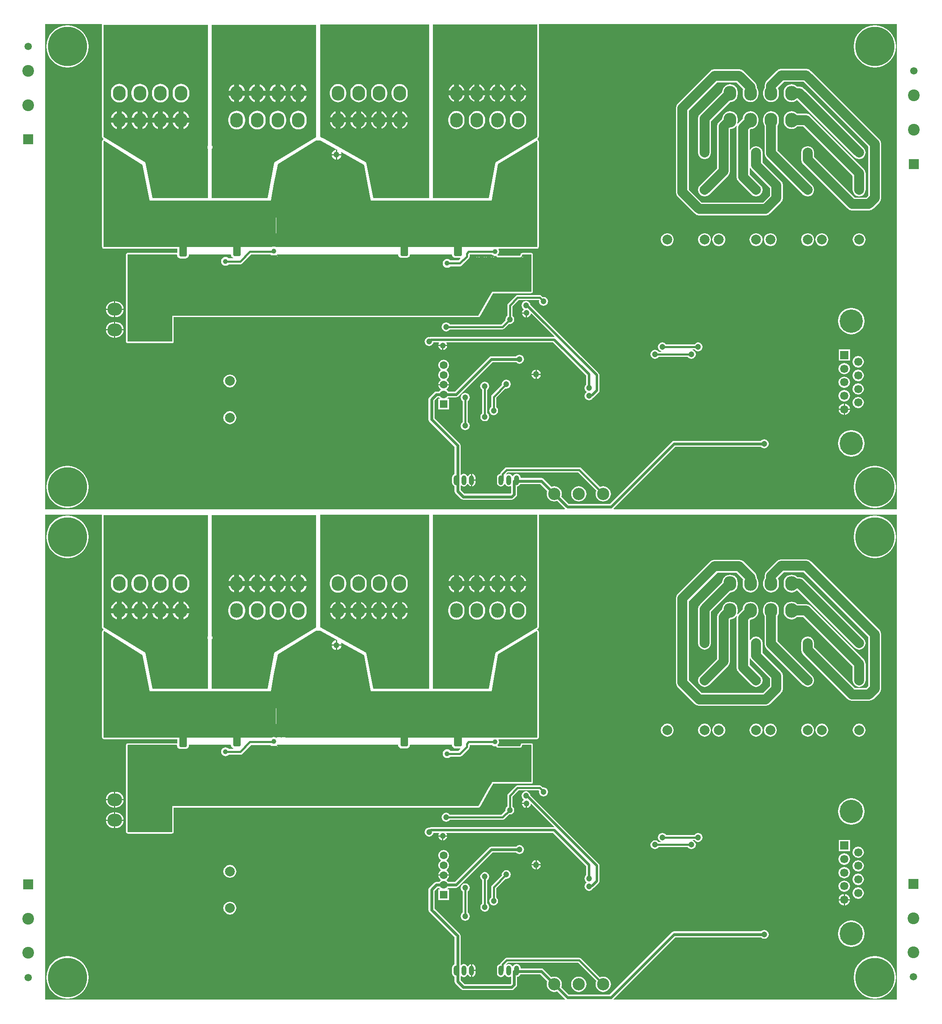
<source format=gbl>
%FSLAX44Y44*%
%MOMM*%
G71*
G01*
G75*
G04 Layer_Physical_Order=2*
G04 Layer_Color=16711680*
%ADD10C,1.5000*%
%ADD11R,5.2500X1.0000*%
%ADD12R,1.0000X0.9000*%
%ADD13R,0.9000X1.0000*%
%ADD14R,1.3000X0.6000*%
%ADD15R,2.0000X2.2000*%
%ADD16R,1.0000X1.6000*%
%ADD17R,1.8000X1.6000*%
%ADD18R,4.0000X3.0000*%
%ADD19R,10.4000X10.5000*%
%ADD20R,3.5000X1.1000*%
%ADD21R,5.0000X3.0000*%
%ADD22R,1.5000X1.0000*%
%ADD23R,5.7000X2.5000*%
%ADD24R,1.6000X3.0000*%
%ADD25R,2.5000X5.7000*%
%ADD26R,1.0000X1.5000*%
%ADD27R,3.2000X1.6000*%
%ADD28R,0.9000X1.5000*%
%ADD29R,0.6800X1.3000*%
%ADD30R,6.2300X5.2500*%
%ADD31R,10.3000X5.2500*%
%ADD32R,1.6000X0.5000*%
%ADD33R,0.5000X1.6000*%
%ADD34R,2.2000X2.0000*%
%ADD35R,2.1000X1.8500*%
%ADD36R,1.5000X0.9000*%
%ADD37R,1.5000X1.3000*%
G04:AMPARAMS|DCode=38|XSize=2mm|YSize=3.4mm|CornerRadius=0mm|HoleSize=0mm|Usage=FLASHONLY|Rotation=180.000|XOffset=0mm|YOffset=0mm|HoleType=Round|Shape=Octagon|*
%AMOCTAGOND38*
4,1,8,0.5000,-1.7000,-0.5000,-1.7000,-1.0000,-1.2000,-1.0000,1.2000,-0.5000,1.7000,0.5000,1.7000,1.0000,1.2000,1.0000,-1.2000,0.5000,-1.7000,0.0*
%
%ADD38OCTAGOND38*%

%ADD39R,0.6000X1.6000*%
%ADD40R,0.7000X2.0000*%
%ADD41R,4.6000X4.7000*%
%ADD42R,0.6000X0.9000*%
%ADD43C,0.6000*%
%ADD44C,0.5000*%
%ADD45C,0.4000*%
%ADD46C,1.0000*%
%ADD47C,2.0000*%
%ADD48C,1.2000*%
%ADD49C,1.5000*%
%ADD50C,1.3000*%
%ADD51R,3.8000X1.6000*%
%ADD52R,3.8000X2.0000*%
%ADD53R,10.8000X4.1000*%
%ADD54R,3.6000X2.6000*%
%ADD55R,3.6000X2.4000*%
%ADD56R,3.6000X2.4000*%
%ADD57R,10.7000X4.4000*%
%ADD58R,2.0000X2.0000*%
%ADD59C,2.4000*%
%ADD60C,4.7600*%
%ADD61R,1.6900X1.6900*%
%ADD62C,1.6900*%
%ADD63C,2.5000*%
%ADD64C,2.0000*%
%ADD65R,1.6000X1.6000*%
%ADD66C,1.6000*%
%ADD67O,2.6000X3.0000*%
%ADD68O,3.0000X2.6000*%
%ADD69C,8.0000*%
%ADD70O,1.0000X2.0000*%
%ADD71O,1.0000X2.0000*%
%ADD72C,1.2700*%
%ADD73C,1.2000*%
%ADD74C,1.0000*%
%ADD75R,8.3000X3.0000*%
%ADD76R,11.4000X5.8000*%
%ADD77R,11.3000X5.8000*%
%ADD78R,8.7000X3.0000*%
%ADD79R,7.8000X6.1000*%
%ADD80R,8.2000X3.4000*%
%ADD81R,8.8000X2.5000*%
%ADD82R,5.0000X5.6000*%
%ADD83R,2.1000X14.7000*%
%ADD84R,1.9000X15.7000*%
%ADD85R,5.2000X5.1000*%
%ADD86R,5.2000X9.5000*%
%ADD87R,12.2000X5.4000*%
%ADD88R,11.0000X4.2000*%
%ADD89R,3.7000X0.8000*%
%ADD90R,5.5000X0.6000*%
%ADD91R,1.6000X0.3000*%
G36*
X558000Y765000D02*
X473000Y713000D01*
X459000Y640000D01*
X412030D01*
X411622Y641203D01*
X413419Y642581D01*
X414861Y644461D01*
X415768Y646650D01*
X415910Y647730D01*
X406997D01*
Y650270D01*
X415910D01*
X415768Y651349D01*
X414861Y653539D01*
X413419Y655419D01*
Y655581D01*
X414861Y657461D01*
X415768Y659650D01*
X415910Y660730D01*
X406997D01*
Y663270D01*
X415910D01*
X415768Y664349D01*
X414861Y666539D01*
X413419Y668419D01*
Y668581D01*
X414861Y670461D01*
X415768Y672651D01*
X415910Y673730D01*
X406997D01*
Y676270D01*
X415910D01*
X415768Y677349D01*
X414861Y679539D01*
X413419Y681419D01*
Y681581D01*
X414861Y683461D01*
X415768Y685650D01*
X415910Y686730D01*
X406997D01*
Y687997D01*
X405730D01*
Y696910D01*
X404650Y696768D01*
X402461Y695861D01*
X400581Y694419D01*
X399635Y693186D01*
X398365D01*
X397419Y694419D01*
X395539Y695861D01*
X393349Y696768D01*
X392270Y696910D01*
Y687997D01*
X389730D01*
Y696910D01*
X388651Y696768D01*
X386461Y695861D01*
X384581Y694419D01*
X383635Y693186D01*
X382365D01*
X381419Y694419D01*
X379539Y695861D01*
X377350Y696768D01*
X376270Y696910D01*
Y687997D01*
X373730D01*
Y696910D01*
X372650Y696768D01*
X370461Y695861D01*
X368581Y694419D01*
X367635Y693186D01*
X366365D01*
X365419Y694419D01*
X363539Y695861D01*
X361349Y696768D01*
X360270Y696910D01*
Y687997D01*
X359002D01*
Y686730D01*
X350090D01*
X350232Y685650D01*
X351138Y683461D01*
X352581Y681581D01*
Y681419D01*
X351138Y679539D01*
X350232Y677349D01*
X350090Y676270D01*
X359002D01*
Y673730D01*
X350090D01*
X350232Y672651D01*
X351138Y670461D01*
X352581Y668581D01*
Y668419D01*
X351138Y666539D01*
X350232Y664349D01*
X350090Y663270D01*
X359002D01*
Y660730D01*
X350090D01*
X350232Y659650D01*
X351138Y657461D01*
X352581Y655581D01*
Y655419D01*
X351138Y653539D01*
X350232Y651349D01*
X350090Y650270D01*
X359002D01*
Y647730D01*
X350090D01*
X350232Y646650D01*
X351138Y644461D01*
X352581Y642581D01*
X354378Y641203D01*
X353969Y640000D01*
X345000D01*
Y741224D01*
X346257Y741389D01*
X347265Y738957D01*
X348868Y736868D01*
X350957Y735265D01*
X353390Y734257D01*
X354730Y734081D01*
Y743997D01*
Y753919D01*
X353390Y753743D01*
X350957Y752735D01*
X348868Y751132D01*
X347265Y749043D01*
X346257Y746610D01*
X345000Y746776D01*
Y994392D01*
X558000D01*
Y765000D01*
D02*
G37*
G36*
X600105Y739402D02*
X600000Y739087D01*
X601270Y738920D01*
Y730270D01*
X609919D01*
X609743Y731610D01*
X609203Y732914D01*
X610153Y733757D01*
X656000Y708000D01*
X663000Y671000D01*
X670000Y635000D01*
X742970D01*
X743378Y633797D01*
X741581Y632419D01*
X740138Y630539D01*
X739232Y628349D01*
X739090Y627270D01*
X748002D01*
Y624730D01*
X739090D01*
X739232Y623651D01*
X740138Y621461D01*
X741581Y619581D01*
Y619419D01*
X740138Y617539D01*
X739232Y615349D01*
X739090Y614270D01*
X748002D01*
Y611730D01*
X739090D01*
X739232Y610650D01*
X740138Y608461D01*
X741581Y606581D01*
Y606419D01*
X740138Y604539D01*
X739232Y602349D01*
X739090Y601270D01*
X748002D01*
Y598730D01*
X739090D01*
X739232Y597650D01*
X740138Y595461D01*
X741581Y593581D01*
Y593419D01*
X740138Y591539D01*
X739232Y589349D01*
X739090Y588270D01*
X748002D01*
Y587002D01*
X749270D01*
Y578089D01*
X750350Y578232D01*
X752539Y579138D01*
X754419Y580581D01*
X754782Y581054D01*
X756052D01*
X756414Y580581D01*
X758295Y579138D01*
X760484Y578232D01*
X761563Y578089D01*
Y587002D01*
X764103D01*
Y578089D01*
X765183Y578232D01*
X767372Y579138D01*
X769252Y580581D01*
X769615Y581054D01*
X770885D01*
X771248Y580581D01*
X773128Y579138D01*
X775317Y578232D01*
X776397Y578089D01*
Y587002D01*
X778937D01*
Y578089D01*
X780016Y578232D01*
X782205Y579138D01*
X784085Y580581D01*
X784448Y581054D01*
X785718D01*
X786081Y580581D01*
X787961Y579138D01*
X790151Y578232D01*
X791230Y578089D01*
Y587002D01*
X793770D01*
Y578089D01*
X794849Y578232D01*
X797039Y579138D01*
X798919Y580581D01*
X799282Y581054D01*
X800552D01*
X800914Y580581D01*
X802794Y579138D01*
X804984Y578232D01*
X806063Y578089D01*
Y587002D01*
X808603D01*
Y578089D01*
X809683Y578232D01*
X811872Y579138D01*
X813752Y580581D01*
X814115Y581054D01*
X815385D01*
X815748Y580581D01*
X817628Y579138D01*
X819817Y578232D01*
X820897Y578089D01*
Y587002D01*
X823437D01*
Y578089D01*
X824516Y578232D01*
X826705Y579138D01*
X828585Y580581D01*
X828948Y581054D01*
X830218D01*
X830581Y580581D01*
X832461Y579138D01*
X834650Y578232D01*
X835730Y578089D01*
Y587002D01*
X836997D01*
Y588270D01*
X845910D01*
X845768Y589349D01*
X844861Y591539D01*
X843419Y593419D01*
Y593581D01*
X844861Y595461D01*
X845768Y597650D01*
X845910Y598730D01*
X836997D01*
Y601270D01*
X845910D01*
X845768Y602349D01*
X844861Y604539D01*
X843419Y606419D01*
Y606581D01*
X844861Y608461D01*
X845768Y610650D01*
X845910Y611730D01*
X836997D01*
Y614270D01*
X845910D01*
X845768Y615349D01*
X844861Y617539D01*
X843419Y619419D01*
Y619581D01*
X844861Y621461D01*
X845768Y623651D01*
X845910Y624730D01*
X836997D01*
Y627270D01*
X845910D01*
X845768Y628349D01*
X844861Y630539D01*
X843419Y632419D01*
X841539Y633861D01*
X839388Y634752D01*
Y634752D01*
X839388D01*
X839349Y634768D01*
Y634768D01*
X839365Y635000D01*
X917000D01*
X930000Y710000D01*
X1008866Y757319D01*
X1009971Y756694D01*
X1009971D01*
X1009971Y756694D01*
Y756455D01*
X1010000Y756310D01*
Y540402D01*
X1009933Y540067D01*
X1009598Y540000D01*
X946409D01*
X945847Y541139D01*
X946862Y542461D01*
X947768Y544650D01*
X947911Y545730D01*
X930090D01*
X930232Y544650D01*
X931139Y542461D01*
X932153Y541139D01*
X931591Y540000D01*
X924590D01*
X924000Y540078D01*
X923410Y540000D01*
X495813D01*
X495108Y541056D01*
X495768Y542650D01*
X495910Y543730D01*
X478090D01*
X478232Y542650D01*
X478892Y541056D01*
X478187Y540000D01*
X476204D01*
X474350Y540768D01*
X472000Y541078D01*
X469650Y540768D01*
X467796Y540000D01*
X124402D01*
X124067Y540067D01*
X124000Y540402D01*
Y756282D01*
X124034Y756451D01*
Y756663D01*
X124034Y756663D01*
D01*
X125146Y757275D01*
X203000Y708000D01*
X217000Y640000D01*
X218000Y635000D01*
X291970D01*
X292378Y633797D01*
X290581Y632419D01*
X289139Y630539D01*
X288232Y628349D01*
X288090Y627270D01*
X297003D01*
Y624730D01*
X288090D01*
X288232Y623651D01*
X289139Y621461D01*
X290581Y619581D01*
Y619419D01*
X289139Y617539D01*
X288232Y615349D01*
X288090Y614270D01*
X297003D01*
Y611730D01*
X288090D01*
X288232Y610650D01*
X289139Y608461D01*
X290581Y606581D01*
Y606419D01*
X289139Y604539D01*
X288232Y602349D01*
X288090Y601270D01*
X297003D01*
Y598730D01*
X288090D01*
X288232Y597650D01*
X289139Y595461D01*
X290581Y593581D01*
Y593419D01*
X289139Y591539D01*
X288232Y589349D01*
X288090Y588270D01*
X297003D01*
Y587002D01*
X298270D01*
Y578089D01*
X299349Y578232D01*
X301539Y579138D01*
X303419Y580581D01*
X303782Y581054D01*
X305052D01*
X305414Y580581D01*
X307295Y579138D01*
X309484Y578232D01*
X310563Y578089D01*
Y587002D01*
X313103D01*
Y578089D01*
X314183Y578232D01*
X316372Y579138D01*
X318252Y580581D01*
X318615Y581054D01*
X319885D01*
X320248Y580581D01*
X322128Y579138D01*
X324317Y578232D01*
X325397Y578089D01*
Y587002D01*
X327937D01*
Y578089D01*
X329016Y578232D01*
X331205Y579138D01*
X333086Y580581D01*
X333448Y581054D01*
X334718D01*
X335081Y580581D01*
X336961Y579138D01*
X339151Y578232D01*
X340230Y578089D01*
Y587002D01*
X342770D01*
Y578089D01*
X343849Y578232D01*
X346039Y579138D01*
X347919Y580581D01*
X348282Y581054D01*
X349552D01*
X349914Y580581D01*
X351794Y579138D01*
X353984Y578232D01*
X355063Y578089D01*
Y587002D01*
X357603D01*
Y578089D01*
X358683Y578232D01*
X360872Y579138D01*
X362752Y580581D01*
X363115Y581054D01*
X364385D01*
X364748Y580581D01*
X366628Y579138D01*
X368817Y578232D01*
X369897Y578089D01*
Y587002D01*
X372437D01*
Y578089D01*
X373516Y578232D01*
X375705Y579138D01*
X377585Y580581D01*
X377948Y581054D01*
X379218D01*
X379581Y580581D01*
X381461Y579138D01*
X383650Y578232D01*
X384730Y578089D01*
Y587002D01*
X385997D01*
Y588270D01*
X394910D01*
X394768Y589349D01*
X393861Y591539D01*
X392419Y593419D01*
Y593581D01*
X393861Y595461D01*
X394768Y597650D01*
X394910Y598730D01*
X385997D01*
Y601270D01*
X394910D01*
X394768Y602349D01*
X393861Y604539D01*
X392419Y606419D01*
Y606581D01*
X393861Y608461D01*
X394768Y610650D01*
X394910Y611730D01*
X385997D01*
Y614270D01*
X394910D01*
X394768Y615349D01*
X393861Y617539D01*
X392419Y619419D01*
Y619581D01*
X393861Y621461D01*
X394768Y623651D01*
X394910Y624730D01*
X385997D01*
Y627270D01*
X394910D01*
X394768Y628349D01*
X393861Y630539D01*
X392419Y632419D01*
X390539Y633861D01*
X388388Y634752D01*
Y634752D01*
X388388D01*
X388349Y634768D01*
Y634768D01*
X388365Y635000D01*
X466000D01*
X472000Y670000D01*
X480000Y710000D01*
X558000Y758000D01*
X567000D01*
X600105Y739402D01*
D02*
G37*
G36*
X1010000Y765351D02*
X1009986Y765282D01*
Y765008D01*
X1009752Y764864D01*
X1009700Y764817D01*
X1008286Y763952D01*
X1008286Y763952D01*
X925000Y713000D01*
X911000Y640000D01*
X862739D01*
X862491Y641246D01*
X863287Y641575D01*
X865062Y642938D01*
X866425Y644713D01*
X867281Y646781D01*
X867406Y647730D01*
X858997D01*
Y650270D01*
X867406D01*
X867281Y651219D01*
X866425Y653287D01*
X865062Y655062D01*
Y655938D01*
X866425Y657713D01*
X867281Y659781D01*
X867406Y660730D01*
X858997D01*
Y663270D01*
X867406D01*
X867281Y664219D01*
X866425Y666287D01*
X865062Y668062D01*
Y668938D01*
X866425Y670713D01*
X867281Y672781D01*
X867406Y673730D01*
X858997D01*
Y676270D01*
X867406D01*
X867281Y677219D01*
X866425Y679287D01*
X865062Y681062D01*
Y681938D01*
X866425Y683713D01*
X867281Y685781D01*
X867406Y686730D01*
X858997D01*
Y687997D01*
X857730D01*
Y696406D01*
X856781Y696281D01*
X854713Y695425D01*
X852938Y694062D01*
X851635Y692365D01*
X850365D01*
X849062Y694062D01*
X847287Y695425D01*
X845219Y696281D01*
X844270Y696406D01*
Y687997D01*
X841730D01*
Y696406D01*
X840781Y696281D01*
X838713Y695425D01*
X836938Y694062D01*
X835635Y692365D01*
X834365D01*
X833062Y694062D01*
X831287Y695425D01*
X829219Y696281D01*
X828270Y696406D01*
Y687997D01*
X825730D01*
Y696406D01*
X824781Y696281D01*
X822713Y695425D01*
X820938Y694062D01*
X819635Y692365D01*
X818365D01*
X817062Y694062D01*
X815287Y695425D01*
X813219Y696281D01*
X812270Y696406D01*
Y687997D01*
X811003D01*
Y686730D01*
X802594D01*
X802719Y685781D01*
X803575Y683713D01*
X804938Y681938D01*
Y681062D01*
X803575Y679287D01*
X802719Y677219D01*
X802594Y676270D01*
X811003D01*
Y673730D01*
X802594D01*
X802719Y672781D01*
X803575Y670713D01*
X804938Y668938D01*
Y668062D01*
X803575Y666287D01*
X802719Y664219D01*
X802594Y663270D01*
X811003D01*
Y660730D01*
X802594D01*
X802719Y659781D01*
X803575Y657713D01*
X804938Y655938D01*
Y655062D01*
X803575Y653287D01*
X802719Y651219D01*
X802594Y650270D01*
X811003D01*
Y647730D01*
X802594D01*
X802719Y646781D01*
X803575Y644713D01*
X804938Y642938D01*
X806713Y641575D01*
X807509Y641246D01*
X807261Y640000D01*
X797000D01*
Y994902D01*
X1010000D01*
Y765351D01*
D02*
G37*
G36*
X789000Y640000D02*
X780512D01*
X780104Y641203D01*
X781062Y641938D01*
X782425Y643713D01*
X783281Y645781D01*
X783406Y646730D01*
X774997D01*
Y649270D01*
X783406D01*
X783281Y650219D01*
X782425Y652287D01*
X781062Y654062D01*
Y654938D01*
X782425Y656713D01*
X783281Y658781D01*
X783406Y659730D01*
X774997D01*
Y662270D01*
X783406D01*
X783281Y663219D01*
X782425Y665287D01*
X781062Y667062D01*
Y667938D01*
X782425Y669713D01*
X783281Y671781D01*
X783406Y672730D01*
X774997D01*
Y675270D01*
X783406D01*
X783281Y676219D01*
X782425Y678287D01*
X781062Y680062D01*
Y680938D01*
X782425Y682713D01*
X783281Y684781D01*
X783406Y685730D01*
X774997D01*
Y686997D01*
X773730D01*
Y695406D01*
X772781Y695281D01*
X770713Y694425D01*
X768938Y693062D01*
X767635Y691365D01*
X766365D01*
X765062Y693062D01*
X763287Y694425D01*
X761219Y695281D01*
X760270Y695406D01*
Y686997D01*
X757730D01*
Y695406D01*
X756781Y695281D01*
X754713Y694425D01*
X752938Y693062D01*
X751635Y691365D01*
X750365D01*
X749062Y693062D01*
X747287Y694425D01*
X745219Y695281D01*
X744270Y695406D01*
Y686997D01*
X741730D01*
Y695406D01*
X740781Y695281D01*
X738713Y694425D01*
X736938Y693062D01*
X735635Y691365D01*
X734365D01*
X733062Y693062D01*
X731287Y694425D01*
X729219Y695281D01*
X728270Y695406D01*
Y686997D01*
X727003D01*
Y685730D01*
X718594D01*
X718719Y684781D01*
X719575Y682713D01*
X720938Y680938D01*
Y680062D01*
X719575Y678287D01*
X718719Y676219D01*
X718594Y675270D01*
X727003D01*
Y672730D01*
X718594D01*
X718719Y671781D01*
X719575Y669713D01*
X720938Y667938D01*
Y667062D01*
X719575Y665287D01*
X718719Y663219D01*
X718594Y662270D01*
X727003D01*
Y659730D01*
X718594D01*
X718719Y658781D01*
X719575Y656713D01*
X720938Y654938D01*
Y654062D01*
X719575Y652287D01*
X718719Y650219D01*
X718594Y649270D01*
X727003D01*
Y646730D01*
X718594D01*
X718719Y645781D01*
X719575Y643713D01*
X720938Y641938D01*
X721896Y641203D01*
X721488Y640000D01*
X675000D01*
X661000Y713000D01*
X575000Y761000D01*
X567100Y764950D01*
X567043Y765016D01*
Y765135D01*
X567000Y765351D01*
Y994902D01*
X789000D01*
Y640000D01*
D02*
G37*
G36*
X997933Y524933D02*
X998000Y524598D01*
Y449402D01*
X997933Y449067D01*
X997598Y449000D01*
X918000D01*
X916826Y446945D01*
X916826Y446945D01*
X910672Y436176D01*
X890199Y400349D01*
X890107Y400243D01*
X889984Y400027D01*
X889736D01*
X889598Y400000D01*
X264000D01*
Y395922D01*
Y347402D01*
X263933Y347067D01*
X263598Y347000D01*
X173402D01*
X173067Y347067D01*
X173000Y347402D01*
Y524598D01*
X173067Y524933D01*
X173402Y525000D01*
X273940D01*
Y524000D01*
X274180Y522173D01*
X274886Y520470D01*
X276008Y519007D01*
X277470Y517886D01*
X279173Y517180D01*
X281000Y516940D01*
X291000D01*
X292827Y517180D01*
X294530Y517886D01*
X295993Y519007D01*
X297115Y520470D01*
X297820Y522173D01*
X298060Y524000D01*
Y525000D01*
X383940D01*
X384180Y523173D01*
X384885Y521470D01*
X386008Y520008D01*
X387470Y518885D01*
X388731Y518363D01*
X388483Y517118D01*
X379650D01*
X379419Y517419D01*
X377539Y518861D01*
X375350Y519768D01*
X373000Y520078D01*
X370651Y519768D01*
X368461Y518861D01*
X366581Y517419D01*
X365139Y515539D01*
X364232Y513349D01*
X363923Y511000D01*
X364232Y508651D01*
X365139Y506461D01*
X366581Y504581D01*
X368461Y503139D01*
X370651Y502232D01*
X373000Y501922D01*
X375350Y502232D01*
X377539Y503139D01*
X379419Y504581D01*
X379650Y504882D01*
X403000D01*
X405341Y505348D01*
X407326Y506674D01*
X425534Y524883D01*
X465240D01*
X466013Y523875D01*
X465768Y522960D01*
X466667Y523078D01*
X467937Y522911D01*
Y513997D01*
X465397D01*
Y522910D01*
X464317Y522768D01*
X462128Y521861D01*
X460248Y520419D01*
X459885Y519946D01*
X458615D01*
X458252Y520419D01*
X456372Y521861D01*
X454183Y522768D01*
X453103Y522910D01*
Y513997D01*
X450563D01*
Y522910D01*
X449484Y522768D01*
X447295Y521861D01*
X445414Y520419D01*
X445052Y519946D01*
X443782D01*
X443419Y520419D01*
X441539Y521861D01*
X439349Y522768D01*
X438270Y522910D01*
Y513997D01*
X437002D01*
Y512730D01*
X428089D01*
X428232Y511651D01*
X429138Y509461D01*
X430581Y507581D01*
Y507419D01*
X429138Y505539D01*
X428232Y503349D01*
X428089Y502270D01*
X437002D01*
Y499730D01*
X428089D01*
X428232Y498651D01*
X429138Y496461D01*
X430581Y494581D01*
Y494419D01*
X429138Y492539D01*
X428232Y490349D01*
X428089Y489270D01*
X437002D01*
Y488003D01*
X438270D01*
Y479090D01*
X439349Y479232D01*
X441539Y480139D01*
X443419Y481581D01*
X443782Y482054D01*
X445052D01*
X445414Y481581D01*
X447295Y480139D01*
X449484Y479232D01*
X450563Y479090D01*
Y488003D01*
X453103D01*
Y479090D01*
X454183Y479232D01*
X456372Y480139D01*
X458252Y481581D01*
X458615Y482054D01*
X459885D01*
X460248Y481581D01*
X462128Y480139D01*
X464317Y479232D01*
X465397Y479090D01*
Y488003D01*
X467937D01*
Y479090D01*
X469016Y479232D01*
X471205Y480139D01*
X473086Y481581D01*
X473448Y482054D01*
X474718D01*
X475081Y481581D01*
X476961Y480139D01*
X479151Y479232D01*
X480230Y479090D01*
Y488003D01*
X482770D01*
Y479090D01*
X483849Y479232D01*
X486039Y480139D01*
X487919Y481581D01*
X488282Y482054D01*
X489552D01*
X489914Y481581D01*
X491794Y480139D01*
X493984Y479232D01*
X495063Y479090D01*
Y488003D01*
X497603D01*
Y479090D01*
X498683Y479232D01*
X500872Y480139D01*
X502752Y481581D01*
X503115Y482054D01*
X504385D01*
X504748Y481581D01*
X506628Y480139D01*
X508817Y479232D01*
X509897Y479090D01*
Y488003D01*
X512437D01*
Y479090D01*
X513516Y479232D01*
X515705Y480139D01*
X517585Y481581D01*
X517948Y482054D01*
X519218D01*
X519581Y481581D01*
X521461Y480139D01*
X523650Y479232D01*
X524730Y479090D01*
Y488003D01*
X525997D01*
Y489270D01*
X534910D01*
X534768Y490349D01*
X533861Y492539D01*
X532419Y494419D01*
Y494581D01*
X533861Y496461D01*
X534768Y498651D01*
X534910Y499730D01*
X525997D01*
Y502270D01*
X534910D01*
X534768Y503349D01*
X533861Y505539D01*
X532419Y507419D01*
Y507581D01*
X533861Y509461D01*
X534768Y511651D01*
X534910Y512730D01*
X525997D01*
Y513997D01*
X524730D01*
Y522910D01*
X523650Y522768D01*
X521461Y521861D01*
X519581Y520419D01*
X519218Y519946D01*
X517948D01*
X517585Y520419D01*
X515705Y521861D01*
X513516Y522768D01*
X512437Y522910D01*
Y513997D01*
X509897D01*
Y522910D01*
X508817Y522768D01*
X506628Y521861D01*
X504748Y520419D01*
X504385Y519946D01*
X503115D01*
X502752Y520419D01*
X500872Y521861D01*
X498683Y522768D01*
X497603Y522910D01*
Y513997D01*
X495063D01*
Y522910D01*
X493984Y522768D01*
X491794Y521861D01*
X489914Y520419D01*
X489552Y519946D01*
X488282D01*
X487919Y520419D01*
X486039Y521861D01*
X483849Y522768D01*
X482770Y522910D01*
Y513997D01*
X480230D01*
Y522910D01*
X479151Y522768D01*
X476961Y521861D01*
X475081Y520419D01*
X474718Y519946D01*
X473448D01*
X473086Y520419D01*
X471920Y521313D01*
X472000Y521922D01*
X474350Y522232D01*
X476539Y523139D01*
X478419Y524581D01*
X478740Y525000D01*
X725940D01*
X726180Y523173D01*
X726886Y521470D01*
X728008Y520008D01*
X729470Y518885D01*
X731173Y518180D01*
X733000Y517940D01*
X743000D01*
X744827Y518180D01*
X746530Y518885D01*
X747992Y520008D01*
X749115Y521470D01*
X749820Y523173D01*
X750060Y525000D01*
X835940D01*
X836180Y523173D01*
X836886Y521470D01*
X838008Y520008D01*
X839470Y518885D01*
X841173Y518180D01*
X843000Y517940D01*
X852629D01*
X853115Y516766D01*
X849466Y513117D01*
X832650D01*
X832419Y513419D01*
X830539Y514861D01*
X828350Y515768D01*
X826000Y516078D01*
X823651Y515768D01*
X821461Y514861D01*
X819581Y513419D01*
X818139Y511539D01*
X817232Y509350D01*
X816923Y507000D01*
X817232Y504650D01*
X818139Y502461D01*
X819581Y500581D01*
X821461Y499138D01*
X823651Y498232D01*
X826000Y497922D01*
X828350Y498232D01*
X830539Y499138D01*
X832419Y500581D01*
X832650Y500882D01*
X852000D01*
X854341Y501348D01*
X856326Y502674D01*
X870326Y516674D01*
X871652Y518659D01*
X872118Y521000D01*
Y524537D01*
X872463Y524883D01*
X917350D01*
X917581Y524581D01*
X919461Y523139D01*
X921650Y522232D01*
X924000Y521922D01*
X926349Y522232D01*
X926429Y522196D01*
X926574Y521767D01*
X926642Y521650D01*
X926668Y521518D01*
X927037Y520965D01*
X927370Y520389D01*
X927477Y520307D01*
X927552Y520195D01*
X928105Y519825D01*
X928333Y519650D01*
Y518743D01*
X927835Y517998D01*
X927081Y517419D01*
X926718Y516946D01*
X925448D01*
X925086Y517419D01*
X923205Y518861D01*
X921016Y519768D01*
X919937Y519910D01*
Y510997D01*
X917397D01*
Y519910D01*
X916317Y519768D01*
X914128Y518861D01*
X912248Y517419D01*
X911885Y516946D01*
X910615D01*
X910252Y517419D01*
X908372Y518861D01*
X906183Y519768D01*
X905103Y519910D01*
Y510997D01*
X902563D01*
Y519910D01*
X901484Y519768D01*
X899295Y518861D01*
X897414Y517419D01*
X897052Y516946D01*
X895782D01*
X895419Y517419D01*
X893539Y518861D01*
X891349Y519768D01*
X890270Y519910D01*
Y510997D01*
X889003D01*
Y509730D01*
X880090D01*
X880232Y508651D01*
X881139Y506461D01*
X882581Y504581D01*
Y504419D01*
X881139Y502539D01*
X880232Y500349D01*
X880090Y499270D01*
X889003D01*
Y496730D01*
X880090D01*
X880232Y495650D01*
X881139Y493461D01*
X882581Y491581D01*
Y491419D01*
X881139Y489539D01*
X880232Y487349D01*
X880090Y486270D01*
X889003D01*
Y485003D01*
X890270D01*
Y476090D01*
X891349Y476232D01*
X893539Y477138D01*
X895419Y478581D01*
X895782Y479054D01*
X897052D01*
X897414Y478581D01*
X899295Y477138D01*
X901484Y476232D01*
X902563Y476090D01*
Y485003D01*
X905103D01*
Y476090D01*
X906183Y476232D01*
X908372Y477138D01*
X910252Y478581D01*
X910615Y479054D01*
X911885D01*
X912248Y478581D01*
X914128Y477138D01*
X916317Y476232D01*
X917397Y476090D01*
Y485003D01*
X919937D01*
Y476090D01*
X921016Y476232D01*
X923205Y477138D01*
X925086Y478581D01*
X925448Y479054D01*
X926718D01*
X927081Y478581D01*
X928961Y477138D01*
X931151Y476232D01*
X932230Y476090D01*
Y485003D01*
X934770D01*
Y476090D01*
X935849Y476232D01*
X938039Y477138D01*
X939919Y478581D01*
X940282Y479054D01*
X941552D01*
X941914Y478581D01*
X943794Y477138D01*
X945984Y476232D01*
X947063Y476090D01*
Y485003D01*
X949603D01*
Y476090D01*
X950683Y476232D01*
X952872Y477138D01*
X954752Y478581D01*
X955115Y479054D01*
X956385D01*
X956748Y478581D01*
X958628Y477138D01*
X960817Y476232D01*
X961897Y476090D01*
Y485003D01*
X964437D01*
Y476090D01*
X965516Y476232D01*
X967705Y477138D01*
X969585Y478581D01*
X969948Y479054D01*
X971218D01*
X971581Y478581D01*
X973461Y477138D01*
X975650Y476232D01*
X976730Y476090D01*
Y485003D01*
X977997D01*
Y486270D01*
X986910D01*
X986768Y487349D01*
X985861Y489539D01*
X984419Y491419D01*
Y491581D01*
X985861Y493461D01*
X986768Y495650D01*
X986910Y496730D01*
X977997D01*
Y499270D01*
X986910D01*
X986768Y500349D01*
X985861Y502539D01*
X984419Y504419D01*
Y504581D01*
X985861Y506461D01*
X986768Y508651D01*
X986910Y509730D01*
X977997D01*
Y510997D01*
X976730D01*
Y519911D01*
X978000Y520078D01*
X977894Y520885D01*
X978497Y521488D01*
X978952Y522588D01*
X978952Y522588D01*
Y522588D01*
X979106Y522959D01*
X979184Y523353D01*
Y523754D01*
X979262Y524148D01*
Y524148D01*
X979432Y525000D01*
Y525000D01*
X997598D01*
X997933Y524933D01*
D02*
G37*
G36*
X1745412Y4588D02*
X1166899D01*
X1166413Y5762D01*
X1292534Y131882D01*
X1467263D01*
X1467511Y131511D01*
X1470488Y129522D01*
X1474000Y128824D01*
X1477512Y129522D01*
X1480489Y131511D01*
X1482478Y134488D01*
X1483176Y138000D01*
X1482478Y141512D01*
X1480489Y144489D01*
X1477512Y146478D01*
X1474000Y147176D01*
X1470488Y146478D01*
X1467511Y144489D01*
X1467263Y144117D01*
X1290000D01*
X1287659Y143652D01*
X1285674Y142326D01*
X1158466Y15117D01*
X1074534D01*
X1059397Y30254D01*
X1060101Y31954D01*
X1060634Y36000D01*
X1060101Y40046D01*
X1058539Y43817D01*
X1056055Y47055D01*
X1052817Y49539D01*
X1049046Y51101D01*
X1045000Y51634D01*
X1040954Y51101D01*
X1039254Y50397D01*
X1023026Y66626D01*
X1021041Y67952D01*
X1018700Y68418D01*
X976157D01*
Y69000D01*
X975536Y72121D01*
X973768Y74768D01*
X971121Y76536D01*
X968000Y77157D01*
X964878Y76536D01*
X962232Y74768D01*
X960635Y72377D01*
X959365D01*
X957768Y74768D01*
X955121Y76536D01*
X952000Y77157D01*
X948878Y76536D01*
X947837Y75840D01*
X947031Y76821D01*
X950112Y79902D01*
X1093888D01*
X1131025Y42765D01*
X1129899Y40046D01*
X1129366Y36000D01*
X1129899Y31954D01*
X1131461Y28183D01*
X1133945Y24945D01*
X1137183Y22461D01*
X1140954Y20899D01*
X1145000Y20366D01*
X1149046Y20899D01*
X1152817Y22461D01*
X1156055Y24945D01*
X1158539Y28183D01*
X1160101Y31954D01*
X1160634Y36000D01*
X1160101Y40046D01*
X1158539Y43817D01*
X1156055Y47055D01*
X1152817Y49539D01*
X1149046Y51101D01*
X1145000Y51634D01*
X1140954Y51101D01*
X1138235Y49975D01*
X1099605Y88605D01*
X1097951Y89710D01*
X1096000Y90098D01*
X948000D01*
X946049Y89710D01*
X944395Y88605D01*
X935695Y79905D01*
X934590Y78251D01*
X934305Y76820D01*
X932879Y76536D01*
X930232Y74768D01*
X928464Y72121D01*
X927843Y69000D01*
Y59000D01*
X928464Y55879D01*
X930232Y53232D01*
X932879Y51464D01*
X936000Y50843D01*
X939121Y51464D01*
X941768Y53232D01*
X943365Y55623D01*
X944635D01*
X946232Y53232D01*
X948878Y51464D01*
X952000Y50843D01*
X955121Y51464D01*
X955762Y51892D01*
X956882Y51294D01*
Y37534D01*
X955466Y36117D01*
X861534D01*
X853418Y44234D01*
Y52430D01*
X854538Y53028D01*
X856879Y51464D01*
X860000Y50843D01*
X863121Y51464D01*
X865768Y53232D01*
X867365Y55623D01*
X868635D01*
X870232Y53232D01*
X872878Y51464D01*
X874730Y51096D01*
Y63998D01*
Y76904D01*
X872878Y76536D01*
X870232Y74768D01*
X868635Y72377D01*
X867365D01*
X865768Y74768D01*
X863121Y76536D01*
X860000Y77157D01*
X856879Y76536D01*
X854538Y74972D01*
X853418Y75570D01*
Y134700D01*
X852952Y137041D01*
X851626Y139026D01*
X800118Y190534D01*
Y226466D01*
X806534Y232882D01*
X809858D01*
X811036Y231120D01*
X810437Y230000D01*
X808000D01*
Y208000D01*
X830000D01*
Y230000D01*
X827563D01*
X826964Y231120D01*
X828142Y232882D01*
X844000D01*
X846341Y233348D01*
X848326Y234674D01*
X918534Y304882D01*
X967263D01*
X967511Y304511D01*
X970488Y302522D01*
X974000Y301824D01*
X977512Y302522D01*
X980489Y304511D01*
X982478Y307488D01*
X983176Y311000D01*
X982478Y314512D01*
X980489Y317489D01*
X977512Y319478D01*
X974000Y320176D01*
X970488Y319478D01*
X967511Y317489D01*
X967263Y317118D01*
X916000D01*
X913659Y316652D01*
X911674Y315326D01*
X841466Y245117D01*
X828142D01*
X826930Y246931D01*
X824784Y248365D01*
Y249635D01*
X826930Y251069D01*
X829362Y254708D01*
X829963Y257730D01*
X808037D01*
X808638Y254708D01*
X811069Y251069D01*
X813216Y249635D01*
Y248365D01*
X811069Y246931D01*
X809858Y245117D01*
X804000D01*
X801659Y244652D01*
X799674Y243326D01*
X789674Y233326D01*
X788348Y231341D01*
X787883Y229000D01*
Y188000D01*
X787882Y188000D01*
X787883D01*
X788348Y185659D01*
X789674Y183674D01*
X841182Y132166D01*
Y76596D01*
X840879Y76536D01*
X838232Y74768D01*
X836464Y72121D01*
X835843Y69000D01*
Y59000D01*
X836464Y55879D01*
X838232Y53232D01*
X840879Y51464D01*
X841182Y51404D01*
Y41700D01*
X841648Y39359D01*
X842974Y37374D01*
X854674Y25674D01*
X856659Y24348D01*
X859000Y23883D01*
X958000D01*
X960341Y24348D01*
X962326Y25674D01*
X962326Y25674D01*
X962326Y25674D01*
X967326Y30674D01*
X968652Y32659D01*
X969118Y35000D01*
X969118Y35000D01*
X969118Y35000D01*
Y35000D01*
Y51066D01*
X971121Y51464D01*
X973768Y53232D01*
X975536Y55879D01*
X975596Y56182D01*
X1016166D01*
X1030603Y41746D01*
X1029899Y40046D01*
X1029366Y36000D01*
X1029899Y31954D01*
X1031461Y28183D01*
X1033945Y24945D01*
X1037183Y22461D01*
X1040954Y20899D01*
X1045000Y20366D01*
X1049046Y20899D01*
X1050746Y21603D01*
X1066587Y5762D01*
X1066101Y4588D01*
X4588D01*
Y995412D01*
X120072D01*
X120753Y994392D01*
Y765402D01*
X120777Y765343D01*
X120769Y765323D01*
Y765009D01*
X120832Y764855D01*
X120815Y764768D01*
X120831Y764689D01*
X120910Y764571D01*
X120859Y764248D01*
X121381Y763532D01*
X121720Y762713D01*
X122022Y762588D01*
X122081Y762459D01*
X122140Y762404D01*
X122223Y762374D01*
X122321Y762239D01*
X122589Y762075D01*
X122611Y762072D01*
X122648Y762020D01*
X122823Y761914D01*
X123397Y761099D01*
X123111Y759861D01*
X122470Y759509D01*
X122175Y759140D01*
X121738Y758960D01*
Y758960D01*
X121426Y758206D01*
X120916Y757570D01*
X120952Y757239D01*
X120849Y757084D01*
X120815Y756915D01*
X120840Y756792D01*
X120799Y756694D01*
X120787Y756663D01*
Y756451D01*
X120805Y756407D01*
X120753Y756282D01*
Y540402D01*
X120880Y540094D01*
X120815Y539768D01*
X120882Y539433D01*
X121241Y538896D01*
X121367Y538263D01*
X121904Y537904D01*
X122263Y537367D01*
X122896Y537241D01*
X123433Y536882D01*
X123768Y536815D01*
X124094Y536880D01*
X124402Y536753D01*
X274883D01*
Y528877D01*
X273940Y528247D01*
X173402D01*
X173094Y528120D01*
X172768Y528185D01*
X172433Y528118D01*
X171896Y527759D01*
X171263Y527633D01*
X170904Y527096D01*
X170367Y526737D01*
X170241Y526104D01*
X169882Y525567D01*
X169815Y525232D01*
X169880Y524906D01*
X169753Y524598D01*
Y347402D01*
X169880Y347094D01*
X169815Y346768D01*
X169882Y346433D01*
X170241Y345896D01*
X170367Y345263D01*
X170904Y344904D01*
X171263Y344367D01*
X171896Y344241D01*
X172433Y343882D01*
X172768Y343815D01*
X173094Y343880D01*
X173402Y343753D01*
X263598D01*
X263906Y343880D01*
X264232Y343815D01*
X264567Y343882D01*
X265104Y344241D01*
X265737Y344367D01*
X266096Y344904D01*
X266633Y345263D01*
X266759Y345896D01*
X267118Y346433D01*
X267185Y346768D01*
X267120Y347094D01*
X267247Y347402D01*
Y395922D01*
Y396753D01*
X889598D01*
X889700Y396795D01*
X889736Y396780D01*
X889984D01*
X890122Y396837D01*
X890232Y396815D01*
X890370Y396843D01*
X890510Y396936D01*
X890838Y396895D01*
X891503Y397410D01*
X892280Y397731D01*
X892407Y398037D01*
X892558Y398113D01*
X892650Y398219D01*
X892686Y398326D01*
X892803Y398416D01*
X892926Y398632D01*
X892931Y398670D01*
X893019Y398738D01*
X913491Y434565D01*
X919645Y445334D01*
D01*
X919645Y445334D01*
X919884Y445753D01*
X997598D01*
X997906Y445880D01*
X998232Y445815D01*
X998567Y445882D01*
X999104Y446241D01*
X999737Y446367D01*
X1000096Y446904D01*
X1000633Y447263D01*
X1000759Y447896D01*
X1001118Y448433D01*
X1001185Y448768D01*
X1001120Y449094D01*
X1001247Y449402D01*
Y524598D01*
X1001120Y524906D01*
X1001185Y525232D01*
X1001118Y525567D01*
X1000759Y526104D01*
X1000633Y526737D01*
X1000096Y527096D01*
X999737Y527633D01*
X999104Y527759D01*
X998567Y528118D01*
X998232Y528185D01*
X997906Y528120D01*
X997598Y528247D01*
X979432D01*
X978557Y527885D01*
X977628Y527700D01*
X977443Y527423D01*
X977136Y527296D01*
X976773Y526421D01*
X976247Y525634D01*
X976078Y524782D01*
Y524782D01*
X976078Y524782D01*
X975999Y524388D01*
X976037Y524200D01*
X976015Y524148D01*
Y524148D01*
X976049Y524066D01*
X976045Y524054D01*
X975999Y523986D01*
X975983Y523906D01*
X975952Y523830D01*
Y523830D01*
X975952Y523830D01*
X975744Y523328D01*
X975598Y523181D01*
X975512Y522974D01*
X975317Y522862D01*
X975230Y522537D01*
X974531Y522247D01*
X930282D01*
X930081Y522401D01*
X929972Y522431D01*
X929909Y522525D01*
X929872Y522550D01*
X929849Y522589D01*
X929759Y522658D01*
X929737Y522769D01*
X929587Y522994D01*
X929503Y523240D01*
X929465Y523283D01*
X929467Y523340D01*
X928702Y524157D01*
X928551Y524419D01*
X929768Y525232D01*
X931536Y527879D01*
X932157Y531000D01*
X931536Y534121D01*
X930526Y535633D01*
X931125Y536753D01*
X1009598D01*
X1009906Y536880D01*
X1010232Y536815D01*
X1010567Y536882D01*
X1011104Y537241D01*
X1011737Y537367D01*
X1012096Y537904D01*
X1012633Y538263D01*
X1012759Y538896D01*
X1013118Y539433D01*
X1013185Y539768D01*
X1013120Y540094D01*
X1013247Y540402D01*
Y756310D01*
X1013203Y756417D01*
X1013218Y756455D01*
Y756694D01*
Y756694D01*
D01*
X1013162Y756830D01*
X1013185Y756943D01*
X1013156Y757089D01*
X1013060Y757233D01*
X1013100Y757562D01*
X1012586Y758220D01*
X1012267Y758990D01*
X1011849Y759164D01*
X1011570Y759520D01*
X1010465Y760146D01*
X1010016Y760201D01*
X1009653Y760470D01*
X1011395Y762047D01*
X1011395Y762047D01*
X1011427Y762091D01*
X1011447Y762094D01*
X1011681Y762238D01*
X1011791Y762390D01*
X1011903Y762430D01*
X1011954Y762478D01*
X1012010Y762599D01*
X1012282Y762712D01*
X1012622Y763531D01*
X1013143Y764247D01*
X1013097Y764538D01*
X1013171Y764649D01*
X1013185Y764718D01*
X1013162Y764835D01*
X1013233Y765008D01*
Y765282D01*
X1013226Y765300D01*
X1013247Y765351D01*
Y994902D01*
X1013588Y995412D01*
X1745412D01*
Y4588D01*
D02*
G37*
G36*
X337000Y746776D02*
X335743Y746610D01*
X334735Y749043D01*
X333132Y751132D01*
X331043Y752735D01*
X328610Y753743D01*
X327270Y753919D01*
Y743997D01*
Y734081D01*
X328610Y734257D01*
X331043Y735265D01*
X333132Y736868D01*
X334735Y738957D01*
X335743Y741389D01*
X337000Y741224D01*
Y640000D01*
X329334D01*
X328926Y641203D01*
X329419Y641581D01*
X330861Y643461D01*
X331768Y645650D01*
X331910Y646730D01*
X322997D01*
Y649270D01*
X331910D01*
X331768Y650349D01*
X330861Y652539D01*
X329419Y654419D01*
Y654581D01*
X330861Y656461D01*
X331768Y658651D01*
X331910Y659730D01*
X322997D01*
Y662270D01*
X331910D01*
X331768Y663349D01*
X330861Y665539D01*
X329419Y667419D01*
Y667581D01*
X330861Y669461D01*
X331768Y671650D01*
X331910Y672730D01*
X322997D01*
Y675270D01*
X331910D01*
X331768Y676349D01*
X330861Y678539D01*
X329419Y680419D01*
Y680581D01*
X330861Y682461D01*
X331768Y684650D01*
X331910Y685730D01*
X322997D01*
Y686997D01*
X321730D01*
Y695910D01*
X320650Y695768D01*
X318461Y694861D01*
X316581Y693419D01*
X315635Y692186D01*
X314365D01*
X313419Y693419D01*
X311539Y694861D01*
X309349Y695768D01*
X308270Y695910D01*
Y686997D01*
X305730D01*
Y695910D01*
X304650Y695768D01*
X302461Y694861D01*
X300581Y693419D01*
X299635Y692186D01*
X298365D01*
X297419Y693419D01*
X295539Y694861D01*
X293349Y695768D01*
X292270Y695910D01*
Y686997D01*
X289730D01*
Y695910D01*
X288650Y695768D01*
X286461Y694861D01*
X284581Y693419D01*
X283635Y692186D01*
X282365D01*
X281419Y693419D01*
X279539Y694861D01*
X277349Y695768D01*
X276270Y695910D01*
Y686997D01*
X275002D01*
Y685730D01*
X266090D01*
X266232Y684650D01*
X267139Y682461D01*
X268581Y680581D01*
Y680419D01*
X267139Y678539D01*
X266232Y676349D01*
X266090Y675270D01*
X275002D01*
Y672730D01*
X266090D01*
X266232Y671650D01*
X267139Y669461D01*
X268581Y667581D01*
Y667419D01*
X267139Y665539D01*
X266232Y663349D01*
X266090Y662270D01*
X275002D01*
Y659730D01*
X266090D01*
X266232Y658651D01*
X267139Y656461D01*
X268581Y654581D01*
Y654419D01*
X267139Y652539D01*
X266232Y650349D01*
X266090Y649270D01*
X275002D01*
Y646730D01*
X266090D01*
X266232Y645650D01*
X267139Y643461D01*
X268581Y641581D01*
X269074Y641203D01*
X268666Y640000D01*
X224000D01*
X209000Y713000D01*
X124343Y764790D01*
X124283Y764845D01*
X124016Y765009D01*
Y765323D01*
X124000Y765402D01*
Y994392D01*
X337000D01*
Y746776D01*
D02*
G37*
%LPC*%
G36*
X295730Y585730D02*
X288090D01*
X288232Y584650D01*
X289139Y582461D01*
X290581Y580581D01*
X292461Y579138D01*
X294650Y578232D01*
X295730Y578089D01*
Y585730D01*
D02*
G37*
G36*
X394910D02*
X387270D01*
Y578089D01*
X388349Y578232D01*
X390539Y579138D01*
X392419Y580581D01*
X393861Y582461D01*
X394768Y584650D01*
X394910Y585730D01*
D02*
G37*
G36*
X746730D02*
X739090D01*
X739232Y584650D01*
X740138Y582461D01*
X741581Y580581D01*
X743461Y579138D01*
X745650Y578232D01*
X746730Y578089D01*
Y585730D01*
D02*
G37*
G36*
X845910D02*
X838270D01*
Y578089D01*
X839349Y578232D01*
X841539Y579138D01*
X843419Y580581D01*
X844861Y582461D01*
X845768Y584650D01*
X845910Y585730D01*
D02*
G37*
G36*
X495910Y608730D02*
X478090D01*
X478232Y607650D01*
X479139Y605461D01*
X480581Y603581D01*
Y603419D01*
X479139Y601539D01*
X478232Y599349D01*
X478135Y598614D01*
X476865D01*
X476768Y599349D01*
X475861Y601539D01*
X474419Y603419D01*
X472539Y604861D01*
X470349Y605768D01*
X469270Y605910D01*
Y596997D01*
X466730D01*
Y605910D01*
X465650Y605768D01*
X463461Y604861D01*
X461581Y603419D01*
X461218Y602946D01*
X459948D01*
X459585Y603419D01*
X457705Y604861D01*
X455516Y605768D01*
X454437Y605910D01*
Y596997D01*
X451897D01*
Y605910D01*
X450817Y605768D01*
X448628Y604861D01*
X446748Y603419D01*
X446385Y602946D01*
X445115D01*
X444752Y603419D01*
X442872Y604861D01*
X440683Y605768D01*
X439603Y605910D01*
Y596997D01*
X438336D01*
Y595730D01*
X429423D01*
X429565Y594650D01*
X430472Y592461D01*
X431914Y590581D01*
Y590419D01*
X430472Y588539D01*
X429565Y586349D01*
X429423Y585270D01*
X438336D01*
Y582730D01*
X429423D01*
X429565Y581650D01*
X430472Y579461D01*
X431914Y577581D01*
Y577419D01*
X430472Y575539D01*
X429565Y573349D01*
X429423Y572270D01*
X438336D01*
Y571003D01*
X439603D01*
Y562090D01*
X440683Y562232D01*
X442872Y563139D01*
X444752Y564581D01*
X445115Y565054D01*
X446385D01*
X446748Y564581D01*
X448628Y563139D01*
X450817Y562232D01*
X451897Y562090D01*
Y571003D01*
X454437D01*
Y562090D01*
X455516Y562232D01*
X457705Y563139D01*
X459585Y564581D01*
X459948Y565054D01*
X461218D01*
X461581Y564581D01*
X463461Y563139D01*
X465650Y562232D01*
X466730Y562090D01*
Y571003D01*
X469270D01*
Y562090D01*
X470349Y562232D01*
X472539Y563139D01*
X474419Y564581D01*
X475861Y566461D01*
X476768Y568651D01*
X476865Y569386D01*
X478135D01*
X478232Y568651D01*
X479139Y566461D01*
X480581Y564581D01*
Y564419D01*
X479139Y562539D01*
X478232Y560350D01*
X478090Y559270D01*
X495910D01*
X495768Y560350D01*
X494862Y562539D01*
X493419Y564419D01*
Y564581D01*
X494862Y566461D01*
X495768Y568651D01*
X495910Y569730D01*
X486998D01*
Y572270D01*
X495910D01*
X495768Y573349D01*
X494862Y575539D01*
X493419Y577419D01*
Y577581D01*
X494862Y579461D01*
X495768Y581651D01*
X495910Y582730D01*
X486998D01*
Y585270D01*
X495910D01*
X495768Y586349D01*
X494862Y588539D01*
X493419Y590419D01*
Y590581D01*
X494862Y592461D01*
X495768Y594650D01*
X495910Y595730D01*
X486998D01*
Y598270D01*
X495910D01*
X495768Y599349D01*
X494862Y601539D01*
X493419Y603419D01*
Y603581D01*
X494862Y605461D01*
X495768Y607650D01*
X495910Y608730D01*
D02*
G37*
G36*
X947911Y610730D02*
X930090D01*
X930232Y609650D01*
X931139Y607461D01*
X932581Y605581D01*
Y605419D01*
X931139Y603539D01*
X930232Y601349D01*
X930090Y600270D01*
X947911D01*
X947768Y601349D01*
X946862Y603539D01*
X945419Y605419D01*
Y605581D01*
X946862Y607461D01*
X947768Y609650D01*
X947911Y610730D01*
D02*
G37*
G36*
X437063Y605910D02*
X435984Y605768D01*
X433795Y604861D01*
X431914Y603419D01*
X430472Y601539D01*
X429565Y599349D01*
X429423Y598270D01*
X437063D01*
Y605910D01*
D02*
G37*
G36*
X921270Y604910D02*
Y595997D01*
X918730D01*
Y604910D01*
X917650Y604768D01*
X915461Y603861D01*
X913581Y602419D01*
X913218Y601946D01*
X911948D01*
X911585Y602419D01*
X909705Y603861D01*
X907516Y604768D01*
X906437Y604910D01*
Y595997D01*
X903897D01*
Y604910D01*
X902817Y604768D01*
X900628Y603861D01*
X898748Y602419D01*
X898385Y601946D01*
X897115D01*
X896752Y602419D01*
X894872Y603861D01*
X892683Y604768D01*
X891603Y604910D01*
Y595997D01*
X890336D01*
Y594730D01*
X881423D01*
X881565Y593651D01*
X882472Y591461D01*
X883914Y589581D01*
Y589419D01*
X882472Y587539D01*
X881565Y585349D01*
X881423Y584270D01*
X890336D01*
Y581730D01*
X881423D01*
X881565Y580650D01*
X882472Y578461D01*
X883914Y576581D01*
Y576419D01*
X882472Y574539D01*
X881565Y572349D01*
X881423Y571270D01*
X890336D01*
Y570003D01*
X891603D01*
Y561090D01*
X892683Y561232D01*
X894872Y562138D01*
X896752Y563581D01*
X897115Y564054D01*
X898385D01*
X898748Y563581D01*
X900628Y562138D01*
X902817Y561232D01*
X903897Y561090D01*
Y570003D01*
X906437D01*
Y561090D01*
X907516Y561232D01*
X909705Y562138D01*
X911585Y563581D01*
X911948Y564054D01*
X913218D01*
X913581Y563581D01*
X915461Y562138D01*
X917650Y561232D01*
X918730Y561090D01*
Y570003D01*
X919997D01*
Y571270D01*
X928911D01*
X929050Y570215D01*
X930276Y570544D01*
X931139Y568461D01*
X932581Y566581D01*
Y566419D01*
X931139Y564539D01*
X930232Y562349D01*
X930090Y561270D01*
X947911D01*
X947768Y562349D01*
X946862Y564539D01*
X945419Y566419D01*
Y566581D01*
X946862Y568461D01*
X947768Y570650D01*
X947911Y571730D01*
X938998D01*
Y574270D01*
X947911D01*
X947768Y575349D01*
X946862Y577539D01*
X945419Y579419D01*
Y579581D01*
X946862Y581461D01*
X947768Y583651D01*
X947911Y584730D01*
X938998D01*
Y587270D01*
X947911D01*
X947768Y588349D01*
X946862Y590539D01*
X945419Y592419D01*
Y592581D01*
X946862Y594461D01*
X947768Y596651D01*
X947911Y597730D01*
X930089D01*
X929950Y598784D01*
X928724Y598456D01*
X927861Y600539D01*
X926419Y602419D01*
X924539Y603861D01*
X922349Y604768D01*
X921270Y604910D01*
D02*
G37*
G36*
X889063D02*
X887984Y604768D01*
X885795Y603861D01*
X883914Y602419D01*
X882472Y600539D01*
X881565Y598349D01*
X881423Y597270D01*
X889063D01*
Y604910D01*
D02*
G37*
G36*
X437063Y569730D02*
X429423D01*
X429565Y568651D01*
X430472Y566461D01*
X431914Y564581D01*
X433795Y563139D01*
X435984Y562232D01*
X437063Y562090D01*
Y569730D01*
D02*
G37*
G36*
X1381233Y568355D02*
X1376161Y567346D01*
X1371861Y564473D01*
X1368988Y560172D01*
X1367979Y555100D01*
X1368988Y550028D01*
X1371861Y545728D01*
X1376161Y542854D01*
X1381233Y541845D01*
X1386306Y542854D01*
X1390606Y545728D01*
X1393479Y550028D01*
X1394488Y555100D01*
X1393479Y560172D01*
X1390606Y564473D01*
X1386306Y567346D01*
X1381233Y568355D01*
D02*
G37*
G36*
X1457433D02*
X1452361Y567346D01*
X1448061Y564473D01*
X1445188Y560172D01*
X1444179Y555100D01*
X1445188Y550028D01*
X1448061Y545728D01*
X1452361Y542854D01*
X1457433Y541845D01*
X1462506Y542854D01*
X1466806Y545728D01*
X1469679Y550028D01*
X1470688Y555100D01*
X1469679Y560172D01*
X1466806Y564473D01*
X1462506Y567346D01*
X1457433Y568355D01*
D02*
G37*
G36*
X1486567D02*
X1481494Y567346D01*
X1477194Y564473D01*
X1474321Y560172D01*
X1473312Y555100D01*
X1474321Y550028D01*
X1477194Y545728D01*
X1481494Y542854D01*
X1486567Y541845D01*
X1491639Y542854D01*
X1495939Y545728D01*
X1498813Y550028D01*
X1499821Y555100D01*
X1498813Y560172D01*
X1495939Y564473D01*
X1491639Y567346D01*
X1486567Y568355D01*
D02*
G37*
G36*
X527270Y522910D02*
Y515270D01*
X534910D01*
X534768Y516349D01*
X533861Y518539D01*
X532419Y520419D01*
X530539Y521861D01*
X528349Y522768D01*
X527270Y522910D01*
D02*
G37*
G36*
X1275900Y568355D02*
X1270828Y567346D01*
X1266528Y564473D01*
X1263654Y560172D01*
X1262645Y555100D01*
X1263654Y550028D01*
X1266528Y545728D01*
X1270828Y542854D01*
X1275900Y541845D01*
X1280972Y542854D01*
X1285273Y545728D01*
X1288146Y550028D01*
X1289155Y555100D01*
X1288146Y560172D01*
X1285273Y564473D01*
X1280972Y567346D01*
X1275900Y568355D01*
D02*
G37*
G36*
X1352100D02*
X1347028Y567346D01*
X1342728Y564473D01*
X1339854Y560172D01*
X1338845Y555100D01*
X1339854Y550028D01*
X1342728Y545728D01*
X1347028Y542854D01*
X1352100Y541845D01*
X1357172Y542854D01*
X1361472Y545728D01*
X1364346Y550028D01*
X1365355Y555100D01*
X1364346Y560172D01*
X1361472Y564473D01*
X1357172Y567346D01*
X1352100Y568355D01*
D02*
G37*
G36*
X1562767D02*
X1557694Y567346D01*
X1553394Y564473D01*
X1550521Y560172D01*
X1549512Y555100D01*
X1550521Y550028D01*
X1553394Y545728D01*
X1557694Y542854D01*
X1562767Y541845D01*
X1567839Y542854D01*
X1572139Y545728D01*
X1575013Y550028D01*
X1576021Y555100D01*
X1575013Y560172D01*
X1572139Y564473D01*
X1567839Y567346D01*
X1562767Y568355D01*
D02*
G37*
G36*
X947911Y558730D02*
X930090D01*
X930232Y557650D01*
X931139Y555461D01*
X932581Y553581D01*
Y553419D01*
X931139Y551539D01*
X930232Y549349D01*
X930090Y548270D01*
X947911D01*
X947768Y549349D01*
X946862Y551539D01*
X945419Y553419D01*
Y553581D01*
X946862Y555461D01*
X947768Y557650D01*
X947911Y558730D01*
D02*
G37*
G36*
X889063Y568730D02*
X881423D01*
X881565Y567650D01*
X882472Y565461D01*
X883914Y563581D01*
X885795Y562138D01*
X887984Y561232D01*
X889063Y561090D01*
Y568730D01*
D02*
G37*
G36*
X928910D02*
X921270D01*
Y561090D01*
X922349Y561232D01*
X924539Y562138D01*
X926419Y563581D01*
X927861Y565461D01*
X928768Y567650D01*
X928910Y568730D01*
D02*
G37*
G36*
X1591900Y568355D02*
X1586828Y567346D01*
X1582528Y564473D01*
X1579654Y560172D01*
X1578645Y555100D01*
X1579654Y550028D01*
X1582528Y545728D01*
X1586828Y542854D01*
X1591900Y541845D01*
X1596972Y542854D01*
X1601273Y545728D01*
X1604146Y550028D01*
X1605155Y555100D01*
X1604146Y560172D01*
X1601273Y564473D01*
X1596972Y567346D01*
X1591900Y568355D01*
D02*
G37*
G36*
X1668100D02*
X1663028Y567346D01*
X1658728Y564473D01*
X1655854Y560172D01*
X1654845Y555100D01*
X1655854Y550028D01*
X1658728Y545728D01*
X1663028Y542854D01*
X1668100Y541845D01*
X1673172Y542854D01*
X1677473Y545728D01*
X1680346Y550028D01*
X1681355Y555100D01*
X1680346Y560172D01*
X1677473Y564473D01*
X1673172Y567346D01*
X1668100Y568355D01*
D02*
G37*
G36*
X495910Y556730D02*
X478090D01*
X478232Y555650D01*
X479139Y553461D01*
X480581Y551581D01*
Y551419D01*
X479139Y549539D01*
X478232Y547350D01*
X478090Y546270D01*
X495910D01*
X495768Y547350D01*
X494862Y549539D01*
X493419Y551419D01*
Y551581D01*
X494862Y553461D01*
X495768Y555650D01*
X495910Y556730D01*
D02*
G37*
G36*
X273730Y695910D02*
X272651Y695768D01*
X270461Y694861D01*
X268581Y693419D01*
X267139Y691539D01*
X266232Y689349D01*
X266090Y688270D01*
X273730D01*
Y695910D01*
D02*
G37*
G36*
X324270D02*
Y688270D01*
X331910D01*
X331768Y689349D01*
X330861Y691539D01*
X329419Y693419D01*
X327539Y694861D01*
X325350Y695768D01*
X324270Y695910D01*
D02*
G37*
G36*
X725730Y695406D02*
X724781Y695281D01*
X722713Y694425D01*
X720938Y693062D01*
X719575Y691287D01*
X718719Y689219D01*
X718594Y688270D01*
X725730D01*
Y695406D01*
D02*
G37*
G36*
X488270Y683910D02*
Y676270D01*
X495910D01*
X495768Y677349D01*
X494861Y679539D01*
X493419Y681419D01*
X491539Y682861D01*
X489350Y683768D01*
X488270Y683910D01*
D02*
G37*
G36*
X937730Y685910D02*
X936650Y685768D01*
X934461Y684861D01*
X932581Y683419D01*
X931139Y681539D01*
X930232Y679350D01*
X930090Y678270D01*
X937730D01*
Y685910D01*
D02*
G37*
G36*
X940270D02*
Y678270D01*
X947910D01*
X947768Y679350D01*
X946861Y681539D01*
X945419Y683419D01*
X943539Y684861D01*
X941349Y685768D01*
X940270Y685910D01*
D02*
G37*
G36*
X776270Y695406D02*
Y688270D01*
X783406D01*
X783281Y689219D01*
X782425Y691287D01*
X781062Y693062D01*
X779287Y694425D01*
X777219Y695281D01*
X776270Y695406D01*
D02*
G37*
G36*
X860270Y696406D02*
Y689270D01*
X867406D01*
X867281Y690219D01*
X866425Y692287D01*
X865062Y694062D01*
X863287Y695425D01*
X861219Y696281D01*
X860270Y696406D01*
D02*
G37*
G36*
X598730Y727730D02*
X590081D01*
X590257Y726389D01*
X591265Y723957D01*
X592868Y721868D01*
X594957Y720265D01*
X597389Y719257D01*
X598730Y719081D01*
Y727730D01*
D02*
G37*
G36*
X609919D02*
X601270D01*
Y719081D01*
X602611Y719257D01*
X605043Y720265D01*
X607132Y721868D01*
X608735Y723957D01*
X609743Y726389D01*
X609919Y727730D01*
D02*
G37*
G36*
X357730Y696910D02*
X356651Y696768D01*
X354461Y695861D01*
X352581Y694419D01*
X351138Y692539D01*
X350232Y690349D01*
X350090Y689270D01*
X357730D01*
Y696910D01*
D02*
G37*
G36*
X408270D02*
Y689270D01*
X415910D01*
X415768Y690349D01*
X414861Y692539D01*
X413419Y694419D01*
X411539Y695861D01*
X409349Y696768D01*
X408270Y696910D01*
D02*
G37*
G36*
X809730Y696406D02*
X808781Y696281D01*
X806713Y695425D01*
X804938Y694062D01*
X803575Y692287D01*
X802719Y690219D01*
X802594Y689270D01*
X809730D01*
Y696406D01*
D02*
G37*
G36*
X485730Y683910D02*
X484650Y683768D01*
X482461Y682861D01*
X480581Y681419D01*
X479138Y679539D01*
X478232Y677349D01*
X478090Y676270D01*
X485730D01*
Y683910D01*
D02*
G37*
G36*
X947910Y636730D02*
X930090D01*
X930232Y635650D01*
X931139Y633461D01*
X932581Y631581D01*
Y631419D01*
X931139Y629539D01*
X930232Y627350D01*
X930090Y626270D01*
X947910D01*
X947768Y627350D01*
X946861Y629539D01*
X945419Y631419D01*
Y631581D01*
X946861Y633461D01*
X947768Y635650D01*
X947910Y636730D01*
D02*
G37*
G36*
X495910Y647730D02*
X478090D01*
X478232Y646650D01*
X479138Y644461D01*
X480581Y642581D01*
Y642419D01*
X479138Y640539D01*
X478232Y638349D01*
X478090Y637270D01*
X495910D01*
X495768Y638349D01*
X494861Y640539D01*
X493419Y642419D01*
Y642581D01*
X494861Y644461D01*
X495768Y646650D01*
X495910Y647730D01*
D02*
G37*
G36*
X947910Y649730D02*
X930090D01*
X930232Y648651D01*
X931139Y646461D01*
X932581Y644581D01*
Y644419D01*
X931139Y642539D01*
X930232Y640350D01*
X930090Y639270D01*
X947910D01*
X947768Y640350D01*
X946861Y642539D01*
X945419Y644419D01*
Y644581D01*
X946861Y646461D01*
X947768Y648651D01*
X947910Y649730D01*
D02*
G37*
G36*
X495910Y621730D02*
X478090D01*
X478232Y620650D01*
X479138Y618461D01*
X480581Y616581D01*
X480581Y616581D01*
Y616419D01*
X479139Y614539D01*
X478232Y612349D01*
X478090Y611270D01*
X495910D01*
X495768Y612349D01*
X494862Y614539D01*
X493419Y616419D01*
X493419Y616419D01*
Y616581D01*
X494861Y618461D01*
X495768Y620650D01*
X495910Y621730D01*
D02*
G37*
G36*
X947910Y623730D02*
X930090D01*
X930232Y622650D01*
X931139Y620461D01*
X932581Y618581D01*
X932581Y618581D01*
Y618419D01*
X931139Y616539D01*
X930232Y614349D01*
X930090Y613270D01*
X947911D01*
X947768Y614349D01*
X946862Y616539D01*
X945419Y618419D01*
X945419Y618419D01*
Y618581D01*
X946861Y620461D01*
X947768Y622650D01*
X947910Y623730D01*
D02*
G37*
G36*
X495910Y634730D02*
X478090D01*
X478232Y633651D01*
X479138Y631461D01*
X480581Y629581D01*
Y629419D01*
X479138Y627539D01*
X478232Y625350D01*
X478090Y624270D01*
X495910D01*
X495768Y625350D01*
X494861Y627539D01*
X493419Y629419D01*
Y629581D01*
X494861Y631461D01*
X495768Y633651D01*
X495910Y634730D01*
D02*
G37*
G36*
X1560000Y904255D02*
X1509000D01*
X1503928Y903246D01*
X1499628Y900372D01*
X1478628Y879372D01*
X1475754Y875072D01*
X1474745Y870000D01*
Y865509D01*
X1474024Y864569D01*
X1472412Y860677D01*
X1471862Y856500D01*
Y852500D01*
X1472412Y848323D01*
X1474024Y844431D01*
X1476589Y841089D01*
X1479931Y838524D01*
X1483823Y836912D01*
X1488000Y836362D01*
X1492177Y836912D01*
X1496069Y838524D01*
X1499411Y841089D01*
X1501976Y844431D01*
X1503588Y848323D01*
X1504138Y852500D01*
Y856500D01*
X1503588Y860677D01*
X1501976Y864569D01*
X1501689Y864944D01*
X1514490Y877745D01*
X1554510D01*
X1686745Y745510D01*
Y645490D01*
X1682510Y641255D01*
X1659490D01*
X1576021Y724724D01*
Y732900D01*
X1575013Y737972D01*
X1572139Y742272D01*
X1567839Y745146D01*
X1562767Y746155D01*
X1557694Y745146D01*
X1553394Y742272D01*
X1550521Y737972D01*
X1549512Y732900D01*
Y719233D01*
X1550521Y714161D01*
X1553394Y709861D01*
X1553394Y709861D01*
X1553394Y709861D01*
X1644628Y618628D01*
X1648928Y615754D01*
X1654000Y614745D01*
X1688000D01*
X1693072Y615754D01*
X1697372Y618628D01*
X1697372Y618628D01*
X1697372Y618628D01*
X1709373Y630628D01*
X1712246Y634928D01*
X1713255Y640000D01*
Y751000D01*
X1712246Y756072D01*
X1709373Y760372D01*
X1569373Y900372D01*
X1565072Y903246D01*
X1560000Y904255D01*
D02*
G37*
G36*
X947910Y662730D02*
X930090D01*
X930232Y661650D01*
X931139Y659461D01*
X932581Y657581D01*
Y657419D01*
X931139Y655539D01*
X930232Y653350D01*
X930090Y652270D01*
X947910D01*
X947768Y653350D01*
X946861Y655539D01*
X945419Y657419D01*
Y657581D01*
X946861Y659461D01*
X947768Y661650D01*
X947910Y662730D01*
D02*
G37*
G36*
X495910Y673730D02*
X478090D01*
X478232Y672651D01*
X479138Y670461D01*
X480581Y668581D01*
Y668419D01*
X479138Y666539D01*
X478232Y664350D01*
X478090Y663270D01*
X495910D01*
X495768Y664350D01*
X494861Y666539D01*
X493419Y668419D01*
Y668581D01*
X494861Y670461D01*
X495768Y672651D01*
X495910Y673730D01*
D02*
G37*
G36*
X947910Y675730D02*
X930090D01*
X930232Y674650D01*
X931139Y672461D01*
X932581Y670581D01*
Y670419D01*
X931139Y668539D01*
X930232Y666349D01*
X930090Y665270D01*
X947910D01*
X947768Y666349D01*
X946861Y668539D01*
X945419Y670419D01*
Y670581D01*
X946861Y672461D01*
X947768Y674650D01*
X947910Y675730D01*
D02*
G37*
G36*
X1488000Y817638D02*
X1483823Y817088D01*
X1479931Y815476D01*
X1476589Y812911D01*
X1474024Y809569D01*
X1472412Y805677D01*
X1471862Y801500D01*
Y797500D01*
X1472412Y793323D01*
X1474024Y789431D01*
X1474745Y788491D01*
Y731467D01*
X1475754Y726394D01*
X1478628Y722094D01*
X1553394Y647328D01*
X1557694Y644454D01*
X1562767Y643445D01*
X1567839Y644454D01*
X1572139Y647328D01*
X1575013Y651628D01*
X1576021Y656700D01*
X1575013Y661772D01*
X1572139Y666072D01*
X1501255Y736957D01*
Y788491D01*
X1501976Y789431D01*
X1503588Y793323D01*
X1504138Y797500D01*
Y801500D01*
X1503588Y805677D01*
X1501976Y809569D01*
X1499411Y812911D01*
X1496069Y815476D01*
X1492177Y817088D01*
X1488000Y817638D01*
D02*
G37*
G36*
X1530000D02*
X1525823Y817088D01*
X1521931Y815476D01*
X1518589Y812911D01*
X1516024Y809569D01*
X1514412Y805677D01*
X1513862Y801500D01*
Y797500D01*
X1514412Y793323D01*
X1516024Y789431D01*
X1518589Y786089D01*
X1521931Y783524D01*
X1525823Y781912D01*
X1530000Y781362D01*
X1534177Y781912D01*
X1538069Y783524D01*
X1541411Y786089D01*
X1541532Y786245D01*
X1554010D01*
X1654845Y685410D01*
Y656700D01*
X1655854Y651628D01*
X1658728Y647328D01*
X1663028Y644454D01*
X1668100Y643445D01*
X1673172Y644454D01*
X1677473Y647328D01*
X1680346Y651628D01*
X1681355Y656700D01*
Y690900D01*
X1680346Y695972D01*
X1677473Y700272D01*
X1568873Y808873D01*
X1564572Y811746D01*
X1559500Y812755D01*
X1541532D01*
X1541411Y812911D01*
X1538069Y815476D01*
X1534177Y817088D01*
X1530000Y817638D01*
D02*
G37*
G36*
X495910Y660730D02*
X478090D01*
X478232Y659650D01*
X479138Y657461D01*
X480581Y655581D01*
Y655419D01*
X479138Y653539D01*
X478232Y651349D01*
X478090Y650270D01*
X495910D01*
X495768Y651349D01*
X494861Y653539D01*
X493419Y655419D01*
Y655581D01*
X494861Y657461D01*
X495768Y659650D01*
X495910Y660730D01*
D02*
G37*
G36*
X435730Y522910D02*
X434650Y522768D01*
X432461Y521861D01*
X430581Y520419D01*
X429138Y518539D01*
X428232Y516349D01*
X428089Y515270D01*
X435730D01*
Y522910D01*
D02*
G37*
G36*
X382000Y279755D02*
X376927Y278746D01*
X372627Y275872D01*
X369754Y271572D01*
X368745Y266500D01*
X369754Y261428D01*
X372627Y257127D01*
X376927Y254254D01*
X382000Y253245D01*
X387072Y254254D01*
X391372Y257127D01*
X394246Y261428D01*
X395255Y266500D01*
X394246Y271572D01*
X391372Y275872D01*
X387072Y278746D01*
X382000Y279755D01*
D02*
G37*
G36*
X819000Y310215D02*
X814708Y309362D01*
X811069Y306931D01*
X808638Y303292D01*
X807785Y299000D01*
X808638Y294708D01*
X811069Y291069D01*
X813216Y289635D01*
Y288365D01*
X811069Y286931D01*
X808638Y283292D01*
X807785Y279000D01*
X808638Y274708D01*
X811069Y271070D01*
X813216Y269635D01*
Y268365D01*
X811069Y266931D01*
X808638Y263292D01*
X808037Y260270D01*
X829963D01*
X829362Y263292D01*
X826930Y266931D01*
X824784Y268365D01*
Y269635D01*
X826930Y271070D01*
X829362Y274708D01*
X830216Y279000D01*
X829362Y283292D01*
X826930Y286931D01*
X824784Y288365D01*
Y289635D01*
X826930Y291069D01*
X829362Y294708D01*
X830216Y299000D01*
X829362Y303292D01*
X826930Y306931D01*
X823292Y309362D01*
X819000Y310215D01*
D02*
G37*
G36*
X1666200Y289524D02*
X1661732Y288636D01*
X1657945Y286105D01*
X1655414Y282318D01*
X1654526Y277850D01*
X1655414Y273382D01*
X1657945Y269595D01*
X1661732Y267064D01*
X1666200Y266176D01*
X1670668Y267064D01*
X1674455Y269595D01*
X1676986Y273382D01*
X1677874Y277850D01*
X1676986Y282318D01*
X1674455Y286105D01*
X1670668Y288636D01*
X1666200Y289524D01*
D02*
G37*
G36*
X1637800Y275674D02*
X1633332Y274786D01*
X1629545Y272255D01*
X1627014Y268468D01*
X1626126Y264000D01*
X1627014Y259533D01*
X1629545Y255745D01*
X1633332Y253214D01*
X1637800Y252326D01*
X1642268Y253214D01*
X1646055Y255745D01*
X1648586Y259533D01*
X1649474Y264000D01*
X1648586Y268468D01*
X1646055Y272255D01*
X1642268Y274786D01*
X1637800Y275674D01*
D02*
G37*
G36*
Y247974D02*
X1633332Y247086D01*
X1629545Y244555D01*
X1627014Y240768D01*
X1626126Y236300D01*
X1627014Y231833D01*
X1629545Y228045D01*
X1633332Y225514D01*
X1637800Y224626D01*
X1642268Y225514D01*
X1646055Y228045D01*
X1648586Y231833D01*
X1649474Y236300D01*
X1648586Y240768D01*
X1646055Y244555D01*
X1642268Y247086D01*
X1637800Y247974D01*
D02*
G37*
G36*
X1666200Y261824D02*
X1661732Y260936D01*
X1657945Y258405D01*
X1655414Y254618D01*
X1654526Y250150D01*
X1655414Y245683D01*
X1657945Y241895D01*
X1661732Y239364D01*
X1666200Y238476D01*
X1670668Y239364D01*
X1674455Y241895D01*
X1676986Y245683D01*
X1677874Y250150D01*
X1676986Y254618D01*
X1674455Y258405D01*
X1670668Y260936D01*
X1666200Y261824D01*
D02*
G37*
G36*
X947000Y269176D02*
X943488Y268478D01*
X940511Y266489D01*
X938522Y263512D01*
X937824Y260000D01*
X938150Y258360D01*
X917395Y237605D01*
X916290Y235951D01*
X915902Y234000D01*
Y213418D01*
X914511Y212489D01*
X912522Y209512D01*
X911824Y206000D01*
X912522Y202488D01*
X914511Y199511D01*
X917488Y197522D01*
X921000Y196824D01*
X924512Y197522D01*
X927489Y199511D01*
X929478Y202488D01*
X930176Y206000D01*
X929478Y209512D01*
X927489Y212489D01*
X926098Y213418D01*
Y231888D01*
X945360Y251150D01*
X947000Y250824D01*
X950512Y251522D01*
X953489Y253511D01*
X955478Y256488D01*
X956176Y260000D01*
X955478Y263512D01*
X953489Y266489D01*
X950512Y268478D01*
X947000Y269176D01*
D02*
G37*
G36*
X1009270Y289281D02*
Y281270D01*
X1017281D01*
X1016807Y283648D01*
X1014741Y286741D01*
X1011648Y288808D01*
X1009270Y289281D01*
D02*
G37*
G36*
X1666200Y317224D02*
X1661732Y316336D01*
X1657945Y313805D01*
X1655414Y310018D01*
X1654526Y305550D01*
X1655414Y301082D01*
X1657945Y297295D01*
X1661732Y294764D01*
X1666200Y293876D01*
X1670668Y294764D01*
X1674455Y297295D01*
X1676986Y301082D01*
X1677874Y305550D01*
X1676986Y310018D01*
X1674455Y313805D01*
X1670668Y316336D01*
X1666200Y317224D01*
D02*
G37*
G36*
X1649250Y330850D02*
X1626350D01*
Y307950D01*
X1649250D01*
Y330850D01*
D02*
G37*
G36*
X1006730Y289281D02*
X1004352Y288808D01*
X1001259Y286741D01*
X999193Y283648D01*
X998719Y281270D01*
X1006730D01*
Y289281D01*
D02*
G37*
G36*
Y278730D02*
X998719D01*
X999193Y276352D01*
X1001259Y273259D01*
X1004352Y271192D01*
X1006730Y270720D01*
Y278730D01*
D02*
G37*
G36*
X1017281D02*
X1009270D01*
Y270720D01*
X1011648Y271192D01*
X1014741Y273259D01*
X1016807Y276352D01*
X1017281Y278730D01*
D02*
G37*
G36*
X1637800Y303374D02*
X1633332Y302486D01*
X1629545Y299955D01*
X1627014Y296168D01*
X1626126Y291700D01*
X1627014Y287232D01*
X1629545Y283445D01*
X1633332Y280914D01*
X1637800Y280026D01*
X1642268Y280914D01*
X1646055Y283445D01*
X1648586Y287232D01*
X1649474Y291700D01*
X1648586Y296168D01*
X1646055Y299955D01*
X1642268Y302486D01*
X1637800Y303374D01*
D02*
G37*
G36*
X877270Y76904D02*
Y65270D01*
X884157D01*
Y69000D01*
X883536Y72121D01*
X881768Y74768D01*
X879121Y76536D01*
X877270Y76904D01*
D02*
G37*
G36*
X1652000Y166081D02*
X1645004Y165160D01*
X1638484Y162460D01*
X1632886Y158164D01*
X1628590Y152566D01*
X1625890Y146046D01*
X1624969Y139050D01*
X1625890Y132054D01*
X1628590Y125534D01*
X1632886Y119936D01*
X1638484Y115640D01*
X1645004Y112940D01*
X1652000Y112019D01*
X1658996Y112940D01*
X1665516Y115640D01*
X1671114Y119936D01*
X1675410Y125534D01*
X1678110Y132054D01*
X1679031Y139050D01*
X1678110Y146046D01*
X1675410Y152566D01*
X1671114Y158164D01*
X1665516Y162460D01*
X1658996Y165160D01*
X1652000Y166081D01*
D02*
G37*
G36*
X863000Y242176D02*
X859488Y241478D01*
X856511Y239489D01*
X854522Y236512D01*
X853824Y233000D01*
X854522Y229488D01*
X856511Y226511D01*
X857902Y225582D01*
Y182418D01*
X856511Y181489D01*
X854522Y178512D01*
X853824Y175000D01*
X854522Y171488D01*
X856511Y168511D01*
X859488Y166522D01*
X863000Y165824D01*
X866512Y166522D01*
X869489Y168511D01*
X871478Y171488D01*
X872176Y175000D01*
X871478Y178512D01*
X869489Y181489D01*
X868098Y182418D01*
Y225582D01*
X869489Y226511D01*
X871478Y229488D01*
X872176Y233000D01*
X871478Y236512D01*
X869489Y239489D01*
X866512Y241478D01*
X863000Y242176D01*
D02*
G37*
G36*
X884157Y62730D02*
X877270D01*
Y51096D01*
X879121Y51464D01*
X881768Y53232D01*
X883536Y55879D01*
X884157Y59000D01*
Y62730D01*
D02*
G37*
G36*
X50000Y93208D02*
X41571Y92378D01*
X33465Y89919D01*
X25995Y85926D01*
X19447Y80553D01*
X14074Y74005D01*
X10081Y66535D01*
X7622Y58429D01*
X6792Y50000D01*
X7622Y41571D01*
X10081Y33465D01*
X14074Y25995D01*
X19447Y19447D01*
X25995Y14074D01*
X33465Y10081D01*
X41571Y7622D01*
X50000Y6792D01*
X58429Y7622D01*
X66535Y10081D01*
X74005Y14074D01*
X80553Y19447D01*
X85926Y25995D01*
X89919Y33465D01*
X92378Y41571D01*
X93208Y50000D01*
X92378Y58429D01*
X89919Y66535D01*
X85926Y74005D01*
X80553Y80553D01*
X74005Y85926D01*
X66535Y89919D01*
X58429Y92378D01*
X50000Y93208D01*
D02*
G37*
G36*
X1700000D02*
X1691570Y92378D01*
X1683465Y89919D01*
X1675995Y85926D01*
X1669447Y80553D01*
X1664074Y74005D01*
X1660081Y66535D01*
X1657622Y58429D01*
X1656792Y50000D01*
X1657622Y41571D01*
X1660081Y33465D01*
X1664074Y25995D01*
X1669447Y19447D01*
X1675995Y14074D01*
X1683465Y10081D01*
X1691570Y7622D01*
X1700000Y6792D01*
X1708430Y7622D01*
X1716535Y10081D01*
X1724005Y14074D01*
X1730553Y19447D01*
X1735926Y25995D01*
X1739919Y33465D01*
X1742378Y41571D01*
X1743208Y50000D01*
X1742378Y58429D01*
X1739919Y66535D01*
X1735926Y74005D01*
X1730553Y80553D01*
X1724005Y85926D01*
X1716535Y89919D01*
X1708430Y92378D01*
X1700000Y93208D01*
D02*
G37*
G36*
X1095000Y51634D02*
X1090954Y51101D01*
X1087183Y49539D01*
X1083945Y47055D01*
X1081461Y43817D01*
X1079899Y40046D01*
X1079366Y36000D01*
X1079899Y31954D01*
X1081461Y28183D01*
X1083945Y24945D01*
X1087183Y22461D01*
X1090954Y20899D01*
X1095000Y20366D01*
X1099046Y20899D01*
X1102817Y22461D01*
X1106055Y24945D01*
X1108539Y28183D01*
X1110101Y31954D01*
X1110634Y36000D01*
X1110101Y40046D01*
X1108539Y43817D01*
X1106055Y47055D01*
X1102817Y49539D01*
X1099046Y51101D01*
X1095000Y51634D01*
D02*
G37*
G36*
X1636530Y220022D02*
X1633332Y219386D01*
X1629545Y216855D01*
X1627014Y213068D01*
X1626378Y209870D01*
X1636530D01*
Y220022D01*
D02*
G37*
G36*
X1639070D02*
Y209870D01*
X1649222D01*
X1648586Y213068D01*
X1646055Y216855D01*
X1642268Y219386D01*
X1639070Y220022D01*
D02*
G37*
G36*
X1666200Y234124D02*
X1661732Y233236D01*
X1657945Y230705D01*
X1655414Y226918D01*
X1654526Y222450D01*
X1655414Y217983D01*
X1657945Y214195D01*
X1661732Y211664D01*
X1666200Y210776D01*
X1670668Y211664D01*
X1674455Y214195D01*
X1676986Y217983D01*
X1677874Y222450D01*
X1676986Y226918D01*
X1674455Y230705D01*
X1670668Y233236D01*
X1666200Y234124D01*
D02*
G37*
G36*
X1649222Y207330D02*
X1639070D01*
Y197178D01*
X1642268Y197814D01*
X1646055Y200345D01*
X1648586Y204132D01*
X1649222Y207330D01*
D02*
G37*
G36*
X382000Y204755D02*
X376927Y203746D01*
X372627Y200872D01*
X369754Y196572D01*
X368745Y191500D01*
X369754Y186428D01*
X372627Y182127D01*
X376927Y179254D01*
X382000Y178245D01*
X387072Y179254D01*
X391372Y182127D01*
X394246Y186428D01*
X395255Y191500D01*
X394246Y196572D01*
X391372Y200872D01*
X387072Y203746D01*
X382000Y204755D01*
D02*
G37*
G36*
X903000Y265176D02*
X899488Y264478D01*
X896511Y262489D01*
X894522Y259512D01*
X893824Y256000D01*
X894522Y252488D01*
X896511Y249511D01*
X897902Y248582D01*
Y200797D01*
X896598Y199925D01*
X894608Y196948D01*
X893910Y193437D01*
X894608Y189925D01*
X896598Y186948D01*
X899575Y184959D01*
X903086Y184260D01*
X906598Y184959D01*
X909575Y186948D01*
X911564Y189925D01*
X912262Y193437D01*
X911564Y196948D01*
X909575Y199925D01*
X908098Y200912D01*
Y248582D01*
X909489Y249511D01*
X911478Y252488D01*
X912176Y256000D01*
X911478Y259512D01*
X909489Y262489D01*
X906512Y264478D01*
X903000Y265176D01*
D02*
G37*
G36*
X1636530Y207330D02*
X1626378D01*
X1627014Y204132D01*
X1629545Y200345D01*
X1633332Y197814D01*
X1636530Y197178D01*
Y207330D01*
D02*
G37*
G36*
X815730Y337730D02*
X808076D01*
X808522Y335488D01*
X810511Y332511D01*
X813488Y330522D01*
X815730Y330076D01*
Y337730D01*
D02*
G37*
G36*
X148500Y429138D02*
X147770D01*
Y414270D01*
X164471D01*
X164088Y417177D01*
X162476Y421069D01*
X159911Y424411D01*
X156569Y426976D01*
X152677Y428588D01*
X148500Y429138D01*
D02*
G37*
G36*
X200230Y430082D02*
X199500D01*
X196167Y429754D01*
X192963Y428782D01*
X190010Y427203D01*
X187421Y425079D01*
X185297Y422490D01*
X183718Y419537D01*
X182746Y416333D01*
X182543Y414270D01*
X200230D01*
Y430082D01*
D02*
G37*
G36*
X203500D02*
X202770D01*
Y414270D01*
X220457D01*
X220254Y416333D01*
X219282Y419537D01*
X217703Y422490D01*
X215579Y425079D01*
X212990Y427203D01*
X210037Y428782D01*
X206833Y429754D01*
X203500Y430082D01*
D02*
G37*
G36*
X145230Y429138D02*
X144500D01*
X140323Y428588D01*
X136431Y426976D01*
X133089Y424411D01*
X130524Y421069D01*
X128912Y417177D01*
X128529Y414270D01*
X145230D01*
Y429138D01*
D02*
G37*
G36*
X986686Y404230D02*
X979032D01*
X979478Y401988D01*
X981467Y399011D01*
X984444Y397022D01*
X986686Y396576D01*
Y404230D01*
D02*
G37*
G36*
X145230Y411730D02*
X128529D01*
X128912Y408823D01*
X130524Y404931D01*
X133089Y401589D01*
X136431Y399024D01*
X140323Y397412D01*
X144500Y396862D01*
X145230D01*
Y411730D01*
D02*
G37*
G36*
X164471D02*
X147770D01*
Y396862D01*
X148500D01*
X152677Y397412D01*
X156569Y399024D01*
X159911Y401589D01*
X162476Y404931D01*
X164088Y408823D01*
X164471Y411730D01*
D02*
G37*
G36*
X534910Y486730D02*
X527270D01*
Y479090D01*
X528349Y479232D01*
X530539Y480139D01*
X532419Y481581D01*
X533861Y483461D01*
X534768Y485650D01*
X534910Y486730D01*
D02*
G37*
G36*
X887730Y519910D02*
X886650Y519768D01*
X884461Y518861D01*
X882581Y517419D01*
X881139Y515539D01*
X880232Y513349D01*
X880090Y512270D01*
X887730D01*
Y519910D01*
D02*
G37*
G36*
X979270D02*
Y512270D01*
X986910D01*
X986768Y513349D01*
X985861Y515539D01*
X984419Y517419D01*
X982539Y518861D01*
X980349Y519768D01*
X979270Y519910D01*
D02*
G37*
G36*
X435730Y486730D02*
X428089D01*
X428232Y485650D01*
X429138Y483461D01*
X430581Y481581D01*
X432461Y480139D01*
X434650Y479232D01*
X435730Y479090D01*
Y486730D01*
D02*
G37*
G36*
X1015000Y442098D02*
X970000D01*
X968049Y441710D01*
X966395Y440605D01*
X950395Y424605D01*
X949290Y422951D01*
X948902Y421000D01*
Y399418D01*
X947511Y398489D01*
X945522Y395512D01*
X944824Y392000D01*
X945150Y390360D01*
X936888Y382098D01*
X831418D01*
X830489Y383489D01*
X827512Y385478D01*
X824000Y386176D01*
X820488Y385478D01*
X817511Y383489D01*
X815522Y380512D01*
X814824Y377000D01*
X815522Y373488D01*
X817511Y370511D01*
X820488Y368522D01*
X824000Y367824D01*
X827512Y368522D01*
X830489Y370511D01*
X831418Y371902D01*
X939000D01*
X940951Y372290D01*
X942605Y373395D01*
X942605Y373395D01*
X942605Y373395D01*
X952360Y383150D01*
X954000Y382824D01*
X957512Y383522D01*
X960489Y385511D01*
X962478Y388488D01*
X963176Y392000D01*
X962478Y395512D01*
X960489Y398489D01*
X959098Y399418D01*
Y418888D01*
X972112Y431902D01*
X1012888D01*
X1014150Y430640D01*
X1013824Y429000D01*
X1014522Y425488D01*
X1016511Y422511D01*
X1019488Y420522D01*
X1023000Y419824D01*
X1026512Y420522D01*
X1029489Y422511D01*
X1031478Y425488D01*
X1032176Y429000D01*
X1031478Y432512D01*
X1029489Y435489D01*
X1026512Y437478D01*
X1023000Y438176D01*
X1021360Y437850D01*
X1018605Y440605D01*
X1016951Y441710D01*
X1015000Y442098D01*
D02*
G37*
G36*
X887730Y483730D02*
X880090D01*
X880232Y482650D01*
X881139Y480461D01*
X882581Y478581D01*
X884461Y477138D01*
X886650Y476232D01*
X887730Y476090D01*
Y483730D01*
D02*
G37*
G36*
X986910D02*
X979270D01*
Y476090D01*
X980349Y476232D01*
X982539Y477138D01*
X984419Y478581D01*
X985861Y480461D01*
X986768Y482650D01*
X986910Y483730D01*
D02*
G37*
G36*
X145230Y369730D02*
X128529D01*
X128912Y366823D01*
X130524Y362931D01*
X133089Y359589D01*
X136431Y357024D01*
X140323Y355412D01*
X144500Y354862D01*
X145230D01*
Y369730D01*
D02*
G37*
G36*
X164471D02*
X147770D01*
Y354862D01*
X148500D01*
X152677Y355412D01*
X156569Y357024D01*
X159911Y359589D01*
X162476Y362931D01*
X164088Y366823D01*
X164471Y369730D01*
D02*
G37*
G36*
X987000Y430176D02*
X983488Y429478D01*
X980511Y427489D01*
X978522Y424512D01*
X977824Y421000D01*
X978522Y417488D01*
X980511Y414511D01*
X981927Y413566D01*
Y412296D01*
X981467Y411989D01*
X979478Y409012D01*
X979032Y406770D01*
X987958D01*
Y405503D01*
X989226D01*
Y396576D01*
X991468Y397022D01*
X994445Y399011D01*
X996434Y401988D01*
X996847Y404065D01*
X998062Y404434D01*
X1044715Y357781D01*
X1044229Y356608D01*
X793000D01*
X790854Y356181D01*
X790423Y355893D01*
X789000Y356176D01*
X785488Y355478D01*
X782511Y353489D01*
X780522Y350512D01*
X779824Y347000D01*
X780522Y343488D01*
X782511Y340511D01*
X785488Y338522D01*
X789000Y337824D01*
X792512Y338522D01*
X795489Y340511D01*
X797478Y343488D01*
X797857Y345392D01*
X809100D01*
X809699Y344272D01*
X808522Y342512D01*
X808076Y340270D01*
X825924D01*
X825478Y342512D01*
X824301Y344272D01*
X824900Y345392D01*
X1042677D01*
X1110392Y277677D01*
Y259077D01*
X1109511Y258489D01*
X1107522Y255512D01*
X1106824Y252000D01*
X1107522Y248488D01*
X1109511Y245511D01*
X1110822Y244636D01*
Y243365D01*
X1109509Y242488D01*
X1107520Y239511D01*
X1106822Y236000D01*
X1107520Y232488D01*
X1109509Y229511D01*
X1112486Y227522D01*
X1115998Y226823D01*
X1119509Y227522D01*
X1122486Y229511D01*
X1124011Y231792D01*
X1124146Y231819D01*
X1125965Y233035D01*
X1135965Y243035D01*
X1137181Y244854D01*
X1137608Y247000D01*
Y278426D01*
X1137181Y280572D01*
X1135965Y282392D01*
X995883Y422474D01*
X995478Y424512D01*
X993489Y427489D01*
X990512Y429478D01*
X987000Y430176D01*
D02*
G37*
G36*
X220457Y369730D02*
X202770D01*
Y353918D01*
X203500D01*
X206833Y354246D01*
X210037Y355218D01*
X212990Y356797D01*
X215579Y358921D01*
X217703Y361510D01*
X219282Y364463D01*
X220254Y367667D01*
X220457Y369730D01*
D02*
G37*
G36*
X825924Y337730D02*
X818270D01*
Y330076D01*
X820512Y330522D01*
X823489Y332511D01*
X825478Y335488D01*
X825924Y337730D01*
D02*
G37*
G36*
X1339000Y345176D02*
X1335488Y344478D01*
X1332511Y342489D01*
X1331582Y341098D01*
X1273418D01*
X1272489Y342489D01*
X1269512Y344478D01*
X1266000Y345176D01*
X1262488Y344478D01*
X1259511Y342489D01*
X1257522Y339512D01*
X1256824Y336000D01*
X1257522Y332488D01*
X1259511Y329511D01*
X1262488Y327522D01*
X1263295Y327362D01*
X1263170Y326098D01*
X1258418D01*
X1257489Y327489D01*
X1254512Y329478D01*
X1251000Y330176D01*
X1247488Y329478D01*
X1244511Y327489D01*
X1242522Y324512D01*
X1241824Y321000D01*
X1242522Y317488D01*
X1244511Y314511D01*
X1247488Y312522D01*
X1251000Y311824D01*
X1254512Y312522D01*
X1257489Y314511D01*
X1258418Y315902D01*
X1317582D01*
X1318511Y314511D01*
X1321488Y312522D01*
X1325000Y311824D01*
X1328512Y312522D01*
X1331489Y314511D01*
X1333478Y317488D01*
X1334176Y321000D01*
X1333478Y324512D01*
X1331489Y327489D01*
X1328512Y329478D01*
X1327706Y329638D01*
X1327830Y330902D01*
X1331582D01*
X1332511Y329511D01*
X1335488Y327522D01*
X1339000Y326824D01*
X1342512Y327522D01*
X1345489Y329511D01*
X1347478Y332488D01*
X1348176Y336000D01*
X1347478Y339512D01*
X1345489Y342489D01*
X1342512Y344478D01*
X1339000Y345176D01*
D02*
G37*
G36*
X200230Y369730D02*
X182543D01*
X182746Y367667D01*
X183718Y364463D01*
X185297Y361510D01*
X187421Y358921D01*
X190010Y356797D01*
X192963Y355218D01*
X196167Y354246D01*
X199500Y353918D01*
X200230D01*
Y369730D01*
D02*
G37*
G36*
X203500Y388082D02*
X202770D01*
Y372270D01*
X220457D01*
X220254Y374333D01*
X219282Y377537D01*
X217703Y380490D01*
X215579Y383079D01*
X212990Y385203D01*
X210037Y386782D01*
X206833Y387754D01*
X203500Y388082D01*
D02*
G37*
G36*
X200230Y411730D02*
X182543D01*
X182746Y409667D01*
X183718Y406463D01*
X185297Y403510D01*
X187421Y400921D01*
X190010Y398797D01*
X192963Y397218D01*
X196167Y396246D01*
X199500Y395918D01*
X200230D01*
Y411730D01*
D02*
G37*
G36*
X220457D02*
X202770D01*
Y395918D01*
X203500D01*
X206833Y396246D01*
X210037Y397218D01*
X212990Y398797D01*
X215579Y400921D01*
X217703Y403510D01*
X219282Y406463D01*
X220254Y409667D01*
X220457Y411730D01*
D02*
G37*
G36*
X200230Y388082D02*
X199500D01*
X196167Y387754D01*
X192963Y386782D01*
X190010Y385203D01*
X187421Y383079D01*
X185297Y380490D01*
X183718Y377537D01*
X182746Y374333D01*
X182543Y372270D01*
X200230D01*
Y388082D01*
D02*
G37*
G36*
X1652000Y415981D02*
X1645004Y415060D01*
X1638484Y412360D01*
X1632886Y408064D01*
X1628590Y402466D01*
X1625890Y395946D01*
X1624969Y388950D01*
X1625890Y381954D01*
X1628590Y375434D01*
X1632886Y369836D01*
X1638484Y365540D01*
X1645004Y362840D01*
X1652000Y361919D01*
X1658996Y362840D01*
X1665516Y365540D01*
X1671114Y369836D01*
X1675410Y375434D01*
X1678110Y381954D01*
X1679031Y388950D01*
X1678110Y395946D01*
X1675410Y402466D01*
X1671114Y408064D01*
X1665516Y412360D01*
X1658996Y415060D01*
X1652000Y415981D01*
D02*
G37*
G36*
X145230Y387138D02*
X144500D01*
X140323Y386588D01*
X136431Y384976D01*
X133089Y382411D01*
X130524Y379069D01*
X128912Y375177D01*
X128529Y372270D01*
X145230D01*
Y387138D01*
D02*
G37*
G36*
X148500D02*
X147770D01*
Y372270D01*
X164471D01*
X164088Y375177D01*
X162476Y379069D01*
X159911Y382411D01*
X156569Y384976D01*
X152677Y386588D01*
X148500Y387138D01*
D02*
G37*
G36*
X1404000Y872638D02*
X1399823Y872088D01*
X1395931Y870476D01*
X1392589Y867911D01*
X1390024Y864569D01*
X1388412Y860677D01*
X1387954Y857199D01*
X1342728Y811973D01*
X1339854Y807672D01*
X1338845Y802600D01*
Y732900D01*
X1338845Y732900D01*
X1338845D01*
X1339854Y727828D01*
X1342728Y723528D01*
X1347028Y720654D01*
X1352100Y719645D01*
X1357172Y720654D01*
X1361472Y723528D01*
X1364346Y727828D01*
X1365355Y732900D01*
Y797110D01*
X1404699Y836454D01*
X1408177Y836912D01*
X1412069Y838524D01*
X1415411Y841089D01*
X1417976Y844431D01*
X1419588Y848323D01*
X1420138Y852500D01*
Y856500D01*
X1419588Y860677D01*
X1417976Y864569D01*
X1415411Y867911D01*
X1412069Y870476D01*
X1408177Y872088D01*
X1404000Y872638D01*
D02*
G37*
G36*
X413082Y853230D02*
X397270D01*
Y835543D01*
X399333Y835746D01*
X402537Y836718D01*
X405490Y838297D01*
X408079Y840421D01*
X410203Y843010D01*
X411782Y845963D01*
X412754Y849167D01*
X413082Y852500D01*
Y853230D01*
D02*
G37*
G36*
X436730D02*
X420918D01*
Y852500D01*
X421246Y849167D01*
X422218Y845963D01*
X423797Y843010D01*
X425921Y840421D01*
X428510Y838297D01*
X431463Y836718D01*
X434667Y835746D01*
X436730Y835543D01*
Y853230D01*
D02*
G37*
G36*
X455082D02*
X439270D01*
Y835543D01*
X441333Y835746D01*
X444537Y836718D01*
X447490Y838297D01*
X450079Y840421D01*
X452203Y843010D01*
X453782Y845963D01*
X454754Y849167D01*
X455082Y852500D01*
Y853230D01*
D02*
G37*
G36*
X394730D02*
X378918D01*
Y852500D01*
X379246Y849167D01*
X380218Y845963D01*
X381797Y843010D01*
X383921Y840421D01*
X386510Y838297D01*
X389463Y836718D01*
X392667Y835746D01*
X394730Y835543D01*
Y853230D01*
D02*
G37*
G36*
X198000Y873582D02*
X194668Y873254D01*
X191463Y872282D01*
X188510Y870703D01*
X185921Y868579D01*
X183797Y865990D01*
X182218Y863037D01*
X181246Y859833D01*
X180918Y856500D01*
Y852500D01*
X181246Y849167D01*
X182218Y845963D01*
X183797Y843010D01*
X185921Y840421D01*
X188510Y838297D01*
X191463Y836718D01*
X194668Y835746D01*
X198000Y835418D01*
X201333Y835746D01*
X204537Y836718D01*
X207491Y838297D01*
X210079Y840421D01*
X212204Y843010D01*
X213782Y845963D01*
X214754Y849167D01*
X215082Y852500D01*
Y856500D01*
X214754Y859833D01*
X213782Y863037D01*
X212204Y865990D01*
X210079Y868579D01*
X207491Y870703D01*
X204537Y872282D01*
X201333Y873254D01*
X198000Y873582D01*
D02*
G37*
G36*
X240000D02*
X236668Y873254D01*
X233463Y872282D01*
X230510Y870703D01*
X227921Y868579D01*
X225797Y865990D01*
X224218Y863037D01*
X223246Y859833D01*
X222918Y856500D01*
Y852500D01*
X223246Y849167D01*
X224218Y845963D01*
X225797Y843010D01*
X227921Y840421D01*
X230510Y838297D01*
X233463Y836718D01*
X236668Y835746D01*
X240000Y835418D01*
X243333Y835746D01*
X246537Y836718D01*
X249491Y838297D01*
X252079Y840421D01*
X254203Y843010D01*
X255782Y845963D01*
X256754Y849167D01*
X257082Y852500D01*
Y856500D01*
X256754Y859833D01*
X255782Y863037D01*
X254203Y865990D01*
X252079Y868579D01*
X249491Y870703D01*
X246537Y872282D01*
X243333Y873254D01*
X240000Y873582D01*
D02*
G37*
G36*
X282000D02*
X278668Y873254D01*
X275463Y872282D01*
X272510Y870703D01*
X269921Y868579D01*
X267797Y865990D01*
X266218Y863037D01*
X265246Y859833D01*
X264918Y856500D01*
Y852500D01*
X265246Y849167D01*
X266218Y845963D01*
X267797Y843010D01*
X269921Y840421D01*
X272510Y838297D01*
X275463Y836718D01*
X278668Y835746D01*
X282000Y835418D01*
X285333Y835746D01*
X288537Y836718D01*
X291490Y838297D01*
X294079Y840421D01*
X296203Y843010D01*
X297782Y845963D01*
X298754Y849167D01*
X299082Y852500D01*
Y856500D01*
X298754Y859833D01*
X297782Y863037D01*
X296203Y865990D01*
X294079Y868579D01*
X291490Y870703D01*
X288537Y872282D01*
X285333Y873254D01*
X282000Y873582D01*
D02*
G37*
G36*
X603000Y873080D02*
X599766Y872761D01*
X596655Y871818D01*
X593789Y870286D01*
X591276Y868224D01*
X589214Y865711D01*
X587682Y862845D01*
X586739Y859735D01*
X586420Y856500D01*
Y852500D01*
X586739Y849265D01*
X587682Y846155D01*
X589214Y843289D01*
X591276Y840776D01*
X593789Y838714D01*
X596655Y837182D01*
X599766Y836239D01*
X603000Y835920D01*
X606235Y836239D01*
X609345Y837182D01*
X612211Y838714D01*
X614724Y840776D01*
X616786Y843289D01*
X618318Y846155D01*
X619261Y849265D01*
X619580Y852500D01*
Y856500D01*
X619261Y859735D01*
X618318Y862845D01*
X616786Y865711D01*
X614724Y868224D01*
X612211Y870286D01*
X609345Y871818D01*
X606235Y872761D01*
X603000Y873080D01*
D02*
G37*
G36*
X645000D02*
X641766Y872761D01*
X638655Y871818D01*
X635789Y870286D01*
X633276Y868224D01*
X631214Y865711D01*
X629682Y862845D01*
X628739Y859735D01*
X628420Y856500D01*
Y852500D01*
X628739Y849265D01*
X629682Y846155D01*
X631214Y843289D01*
X633276Y840776D01*
X635789Y838714D01*
X638655Y837182D01*
X641766Y836239D01*
X645000Y835920D01*
X648235Y836239D01*
X651345Y837182D01*
X654211Y838714D01*
X656724Y840776D01*
X658786Y843289D01*
X660318Y846155D01*
X661261Y849265D01*
X661580Y852500D01*
Y856500D01*
X661261Y859735D01*
X660318Y862845D01*
X658786Y865711D01*
X656724Y868224D01*
X654211Y870286D01*
X651345Y871818D01*
X648235Y872761D01*
X645000Y873080D01*
D02*
G37*
G36*
X687000D02*
X683765Y872761D01*
X680655Y871818D01*
X677789Y870286D01*
X675276Y868224D01*
X673214Y865711D01*
X671682Y862845D01*
X670739Y859735D01*
X670420Y856500D01*
Y852500D01*
X670739Y849265D01*
X671682Y846155D01*
X673214Y843289D01*
X675276Y840776D01*
X677789Y838714D01*
X680655Y837182D01*
X683765Y836239D01*
X687000Y835920D01*
X690235Y836239D01*
X693345Y837182D01*
X696211Y838714D01*
X698724Y840776D01*
X700786Y843289D01*
X702318Y846155D01*
X703261Y849265D01*
X703580Y852500D01*
Y856500D01*
X703261Y859735D01*
X702318Y862845D01*
X700786Y865711D01*
X698724Y868224D01*
X696211Y870286D01*
X693345Y871818D01*
X690235Y872761D01*
X687000Y873080D01*
D02*
G37*
G36*
X539082Y853230D02*
X523270D01*
Y835543D01*
X525333Y835746D01*
X528537Y836718D01*
X531490Y838297D01*
X534079Y840421D01*
X536203Y843010D01*
X537782Y845963D01*
X538754Y849167D01*
X539082Y852500D01*
Y853230D01*
D02*
G37*
G36*
X478730D02*
X462918D01*
Y852500D01*
X463246Y849167D01*
X464218Y845963D01*
X465797Y843010D01*
X467921Y840421D01*
X470510Y838297D01*
X473463Y836718D01*
X476667Y835746D01*
X478730Y835543D01*
Y853230D01*
D02*
G37*
G36*
X497082D02*
X481270D01*
Y835543D01*
X483333Y835746D01*
X486537Y836718D01*
X489490Y838297D01*
X492079Y840421D01*
X494203Y843010D01*
X495782Y845963D01*
X496754Y849167D01*
X497082Y852500D01*
Y853230D01*
D02*
G37*
G36*
X520730D02*
X504918D01*
Y852500D01*
X505246Y849167D01*
X506218Y845963D01*
X507797Y843010D01*
X509921Y840421D01*
X512510Y838297D01*
X515463Y836718D01*
X518667Y835746D01*
X520730Y835543D01*
Y853230D01*
D02*
G37*
G36*
X283270Y818457D02*
Y800770D01*
X299082D01*
Y801500D01*
X298754Y804833D01*
X297782Y808037D01*
X296203Y810990D01*
X294079Y813579D01*
X291490Y815703D01*
X288537Y817282D01*
X285333Y818254D01*
X283270Y818457D01*
D02*
G37*
G36*
X601730Y817955D02*
X599766Y817761D01*
X596655Y816818D01*
X593789Y815286D01*
X591276Y813224D01*
X589214Y810711D01*
X587682Y807845D01*
X586739Y804735D01*
X586420Y801500D01*
Y800770D01*
X601730D01*
Y817955D01*
D02*
G37*
G36*
X604270D02*
Y800770D01*
X619580D01*
Y801500D01*
X619261Y804735D01*
X618318Y807845D01*
X616786Y810711D01*
X614724Y813224D01*
X612211Y815286D01*
X609345Y816818D01*
X606235Y817761D01*
X604270Y817955D01*
D02*
G37*
G36*
X280730Y818457D02*
X278668Y818254D01*
X275463Y817282D01*
X272510Y815703D01*
X269921Y813579D01*
X267797Y810990D01*
X266218Y808037D01*
X265246Y804833D01*
X264918Y801500D01*
Y800770D01*
X280730D01*
Y818457D01*
D02*
G37*
G36*
X199270D02*
Y800770D01*
X215082D01*
Y801500D01*
X214754Y804833D01*
X213782Y808037D01*
X212204Y810990D01*
X210079Y813579D01*
X207491Y815703D01*
X204537Y817282D01*
X201333Y818254D01*
X199270Y818457D01*
D02*
G37*
G36*
X238730D02*
X236668Y818254D01*
X233463Y817282D01*
X230510Y815703D01*
X227921Y813579D01*
X225797Y810990D01*
X224218Y808037D01*
X223246Y804833D01*
X222918Y801500D01*
Y800770D01*
X238730D01*
Y818457D01*
D02*
G37*
G36*
X241270D02*
Y800770D01*
X257082D01*
Y801500D01*
X256754Y804833D01*
X255782Y808037D01*
X254203Y810990D01*
X252079Y813579D01*
X249491Y815703D01*
X246537Y817282D01*
X243333Y818254D01*
X241270Y818457D01*
D02*
G37*
G36*
X727730Y817955D02*
X725766Y817761D01*
X722655Y816818D01*
X719789Y815286D01*
X717276Y813224D01*
X715214Y810711D01*
X713682Y807845D01*
X712739Y804735D01*
X712420Y801500D01*
Y800770D01*
X727730D01*
Y817955D01*
D02*
G37*
G36*
X730270D02*
Y800770D01*
X745580D01*
Y801500D01*
X745261Y804735D01*
X744318Y807845D01*
X742786Y810711D01*
X740724Y813224D01*
X738211Y815286D01*
X735345Y816818D01*
X732235Y817761D01*
X730270Y817955D01*
D02*
G37*
G36*
X156000Y873582D02*
X152668Y873254D01*
X149463Y872282D01*
X146510Y870703D01*
X143921Y868579D01*
X141797Y865990D01*
X140218Y863037D01*
X139246Y859833D01*
X138918Y856500D01*
Y852500D01*
X139246Y849167D01*
X140218Y845963D01*
X141797Y843010D01*
X143921Y840421D01*
X146510Y838297D01*
X149463Y836718D01*
X152668Y835746D01*
X156000Y835418D01*
X159333Y835746D01*
X162537Y836718D01*
X165490Y838297D01*
X168079Y840421D01*
X170203Y843010D01*
X171782Y845963D01*
X172754Y849167D01*
X173082Y852500D01*
Y856500D01*
X172754Y859833D01*
X171782Y863037D01*
X170203Y865990D01*
X168079Y868579D01*
X165490Y870703D01*
X162537Y872282D01*
X159333Y873254D01*
X156000Y873582D01*
D02*
G37*
G36*
X688270Y817955D02*
Y800770D01*
X703580D01*
Y801500D01*
X703261Y804735D01*
X702318Y807845D01*
X700786Y810711D01*
X698724Y813224D01*
X696211Y815286D01*
X693345Y816818D01*
X690235Y817761D01*
X688270Y817955D01*
D02*
G37*
G36*
X643730D02*
X641766Y817761D01*
X638655Y816818D01*
X635789Y815286D01*
X633276Y813224D01*
X631214Y810711D01*
X629682Y807845D01*
X628739Y804735D01*
X628420Y801500D01*
Y800770D01*
X643730D01*
Y817955D01*
D02*
G37*
G36*
X646270D02*
Y800770D01*
X661580D01*
Y801500D01*
X661261Y804735D01*
X660318Y807845D01*
X658786Y810711D01*
X656724Y813224D01*
X654211Y815286D01*
X651345Y816818D01*
X648235Y817761D01*
X646270Y817955D01*
D02*
G37*
G36*
X685730D02*
X683765Y817761D01*
X680655Y816818D01*
X677789Y815286D01*
X675276Y813224D01*
X673214Y810711D01*
X671682Y807845D01*
X670739Y804735D01*
X670420Y801500D01*
Y800770D01*
X685730D01*
Y817955D01*
D02*
G37*
G36*
X843730Y872955D02*
X841765Y872761D01*
X838655Y871818D01*
X835789Y870286D01*
X833276Y868224D01*
X831214Y865711D01*
X829682Y862845D01*
X828739Y859735D01*
X828420Y856500D01*
Y855770D01*
X843730D01*
Y872955D01*
D02*
G37*
G36*
X846270D02*
Y855770D01*
X861580D01*
Y856500D01*
X861261Y859735D01*
X860318Y862845D01*
X858786Y865711D01*
X856724Y868224D01*
X854211Y870286D01*
X851345Y871818D01*
X848235Y872761D01*
X846270Y872955D01*
D02*
G37*
G36*
X885730D02*
X883765Y872761D01*
X880655Y871818D01*
X877789Y870286D01*
X875276Y868224D01*
X873214Y865711D01*
X871682Y862845D01*
X870739Y859735D01*
X870420Y856500D01*
Y855770D01*
X885730D01*
Y872955D01*
D02*
G37*
G36*
X523270Y873457D02*
Y855770D01*
X539082D01*
Y856500D01*
X538754Y859833D01*
X537782Y863037D01*
X536203Y865990D01*
X534079Y868579D01*
X531490Y870703D01*
X528537Y872282D01*
X525333Y873254D01*
X523270Y873457D01*
D02*
G37*
G36*
X478730D02*
X476667Y873254D01*
X473463Y872282D01*
X470510Y870703D01*
X467921Y868579D01*
X465797Y865990D01*
X464218Y863037D01*
X463246Y859833D01*
X462918Y856500D01*
Y855770D01*
X478730D01*
Y873457D01*
D02*
G37*
G36*
X481270D02*
Y855770D01*
X497082D01*
Y856500D01*
X496754Y859833D01*
X495782Y863037D01*
X494203Y865990D01*
X492079Y868579D01*
X489490Y870703D01*
X486537Y872282D01*
X483333Y873254D01*
X481270Y873457D01*
D02*
G37*
G36*
X520730D02*
X518667Y873254D01*
X515463Y872282D01*
X512510Y870703D01*
X509921Y868579D01*
X507797Y865990D01*
X506218Y863037D01*
X505246Y859833D01*
X504918Y856500D01*
Y855770D01*
X520730D01*
Y873457D01*
D02*
G37*
G36*
X972270Y872955D02*
Y855770D01*
X987580D01*
Y856500D01*
X987261Y859735D01*
X986318Y862845D01*
X984786Y865711D01*
X982724Y868224D01*
X980211Y870286D01*
X977345Y871818D01*
X974235Y872761D01*
X972270Y872955D01*
D02*
G37*
G36*
X50000Y993208D02*
X41571Y992378D01*
X33465Y989919D01*
X25995Y985926D01*
X19447Y980553D01*
X14074Y974005D01*
X10081Y966535D01*
X7622Y958429D01*
X6792Y950000D01*
X7622Y941571D01*
X10081Y933465D01*
X14074Y925995D01*
X19447Y919447D01*
X25995Y914074D01*
X33465Y910081D01*
X41571Y907622D01*
X50000Y906792D01*
X58429Y907622D01*
X66535Y910081D01*
X74005Y914074D01*
X80553Y919447D01*
X85926Y925995D01*
X89919Y933465D01*
X92378Y941571D01*
X93208Y950000D01*
X92378Y958429D01*
X89919Y966535D01*
X85926Y974005D01*
X80553Y980553D01*
X74005Y985926D01*
X66535Y989919D01*
X58429Y992378D01*
X50000Y993208D01*
D02*
G37*
G36*
X1700000D02*
X1691570Y992378D01*
X1683465Y989919D01*
X1675995Y985926D01*
X1669447Y980553D01*
X1664074Y974005D01*
X1660081Y966535D01*
X1657622Y958429D01*
X1656792Y950000D01*
X1657622Y941571D01*
X1660081Y933465D01*
X1664074Y925995D01*
X1669447Y919447D01*
X1675995Y914074D01*
X1683465Y910081D01*
X1691570Y907622D01*
X1700000Y906792D01*
X1708430Y907622D01*
X1716535Y910081D01*
X1724005Y914074D01*
X1730553Y919447D01*
X1735926Y925995D01*
X1739919Y933465D01*
X1742378Y941571D01*
X1743208Y950000D01*
X1742378Y958429D01*
X1739919Y966535D01*
X1735926Y974005D01*
X1730553Y980553D01*
X1724005Y985926D01*
X1716535Y989919D01*
X1708430Y992378D01*
X1700000Y993208D01*
D02*
G37*
G36*
X969730Y872955D02*
X967766Y872761D01*
X964655Y871818D01*
X961789Y870286D01*
X959276Y868224D01*
X957214Y865711D01*
X955682Y862845D01*
X954739Y859735D01*
X954420Y856500D01*
Y855770D01*
X969730D01*
Y872955D01*
D02*
G37*
G36*
X888270D02*
Y855770D01*
X903580D01*
Y856500D01*
X903261Y859735D01*
X902318Y862845D01*
X900786Y865711D01*
X898724Y868224D01*
X896211Y870286D01*
X893345Y871818D01*
X890235Y872761D01*
X888270Y872955D01*
D02*
G37*
G36*
X927730D02*
X925766Y872761D01*
X922655Y871818D01*
X919789Y870286D01*
X917276Y868224D01*
X915214Y865711D01*
X913682Y862845D01*
X912739Y859735D01*
X912420Y856500D01*
Y855770D01*
X927730D01*
Y872955D01*
D02*
G37*
G36*
X930270D02*
Y855770D01*
X945580D01*
Y856500D01*
X945261Y859735D01*
X944318Y862845D01*
X942786Y865711D01*
X940724Y868224D01*
X938211Y870286D01*
X935345Y871818D01*
X932235Y872761D01*
X930270Y872955D01*
D02*
G37*
G36*
X903580Y853230D02*
X888270D01*
Y836045D01*
X890235Y836239D01*
X893345Y837182D01*
X896211Y838714D01*
X898724Y840776D01*
X900786Y843289D01*
X902318Y846155D01*
X903261Y849265D01*
X903580Y852500D01*
Y853230D01*
D02*
G37*
G36*
X927730D02*
X912420D01*
Y852500D01*
X912739Y849265D01*
X913682Y846155D01*
X915214Y843289D01*
X917276Y840776D01*
X919789Y838714D01*
X922655Y837182D01*
X925766Y836239D01*
X927730Y836045D01*
Y853230D01*
D02*
G37*
G36*
X945580D02*
X930270D01*
Y836045D01*
X932235Y836239D01*
X935345Y837182D01*
X938211Y838714D01*
X940724Y840776D01*
X942786Y843289D01*
X944318Y846155D01*
X945261Y849265D01*
X945580Y852500D01*
Y853230D01*
D02*
G37*
G36*
X885730D02*
X870420D01*
Y852500D01*
X870739Y849265D01*
X871682Y846155D01*
X873214Y843289D01*
X875276Y840776D01*
X877789Y838714D01*
X880655Y837182D01*
X883765Y836239D01*
X885730Y836045D01*
Y853230D01*
D02*
G37*
G36*
X729000Y873080D02*
X725766Y872761D01*
X722655Y871818D01*
X719789Y870286D01*
X717276Y868224D01*
X715214Y865711D01*
X713682Y862845D01*
X712739Y859735D01*
X712420Y856500D01*
Y852500D01*
X712739Y849265D01*
X713682Y846155D01*
X715214Y843289D01*
X717276Y840776D01*
X719789Y838714D01*
X722655Y837182D01*
X725766Y836239D01*
X729000Y835920D01*
X732235Y836239D01*
X735345Y837182D01*
X738211Y838714D01*
X740724Y840776D01*
X742786Y843289D01*
X744318Y846155D01*
X745261Y849265D01*
X745580Y852500D01*
Y856500D01*
X745261Y859735D01*
X744318Y862845D01*
X742786Y865711D01*
X740724Y868224D01*
X738211Y870286D01*
X735345Y871818D01*
X732235Y872761D01*
X729000Y873080D01*
D02*
G37*
G36*
X843730Y853230D02*
X828420D01*
Y852500D01*
X828739Y849265D01*
X829682Y846155D01*
X831214Y843289D01*
X833276Y840776D01*
X835789Y838714D01*
X838655Y837182D01*
X841765Y836239D01*
X843730Y836045D01*
Y853230D01*
D02*
G37*
G36*
X861580D02*
X846270D01*
Y836045D01*
X848235Y836239D01*
X851345Y837182D01*
X854211Y838714D01*
X856724Y840776D01*
X858786Y843289D01*
X860318Y846155D01*
X861261Y849265D01*
X861580Y852500D01*
Y853230D01*
D02*
G37*
G36*
X397270Y873457D02*
Y855770D01*
X413082D01*
Y856500D01*
X412754Y859833D01*
X411782Y863037D01*
X410203Y865990D01*
X408079Y868579D01*
X405490Y870703D01*
X402537Y872282D01*
X399333Y873254D01*
X397270Y873457D01*
D02*
G37*
G36*
X436730D02*
X434667Y873254D01*
X431463Y872282D01*
X428510Y870703D01*
X425921Y868579D01*
X423797Y865990D01*
X422218Y863037D01*
X421246Y859833D01*
X420918Y856500D01*
Y855770D01*
X436730D01*
Y873457D01*
D02*
G37*
G36*
X439270D02*
Y855770D01*
X455082D01*
Y856500D01*
X454754Y859833D01*
X453782Y863037D01*
X452203Y865990D01*
X450079Y868579D01*
X447490Y870703D01*
X444537Y872282D01*
X441333Y873254D01*
X439270Y873457D01*
D02*
G37*
G36*
X394730D02*
X392667Y873254D01*
X389463Y872282D01*
X386510Y870703D01*
X383921Y868579D01*
X381797Y865990D01*
X380218Y863037D01*
X379246Y859833D01*
X378918Y856500D01*
Y855770D01*
X394730D01*
Y873457D01*
D02*
G37*
G36*
X969730Y853230D02*
X954420D01*
Y852500D01*
X954739Y849265D01*
X955682Y846155D01*
X957214Y843289D01*
X959276Y840776D01*
X961789Y838714D01*
X964655Y837182D01*
X967766Y836239D01*
X969730Y836045D01*
Y853230D01*
D02*
G37*
G36*
X987580D02*
X972270D01*
Y836045D01*
X974235Y836239D01*
X977345Y837182D01*
X980211Y838714D01*
X982724Y840776D01*
X984786Y843289D01*
X986318Y846155D01*
X987261Y849265D01*
X987580Y852500D01*
Y853230D01*
D02*
G37*
G36*
X1423000Y903255D02*
X1373000D01*
X1367928Y902246D01*
X1363627Y899372D01*
X1297628Y833372D01*
X1294754Y829072D01*
X1293745Y824000D01*
Y652000D01*
X1294754Y646928D01*
X1297628Y642628D01*
X1297628Y642627D01*
X1297628Y642627D01*
X1331628Y608628D01*
X1331628D01*
X1331628Y608628D01*
X1331628D01*
X1331628Y608628D01*
Y608628D01*
X1331628Y608628D01*
Y608628D01*
X1335928Y605754D01*
X1341000Y604745D01*
X1477000D01*
X1482072Y605754D01*
X1486373Y608628D01*
X1508372Y630628D01*
X1511246Y634928D01*
X1512255Y640000D01*
Y666000D01*
X1511246Y671072D01*
X1508372Y675372D01*
X1470688Y713057D01*
Y732900D01*
X1469679Y737972D01*
X1466806Y742272D01*
X1462506Y745146D01*
X1457433Y746155D01*
X1452361Y745146D01*
X1448061Y742272D01*
X1445470Y738395D01*
X1444255Y738764D01*
Y779010D01*
X1446699Y781454D01*
X1450177Y781912D01*
X1454069Y783524D01*
X1457411Y786089D01*
X1459976Y789431D01*
X1461588Y793323D01*
X1462138Y797500D01*
Y801500D01*
X1461588Y805677D01*
X1459976Y809569D01*
X1457411Y812911D01*
X1454069Y815476D01*
X1450177Y817088D01*
X1446000Y817638D01*
X1441823Y817088D01*
X1437931Y815476D01*
X1434589Y812911D01*
X1432024Y809569D01*
X1430412Y805677D01*
X1429954Y802199D01*
X1421628Y793872D01*
X1420460Y792125D01*
X1419340Y792724D01*
X1419588Y793323D01*
X1420138Y797500D01*
Y801500D01*
X1419588Y805677D01*
X1417976Y809569D01*
X1415411Y812911D01*
X1412069Y815476D01*
X1408177Y817088D01*
X1404000Y817638D01*
X1399823Y817088D01*
X1395931Y815476D01*
X1392589Y812911D01*
X1390024Y809569D01*
X1388412Y805677D01*
X1387954Y802199D01*
X1381628Y795872D01*
X1378754Y791572D01*
X1377745Y786500D01*
Y701090D01*
X1342728Y666072D01*
X1339854Y661772D01*
X1338845Y656700D01*
X1339854Y651628D01*
X1342728Y647328D01*
X1347028Y644454D01*
X1352100Y643445D01*
X1357172Y644454D01*
X1361472Y647328D01*
X1400372Y686227D01*
X1403246Y690528D01*
X1404255Y695600D01*
Y781010D01*
X1404699Y781454D01*
X1408177Y781912D01*
X1412069Y783524D01*
X1415411Y786089D01*
X1417286Y788532D01*
X1418443Y788008D01*
X1417745Y784500D01*
Y683133D01*
X1418754Y678061D01*
X1421628Y673761D01*
X1448061Y647328D01*
X1448061Y647328D01*
X1448061D01*
X1448061Y647327D01*
X1448061D01*
X1448061Y647327D01*
Y647327D01*
Y647327D01*
D01*
D01*
X1448061D01*
Y647327D01*
X1452361Y644454D01*
X1457433Y643445D01*
X1462506Y644454D01*
X1466806Y647328D01*
X1469679Y651628D01*
X1470688Y656700D01*
X1469679Y661772D01*
X1466806Y666072D01*
X1444255Y688624D01*
Y701703D01*
X1445470Y702072D01*
X1448061Y698194D01*
X1485745Y660510D01*
Y645490D01*
X1471510Y631255D01*
X1346490D01*
X1320255Y657490D01*
Y818510D01*
X1378490Y876745D01*
X1417510D01*
X1431339Y862916D01*
X1430412Y860677D01*
X1429862Y856500D01*
Y852500D01*
X1430412Y848323D01*
X1432024Y844431D01*
X1434589Y841089D01*
X1437931Y838524D01*
X1441823Y836912D01*
X1446000Y836362D01*
X1450177Y836912D01*
X1454069Y838524D01*
X1457411Y841089D01*
X1459976Y844431D01*
X1461588Y848323D01*
X1462138Y852500D01*
Y856500D01*
X1461588Y860677D01*
X1459976Y864569D01*
X1459255Y865509D01*
Y867000D01*
X1458246Y872072D01*
X1455372Y876372D01*
X1432372Y899372D01*
X1428072Y902246D01*
X1423000Y903255D01*
D02*
G37*
G36*
X196730Y818457D02*
X194668Y818254D01*
X191463Y817282D01*
X188510Y815703D01*
X185921Y813579D01*
X183797Y810990D01*
X182218Y808037D01*
X181246Y804833D01*
X180918Y801500D01*
Y800770D01*
X196730D01*
Y818457D01*
D02*
G37*
G36*
X413730Y752919D02*
X412389Y752742D01*
X409957Y751735D01*
X407868Y750132D01*
X406265Y748043D01*
X405257Y745611D01*
X405081Y744270D01*
X413730D01*
Y752919D01*
D02*
G37*
G36*
X416270D02*
Y744270D01*
X424919D01*
X424743Y745611D01*
X423735Y748043D01*
X422132Y750132D01*
X420043Y751735D01*
X417611Y752742D01*
X416270Y752919D01*
D02*
G37*
G36*
X717730Y752415D02*
X716520Y752255D01*
X714209Y751298D01*
X712225Y749775D01*
X710702Y747791D01*
X709745Y745480D01*
X709585Y744270D01*
X717730D01*
Y752415D01*
D02*
G37*
G36*
X269270Y752919D02*
Y744270D01*
X277919D01*
X277743Y745611D01*
X276735Y748043D01*
X275132Y750132D01*
X273043Y751735D01*
X270611Y752742D01*
X269270Y752919D01*
D02*
G37*
G36*
X806730Y742730D02*
X798585D01*
X798745Y741520D01*
X799702Y739209D01*
X801225Y737225D01*
X803209Y735702D01*
X805520Y734744D01*
X806730Y734585D01*
Y742730D01*
D02*
G37*
G36*
X817415D02*
X809270D01*
Y734585D01*
X810480Y734744D01*
X812791Y735702D01*
X814775Y737225D01*
X816298Y739209D01*
X817255Y741520D01*
X817415Y742730D01*
D02*
G37*
G36*
X266730Y752919D02*
X265389Y752742D01*
X262957Y751735D01*
X260868Y750132D01*
X259265Y748043D01*
X258257Y745611D01*
X258081Y744270D01*
X266730D01*
Y752919D01*
D02*
G37*
G36*
X357270Y753919D02*
Y745270D01*
X365919D01*
X365743Y746610D01*
X364735Y749043D01*
X363132Y751132D01*
X361043Y752735D01*
X358610Y753743D01*
X357270Y753919D01*
D02*
G37*
G36*
X776730Y753415D02*
X775520Y753255D01*
X773209Y752298D01*
X771225Y750775D01*
X769702Y748791D01*
X768745Y746480D01*
X768585Y745270D01*
X776730D01*
Y753415D01*
D02*
G37*
G36*
X779270D02*
Y745270D01*
X787415D01*
X787255Y746480D01*
X786298Y748791D01*
X784775Y750775D01*
X782791Y752298D01*
X780480Y753255D01*
X779270Y753415D01*
D02*
G37*
G36*
X324730Y753919D02*
X323390Y753743D01*
X320957Y752735D01*
X318868Y751132D01*
X317265Y749043D01*
X316257Y746610D01*
X316081Y745270D01*
X324730D01*
Y753919D01*
D02*
G37*
G36*
X720270Y752415D02*
Y744270D01*
X728415D01*
X728255Y745480D01*
X727298Y747791D01*
X725776Y749775D01*
X723791Y751298D01*
X721480Y752255D01*
X720270Y752415D01*
D02*
G37*
G36*
X865730D02*
X864520Y752255D01*
X862209Y751298D01*
X860225Y749775D01*
X858702Y747791D01*
X857745Y745480D01*
X857585Y744270D01*
X865730D01*
Y752415D01*
D02*
G37*
G36*
X868270D02*
Y744270D01*
X876415D01*
X876255Y745480D01*
X875298Y747791D01*
X873775Y749775D01*
X871791Y751298D01*
X869480Y752255D01*
X868270Y752415D01*
D02*
G37*
G36*
X413730Y741730D02*
X405081D01*
X405257Y740389D01*
X406265Y737957D01*
X407868Y735868D01*
X409957Y734265D01*
X412389Y733257D01*
X413730Y733081D01*
Y741730D01*
D02*
G37*
G36*
X424919D02*
X416270D01*
Y733081D01*
X417611Y733257D01*
X420043Y734265D01*
X422132Y735868D01*
X423735Y737957D01*
X424743Y740389D01*
X424919Y741730D01*
D02*
G37*
G36*
X717730D02*
X709585D01*
X709745Y740520D01*
X710702Y738209D01*
X712225Y736225D01*
X714209Y734702D01*
X716520Y733745D01*
X717730Y733585D01*
Y741730D01*
D02*
G37*
G36*
X277919D02*
X269270D01*
Y733081D01*
X270611Y733257D01*
X273043Y734265D01*
X275132Y735868D01*
X276735Y737957D01*
X277743Y740389D01*
X277919Y741730D01*
D02*
G37*
G36*
X1530000Y872638D02*
X1525823Y872088D01*
X1521931Y870476D01*
X1518589Y867911D01*
X1516024Y864569D01*
X1514412Y860677D01*
X1513862Y856500D01*
Y852500D01*
X1514412Y848323D01*
X1516024Y844431D01*
X1518589Y841089D01*
X1521931Y838524D01*
X1525823Y836912D01*
X1530000Y836362D01*
X1534177Y836912D01*
X1538069Y838524D01*
X1541273Y840982D01*
X1658728Y723528D01*
X1663028Y720654D01*
X1668100Y719645D01*
X1668100D01*
X1673172Y720654D01*
X1677473Y723528D01*
X1680346Y727828D01*
X1681355Y732900D01*
X1680346Y737972D01*
X1677473Y742272D01*
X1677472Y742273D01*
X1555872Y863873D01*
X1551572Y866746D01*
X1546500Y867755D01*
X1541532D01*
X1541411Y867911D01*
X1538069Y870476D01*
X1534177Y872088D01*
X1530000Y872638D01*
D02*
G37*
G36*
X598730Y738919D02*
X597389Y738743D01*
X594957Y737735D01*
X592868Y736132D01*
X591265Y734043D01*
X590257Y731610D01*
X590081Y730270D01*
X598730D01*
Y738919D01*
D02*
G37*
G36*
X266730Y741730D02*
X258081D01*
X258257Y740389D01*
X259265Y737957D01*
X260868Y735868D01*
X262957Y734265D01*
X265389Y733257D01*
X266730Y733081D01*
Y741730D01*
D02*
G37*
G36*
X365919Y742730D02*
X357270D01*
Y734081D01*
X358610Y734257D01*
X361043Y735265D01*
X363132Y736868D01*
X364735Y738957D01*
X365743Y741389D01*
X365919Y742730D01*
D02*
G37*
G36*
X776730D02*
X768585D01*
X768745Y741520D01*
X769702Y739209D01*
X771225Y737225D01*
X773209Y735702D01*
X775520Y734744D01*
X776730Y734585D01*
Y742730D01*
D02*
G37*
G36*
X787415D02*
X779270D01*
Y734585D01*
X780480Y734744D01*
X782791Y735702D01*
X784775Y737225D01*
X786298Y739209D01*
X787255Y741520D01*
X787415Y742730D01*
D02*
G37*
G36*
X324730D02*
X316081D01*
X316257Y741389D01*
X317265Y738957D01*
X318868Y736868D01*
X320957Y735265D01*
X323390Y734257D01*
X324730Y734081D01*
Y742730D01*
D02*
G37*
G36*
X728415Y741730D02*
X720270D01*
Y733585D01*
X721480Y733745D01*
X723791Y734702D01*
X725776Y736225D01*
X727298Y738209D01*
X728255Y740520D01*
X728415Y741730D01*
D02*
G37*
G36*
X865730D02*
X857585D01*
X857745Y740520D01*
X858702Y738209D01*
X860225Y736225D01*
X862209Y734702D01*
X864520Y733745D01*
X865730Y733585D01*
Y741730D01*
D02*
G37*
G36*
X876415D02*
X868270D01*
Y733585D01*
X869480Y733745D01*
X871791Y734702D01*
X873775Y736225D01*
X875298Y738209D01*
X876255Y740520D01*
X876415Y741730D01*
D02*
G37*
G36*
X601730Y798230D02*
X586420D01*
Y797500D01*
X586739Y794265D01*
X587682Y791155D01*
X589214Y788289D01*
X591276Y785776D01*
X593789Y783714D01*
X596655Y782182D01*
X599766Y781239D01*
X601730Y781045D01*
Y798230D01*
D02*
G37*
G36*
X619580D02*
X604270D01*
Y781045D01*
X606235Y781239D01*
X609345Y782182D01*
X612211Y783714D01*
X614724Y785776D01*
X616786Y788289D01*
X618318Y791155D01*
X619261Y794265D01*
X619580Y797500D01*
Y798230D01*
D02*
G37*
G36*
X643730D02*
X628420D01*
Y797500D01*
X628739Y794265D01*
X629682Y791155D01*
X631214Y788289D01*
X633276Y785776D01*
X635789Y783714D01*
X638655Y782182D01*
X641766Y781239D01*
X643730Y781045D01*
Y798230D01*
D02*
G37*
G36*
X971000Y818080D02*
X967766Y817761D01*
X964655Y816818D01*
X961789Y815286D01*
X959276Y813224D01*
X957214Y810711D01*
X955682Y807845D01*
X954739Y804735D01*
X954420Y801500D01*
Y797500D01*
X954739Y794265D01*
X955682Y791155D01*
X957214Y788289D01*
X959276Y785776D01*
X961789Y783714D01*
X964655Y782182D01*
X967766Y781239D01*
X971000Y780920D01*
X974235Y781239D01*
X977345Y782182D01*
X980211Y783714D01*
X982724Y785776D01*
X984786Y788289D01*
X986318Y791155D01*
X987261Y794265D01*
X987580Y797500D01*
Y801500D01*
X987261Y804735D01*
X986318Y807845D01*
X984786Y810711D01*
X982724Y813224D01*
X980211Y815286D01*
X977345Y816818D01*
X974235Y817761D01*
X971000Y818080D01*
D02*
G37*
G36*
X845000D02*
X841765Y817761D01*
X838655Y816818D01*
X835789Y815286D01*
X833276Y813224D01*
X831214Y810711D01*
X829682Y807845D01*
X828739Y804735D01*
X828420Y801500D01*
Y797500D01*
X828739Y794265D01*
X829682Y791155D01*
X831214Y788289D01*
X833276Y785776D01*
X835789Y783714D01*
X838655Y782182D01*
X841765Y781239D01*
X845000Y780920D01*
X848235Y781239D01*
X851345Y782182D01*
X854211Y783714D01*
X856724Y785776D01*
X858786Y788289D01*
X860318Y791155D01*
X861261Y794265D01*
X861580Y797500D01*
Y801500D01*
X861261Y804735D01*
X860318Y807845D01*
X858786Y810711D01*
X856724Y813224D01*
X854211Y815286D01*
X851345Y816818D01*
X848235Y817761D01*
X845000Y818080D01*
D02*
G37*
G36*
X887000D02*
X883765Y817761D01*
X880655Y816818D01*
X877789Y815286D01*
X875276Y813224D01*
X873214Y810711D01*
X871682Y807845D01*
X870739Y804735D01*
X870420Y801500D01*
Y797500D01*
X870739Y794265D01*
X871682Y791155D01*
X873214Y788289D01*
X875276Y785776D01*
X877789Y783714D01*
X880655Y782182D01*
X883765Y781239D01*
X887000Y780920D01*
X890235Y781239D01*
X893345Y782182D01*
X896211Y783714D01*
X898724Y785776D01*
X900786Y788289D01*
X902318Y791155D01*
X903261Y794265D01*
X903580Y797500D01*
Y801500D01*
X903261Y804735D01*
X902318Y807845D01*
X900786Y810711D01*
X898724Y813224D01*
X896211Y815286D01*
X893345Y816818D01*
X890235Y817761D01*
X887000Y818080D01*
D02*
G37*
G36*
X929000D02*
X925766Y817761D01*
X922655Y816818D01*
X919789Y815286D01*
X917276Y813224D01*
X915214Y810711D01*
X913682Y807845D01*
X912739Y804735D01*
X912420Y801500D01*
Y797500D01*
X912739Y794265D01*
X913682Y791155D01*
X915214Y788289D01*
X917276Y785776D01*
X919789Y783714D01*
X922655Y782182D01*
X925766Y781239D01*
X929000Y780920D01*
X932235Y781239D01*
X935345Y782182D01*
X938211Y783714D01*
X940724Y785776D01*
X942786Y788289D01*
X944318Y791155D01*
X945261Y794265D01*
X945580Y797500D01*
Y801500D01*
X945261Y804735D01*
X944318Y807845D01*
X942786Y810711D01*
X940724Y813224D01*
X938211Y815286D01*
X935345Y816818D01*
X932235Y817761D01*
X929000Y818080D01*
D02*
G37*
G36*
X745580Y798230D02*
X730270D01*
Y781045D01*
X732235Y781239D01*
X735345Y782182D01*
X738211Y783714D01*
X740724Y785776D01*
X742786Y788289D01*
X744318Y791155D01*
X745261Y794265D01*
X745580Y797500D01*
Y798230D01*
D02*
G37*
G36*
X154730Y818457D02*
X152668Y818254D01*
X149463Y817282D01*
X146510Y815703D01*
X143921Y813579D01*
X141797Y810990D01*
X140218Y808037D01*
X139246Y804833D01*
X138918Y801500D01*
Y800770D01*
X154730D01*
Y818457D01*
D02*
G37*
G36*
X157270D02*
Y800770D01*
X173082D01*
Y801500D01*
X172754Y804833D01*
X171782Y808037D01*
X170203Y810990D01*
X168079Y813579D01*
X165490Y815703D01*
X162537Y817282D01*
X159333Y818254D01*
X157270Y818457D01*
D02*
G37*
G36*
X727730Y798230D02*
X712420D01*
Y797500D01*
X712739Y794265D01*
X713682Y791155D01*
X715214Y788289D01*
X717276Y785776D01*
X719789Y783714D01*
X722655Y782182D01*
X725766Y781239D01*
X727730Y781045D01*
Y798230D01*
D02*
G37*
G36*
X661580D02*
X646270D01*
Y781045D01*
X648235Y781239D01*
X651345Y782182D01*
X654211Y783714D01*
X656724Y785776D01*
X658786Y788289D01*
X660318Y791155D01*
X661261Y794265D01*
X661580Y797500D01*
Y798230D01*
D02*
G37*
G36*
X685730D02*
X670420D01*
Y797500D01*
X670739Y794265D01*
X671682Y791155D01*
X673214Y788289D01*
X675276Y785776D01*
X677789Y783714D01*
X680655Y782182D01*
X683765Y781239D01*
X685730Y781045D01*
Y798230D01*
D02*
G37*
G36*
X703580D02*
X688270D01*
Y781045D01*
X690235Y781239D01*
X693345Y782182D01*
X696211Y783714D01*
X698724Y785776D01*
X700786Y788289D01*
X702318Y791155D01*
X703261Y794265D01*
X703580Y797500D01*
Y798230D01*
D02*
G37*
G36*
X480000Y818582D02*
X476667Y818254D01*
X473463Y817282D01*
X470510Y815703D01*
X467921Y813579D01*
X465797Y810990D01*
X464218Y808037D01*
X463246Y804833D01*
X462918Y801500D01*
Y797500D01*
X463246Y794167D01*
X464218Y790963D01*
X465797Y788010D01*
X467921Y785421D01*
X470510Y783297D01*
X473463Y781718D01*
X476667Y780746D01*
X480000Y780418D01*
X483333Y780746D01*
X486537Y781718D01*
X489490Y783297D01*
X492079Y785421D01*
X494203Y788010D01*
X495782Y790963D01*
X496754Y794167D01*
X497082Y797500D01*
Y801500D01*
X496754Y804833D01*
X495782Y808037D01*
X494203Y810990D01*
X492079Y813579D01*
X489490Y815703D01*
X486537Y817282D01*
X483333Y818254D01*
X480000Y818582D01*
D02*
G37*
G36*
X522000D02*
X518667Y818254D01*
X515463Y817282D01*
X512510Y815703D01*
X509921Y813579D01*
X507797Y810990D01*
X506218Y808037D01*
X505246Y804833D01*
X504918Y801500D01*
Y797500D01*
X505246Y794167D01*
X506218Y790963D01*
X507797Y788010D01*
X509921Y785421D01*
X512510Y783297D01*
X515463Y781718D01*
X518667Y780746D01*
X522000Y780418D01*
X525333Y780746D01*
X528537Y781718D01*
X531490Y783297D01*
X534079Y785421D01*
X536203Y788010D01*
X537782Y790963D01*
X538754Y794167D01*
X539082Y797500D01*
Y801500D01*
X538754Y804833D01*
X537782Y808037D01*
X536203Y810990D01*
X534079Y813579D01*
X531490Y815703D01*
X528537Y817282D01*
X525333Y818254D01*
X522000Y818582D01*
D02*
G37*
G36*
X154730Y798230D02*
X138918D01*
Y797500D01*
X139246Y794167D01*
X140218Y790963D01*
X141797Y788010D01*
X143921Y785421D01*
X146510Y783297D01*
X149463Y781718D01*
X152668Y780746D01*
X154730Y780543D01*
Y798230D01*
D02*
G37*
G36*
X438000Y818582D02*
X434667Y818254D01*
X431463Y817282D01*
X428510Y815703D01*
X425921Y813579D01*
X423797Y810990D01*
X422218Y808037D01*
X421246Y804833D01*
X420918Y801500D01*
Y797500D01*
X421246Y794167D01*
X422218Y790963D01*
X423797Y788010D01*
X425921Y785421D01*
X428510Y783297D01*
X431463Y781718D01*
X434667Y780746D01*
X438000Y780418D01*
X441333Y780746D01*
X444537Y781718D01*
X447490Y783297D01*
X450079Y785421D01*
X452203Y788010D01*
X453782Y790963D01*
X454754Y794167D01*
X455082Y797500D01*
Y801500D01*
X454754Y804833D01*
X453782Y808037D01*
X452203Y810990D01*
X450079Y813579D01*
X447490Y815703D01*
X444537Y817282D01*
X441333Y818254D01*
X438000Y818582D01*
D02*
G37*
G36*
X806730Y753415D02*
X805520Y753255D01*
X803209Y752298D01*
X801225Y750775D01*
X799702Y748791D01*
X798745Y746480D01*
X798585Y745270D01*
X806730D01*
Y753415D01*
D02*
G37*
G36*
X809270D02*
Y745270D01*
X817415D01*
X817255Y746480D01*
X816298Y748791D01*
X814775Y750775D01*
X812791Y752298D01*
X810480Y753255D01*
X809270Y753415D01*
D02*
G37*
G36*
X396000Y818582D02*
X392667Y818254D01*
X389463Y817282D01*
X386510Y815703D01*
X383921Y813579D01*
X381797Y810990D01*
X380218Y808037D01*
X379246Y804833D01*
X378918Y801500D01*
Y797500D01*
X379246Y794167D01*
X380218Y790963D01*
X381797Y788010D01*
X383921Y785421D01*
X386510Y783297D01*
X389463Y781718D01*
X392667Y780746D01*
X396000Y780418D01*
X399333Y780746D01*
X402537Y781718D01*
X405490Y783297D01*
X408079Y785421D01*
X410203Y788010D01*
X411782Y790963D01*
X412754Y794167D01*
X413082Y797500D01*
Y801500D01*
X412754Y804833D01*
X411782Y808037D01*
X410203Y810990D01*
X408079Y813579D01*
X405490Y815703D01*
X402537Y817282D01*
X399333Y818254D01*
X396000Y818582D01*
D02*
G37*
G36*
X257082Y798230D02*
X241270D01*
Y780543D01*
X243333Y780746D01*
X246537Y781718D01*
X249491Y783297D01*
X252079Y785421D01*
X254203Y788010D01*
X255782Y790963D01*
X256754Y794167D01*
X257082Y797500D01*
Y798230D01*
D02*
G37*
G36*
X280730D02*
X264918D01*
Y797500D01*
X265246Y794167D01*
X266218Y790963D01*
X267797Y788010D01*
X269921Y785421D01*
X272510Y783297D01*
X275463Y781718D01*
X278668Y780746D01*
X280730Y780543D01*
Y798230D01*
D02*
G37*
G36*
X299082D02*
X283270D01*
Y780543D01*
X285333Y780746D01*
X288537Y781718D01*
X291490Y783297D01*
X294079Y785421D01*
X296203Y788010D01*
X297782Y790963D01*
X298754Y794167D01*
X299082Y797500D01*
Y798230D01*
D02*
G37*
G36*
X238730D02*
X222918D01*
Y797500D01*
X223246Y794167D01*
X224218Y790963D01*
X225797Y788010D01*
X227921Y785421D01*
X230510Y783297D01*
X233463Y781718D01*
X236668Y780746D01*
X238730Y780543D01*
Y798230D01*
D02*
G37*
G36*
X173082D02*
X157270D01*
Y780543D01*
X159333Y780746D01*
X162537Y781718D01*
X165490Y783297D01*
X168079Y785421D01*
X170203Y788010D01*
X171782Y790963D01*
X172754Y794167D01*
X173082Y797500D01*
Y798230D01*
D02*
G37*
G36*
X196730D02*
X180918D01*
Y797500D01*
X181246Y794167D01*
X182218Y790963D01*
X183797Y788010D01*
X185921Y785421D01*
X188510Y783297D01*
X191463Y781718D01*
X194668Y780746D01*
X196730Y780543D01*
Y798230D01*
D02*
G37*
G36*
X215082D02*
X199270D01*
Y780543D01*
X201333Y780746D01*
X204537Y781718D01*
X207491Y783297D01*
X210079Y785421D01*
X212204Y788010D01*
X213782Y790963D01*
X214754Y794167D01*
X215082Y797500D01*
Y798230D01*
D02*
G37*
%LPD*%
G36*
X558000Y1767000D02*
X473000Y1715000D01*
X459000Y1642000D01*
X412030D01*
X411622Y1643203D01*
X413419Y1644581D01*
X414861Y1646461D01*
X415768Y1648651D01*
X415910Y1649730D01*
X406997D01*
Y1652270D01*
X415910D01*
X415768Y1653349D01*
X414861Y1655539D01*
X413419Y1657419D01*
Y1657581D01*
X414861Y1659461D01*
X415768Y1661651D01*
X415910Y1662730D01*
X406997D01*
Y1665270D01*
X415910D01*
X415768Y1666349D01*
X414861Y1668539D01*
X413419Y1670419D01*
Y1670581D01*
X414861Y1672461D01*
X415768Y1674651D01*
X415910Y1675730D01*
X406997D01*
Y1678270D01*
X415910D01*
X415768Y1679349D01*
X414861Y1681539D01*
X413419Y1683419D01*
Y1683581D01*
X414861Y1685461D01*
X415768Y1687650D01*
X415910Y1688730D01*
X406997D01*
Y1689997D01*
X405730D01*
Y1698910D01*
X404650Y1698768D01*
X402461Y1697861D01*
X400581Y1696419D01*
X399635Y1695186D01*
X398365D01*
X397419Y1696419D01*
X395539Y1697861D01*
X393349Y1698768D01*
X392270Y1698910D01*
Y1689997D01*
X389730D01*
Y1698910D01*
X388651Y1698768D01*
X386461Y1697861D01*
X384581Y1696419D01*
X383635Y1695186D01*
X382365D01*
X381419Y1696419D01*
X379539Y1697861D01*
X377350Y1698768D01*
X376270Y1698910D01*
Y1689997D01*
X373730D01*
Y1698910D01*
X372650Y1698768D01*
X370461Y1697861D01*
X368581Y1696419D01*
X367635Y1695186D01*
X366365D01*
X365419Y1696419D01*
X363539Y1697861D01*
X361349Y1698768D01*
X360270Y1698910D01*
Y1689997D01*
X359002D01*
Y1688730D01*
X350090D01*
X350232Y1687650D01*
X351138Y1685461D01*
X352581Y1683581D01*
Y1683419D01*
X351138Y1681539D01*
X350232Y1679349D01*
X350090Y1678270D01*
X359002D01*
Y1675730D01*
X350090D01*
X350232Y1674651D01*
X351138Y1672461D01*
X352581Y1670581D01*
Y1670419D01*
X351138Y1668539D01*
X350232Y1666349D01*
X350090Y1665270D01*
X359002D01*
Y1662730D01*
X350090D01*
X350232Y1661651D01*
X351138Y1659461D01*
X352581Y1657581D01*
Y1657419D01*
X351138Y1655539D01*
X350232Y1653349D01*
X350090Y1652270D01*
X359002D01*
Y1649730D01*
X350090D01*
X350232Y1648651D01*
X351138Y1646461D01*
X352581Y1644581D01*
X354378Y1643203D01*
X353969Y1642000D01*
X345000D01*
Y1743224D01*
X346257Y1743389D01*
X347265Y1740957D01*
X348868Y1738868D01*
X350957Y1737265D01*
X353390Y1736257D01*
X354730Y1736081D01*
Y1745997D01*
Y1755919D01*
X353390Y1755742D01*
X350957Y1754735D01*
X348868Y1753132D01*
X347265Y1751043D01*
X346257Y1748611D01*
X345000Y1748776D01*
Y1996392D01*
X558000D01*
Y1767000D01*
D02*
G37*
G36*
X600105Y1741402D02*
X600000Y1741087D01*
X601270Y1740920D01*
Y1732270D01*
X609919D01*
X609743Y1733611D01*
X609203Y1734914D01*
X610153Y1735757D01*
X656000Y1710000D01*
X663000Y1673000D01*
X670000Y1637000D01*
X742970D01*
X743378Y1635797D01*
X741581Y1634419D01*
X740138Y1632539D01*
X739232Y1630349D01*
X739090Y1629270D01*
X748002D01*
Y1626730D01*
X739090D01*
X739232Y1625650D01*
X740138Y1623461D01*
X741581Y1621581D01*
Y1621419D01*
X740138Y1619539D01*
X739232Y1617349D01*
X739090Y1616270D01*
X748002D01*
Y1613730D01*
X739090D01*
X739232Y1612650D01*
X740138Y1610461D01*
X741581Y1608581D01*
Y1608419D01*
X740138Y1606539D01*
X739232Y1604349D01*
X739090Y1603270D01*
X748002D01*
Y1600730D01*
X739090D01*
X739232Y1599651D01*
X740138Y1597461D01*
X741581Y1595581D01*
Y1595419D01*
X740138Y1593539D01*
X739232Y1591349D01*
X739090Y1590270D01*
X748002D01*
Y1589003D01*
X749270D01*
Y1580090D01*
X750350Y1580232D01*
X752539Y1581138D01*
X754419Y1582581D01*
X754782Y1583054D01*
X756052D01*
X756414Y1582581D01*
X758295Y1581138D01*
X760484Y1580232D01*
X761563Y1580090D01*
Y1589003D01*
X764103D01*
Y1580090D01*
X765183Y1580232D01*
X767372Y1581138D01*
X769252Y1582581D01*
X769615Y1583054D01*
X770885D01*
X771248Y1582581D01*
X773128Y1581138D01*
X775317Y1580232D01*
X776397Y1580090D01*
Y1589003D01*
X778937D01*
Y1580090D01*
X780016Y1580232D01*
X782205Y1581138D01*
X784085Y1582581D01*
X784448Y1583054D01*
X785718D01*
X786081Y1582581D01*
X787961Y1581138D01*
X790151Y1580232D01*
X791230Y1580090D01*
Y1589003D01*
X793770D01*
Y1580090D01*
X794849Y1580232D01*
X797039Y1581138D01*
X798919Y1582581D01*
X799282Y1583054D01*
X800552D01*
X800914Y1582581D01*
X802794Y1581138D01*
X804984Y1580232D01*
X806063Y1580090D01*
Y1589003D01*
X808603D01*
Y1580090D01*
X809683Y1580232D01*
X811872Y1581138D01*
X813752Y1582581D01*
X814115Y1583054D01*
X815385D01*
X815748Y1582581D01*
X817628Y1581138D01*
X819817Y1580232D01*
X820897Y1580090D01*
Y1589003D01*
X823437D01*
Y1580090D01*
X824516Y1580232D01*
X826705Y1581138D01*
X828585Y1582581D01*
X828948Y1583054D01*
X830218D01*
X830581Y1582581D01*
X832461Y1581138D01*
X834650Y1580232D01*
X835730Y1580090D01*
Y1589003D01*
X836997D01*
Y1590270D01*
X845910D01*
X845768Y1591349D01*
X844861Y1593539D01*
X843419Y1595419D01*
Y1595581D01*
X844861Y1597461D01*
X845768Y1599651D01*
X845910Y1600730D01*
X836997D01*
Y1603270D01*
X845910D01*
X845768Y1604349D01*
X844861Y1606539D01*
X843419Y1608419D01*
Y1608581D01*
X844861Y1610461D01*
X845768Y1612650D01*
X845910Y1613730D01*
X836997D01*
Y1616270D01*
X845910D01*
X845768Y1617349D01*
X844861Y1619539D01*
X843419Y1621419D01*
Y1621581D01*
X844861Y1623461D01*
X845768Y1625650D01*
X845910Y1626730D01*
X836997D01*
Y1629270D01*
X845910D01*
X845768Y1630349D01*
X844861Y1632539D01*
X843419Y1634419D01*
X841539Y1635861D01*
X839388Y1636752D01*
Y1636752D01*
X839388D01*
X839349Y1636768D01*
Y1636768D01*
X839365Y1637000D01*
X917000D01*
X930000Y1712000D01*
X1008866Y1759319D01*
X1009971Y1758694D01*
X1009971D01*
X1009971Y1758694D01*
Y1758455D01*
X1010000Y1758310D01*
Y1542402D01*
X1009933Y1542067D01*
X1009598Y1542000D01*
X946409D01*
X945847Y1543139D01*
X946862Y1544461D01*
X947768Y1546651D01*
X947911Y1547730D01*
X930090D01*
X930232Y1546651D01*
X931139Y1544461D01*
X932153Y1543139D01*
X931591Y1542000D01*
X924590D01*
X924000Y1542078D01*
X923410Y1542000D01*
X495813D01*
X495108Y1543056D01*
X495768Y1544651D01*
X495910Y1545730D01*
X478090D01*
X478232Y1544651D01*
X478892Y1543056D01*
X478187Y1542000D01*
X476204D01*
X474350Y1542768D01*
X472000Y1543078D01*
X469650Y1542768D01*
X467796Y1542000D01*
X124402D01*
X124067Y1542067D01*
X124000Y1542402D01*
Y1758282D01*
X124034Y1758451D01*
Y1758663D01*
X124034Y1758663D01*
D01*
X125146Y1759275D01*
X203000Y1710000D01*
X217000Y1642000D01*
X218000Y1637000D01*
X291970D01*
X292378Y1635797D01*
X290581Y1634419D01*
X289139Y1632539D01*
X288232Y1630349D01*
X288090Y1629270D01*
X297003D01*
Y1626730D01*
X288090D01*
X288232Y1625650D01*
X289139Y1623461D01*
X290581Y1621581D01*
Y1621419D01*
X289139Y1619539D01*
X288232Y1617349D01*
X288090Y1616270D01*
X297003D01*
Y1613730D01*
X288090D01*
X288232Y1612650D01*
X289139Y1610461D01*
X290581Y1608581D01*
Y1608419D01*
X289139Y1606539D01*
X288232Y1604349D01*
X288090Y1603270D01*
X297003D01*
Y1600730D01*
X288090D01*
X288232Y1599651D01*
X289139Y1597461D01*
X290581Y1595581D01*
Y1595419D01*
X289139Y1593539D01*
X288232Y1591349D01*
X288090Y1590270D01*
X297003D01*
Y1589003D01*
X298270D01*
Y1580090D01*
X299349Y1580232D01*
X301539Y1581138D01*
X303419Y1582581D01*
X303782Y1583054D01*
X305052D01*
X305414Y1582581D01*
X307295Y1581138D01*
X309484Y1580232D01*
X310563Y1580090D01*
Y1589003D01*
X313103D01*
Y1580090D01*
X314183Y1580232D01*
X316372Y1581138D01*
X318252Y1582581D01*
X318615Y1583054D01*
X319885D01*
X320248Y1582581D01*
X322128Y1581138D01*
X324317Y1580232D01*
X325397Y1580090D01*
Y1589003D01*
X327937D01*
Y1580090D01*
X329016Y1580232D01*
X331205Y1581138D01*
X333086Y1582581D01*
X333448Y1583054D01*
X334718D01*
X335081Y1582581D01*
X336961Y1581138D01*
X339151Y1580232D01*
X340230Y1580090D01*
Y1589003D01*
X342770D01*
Y1580090D01*
X343849Y1580232D01*
X346039Y1581138D01*
X347919Y1582581D01*
X348282Y1583054D01*
X349552D01*
X349914Y1582581D01*
X351794Y1581138D01*
X353984Y1580232D01*
X355063Y1580090D01*
Y1589003D01*
X357603D01*
Y1580090D01*
X358683Y1580232D01*
X360872Y1581138D01*
X362752Y1582581D01*
X363115Y1583054D01*
X364385D01*
X364748Y1582581D01*
X366628Y1581138D01*
X368817Y1580232D01*
X369897Y1580090D01*
Y1589003D01*
X372437D01*
Y1580090D01*
X373516Y1580232D01*
X375705Y1581138D01*
X377585Y1582581D01*
X377948Y1583054D01*
X379218D01*
X379581Y1582581D01*
X381461Y1581138D01*
X383650Y1580232D01*
X384730Y1580090D01*
Y1589003D01*
X385997D01*
Y1590270D01*
X394910D01*
X394768Y1591349D01*
X393861Y1593539D01*
X392419Y1595419D01*
Y1595581D01*
X393861Y1597461D01*
X394768Y1599651D01*
X394910Y1600730D01*
X385997D01*
Y1603270D01*
X394910D01*
X394768Y1604349D01*
X393861Y1606539D01*
X392419Y1608419D01*
Y1608581D01*
X393861Y1610461D01*
X394768Y1612650D01*
X394910Y1613730D01*
X385997D01*
Y1616270D01*
X394910D01*
X394768Y1617349D01*
X393861Y1619539D01*
X392419Y1621419D01*
Y1621581D01*
X393861Y1623461D01*
X394768Y1625650D01*
X394910Y1626730D01*
X385997D01*
Y1629270D01*
X394910D01*
X394768Y1630349D01*
X393861Y1632539D01*
X392419Y1634419D01*
X390539Y1635861D01*
X388388Y1636752D01*
Y1636752D01*
X388388D01*
X388349Y1636768D01*
Y1636768D01*
X388365Y1637000D01*
X466000D01*
X472000Y1672000D01*
X480000Y1712000D01*
X558000Y1760000D01*
X567000D01*
X600105Y1741402D01*
D02*
G37*
G36*
X1010000Y1767352D02*
X1009986Y1767282D01*
Y1767008D01*
X1009752Y1766864D01*
X1009700Y1766817D01*
X1008286Y1765952D01*
X1008286Y1765952D01*
X925000Y1715000D01*
X911000Y1642000D01*
X862739D01*
X862491Y1643246D01*
X863287Y1643575D01*
X865062Y1644938D01*
X866425Y1646713D01*
X867281Y1648781D01*
X867406Y1649730D01*
X858997D01*
Y1652270D01*
X867406D01*
X867281Y1653219D01*
X866425Y1655287D01*
X865062Y1657062D01*
Y1657938D01*
X866425Y1659713D01*
X867281Y1661781D01*
X867406Y1662730D01*
X858997D01*
Y1665270D01*
X867406D01*
X867281Y1666219D01*
X866425Y1668287D01*
X865062Y1670062D01*
Y1670938D01*
X866425Y1672713D01*
X867281Y1674781D01*
X867406Y1675730D01*
X858997D01*
Y1678270D01*
X867406D01*
X867281Y1679219D01*
X866425Y1681287D01*
X865062Y1683062D01*
Y1683938D01*
X866425Y1685713D01*
X867281Y1687781D01*
X867406Y1688730D01*
X858997D01*
Y1689997D01*
X857730D01*
Y1698406D01*
X856781Y1698281D01*
X854713Y1697425D01*
X852938Y1696062D01*
X851635Y1694364D01*
X850365D01*
X849062Y1696062D01*
X847287Y1697425D01*
X845219Y1698281D01*
X844270Y1698406D01*
Y1689997D01*
X841730D01*
Y1698406D01*
X840781Y1698281D01*
X838713Y1697425D01*
X836938Y1696062D01*
X835635Y1694364D01*
X834365D01*
X833062Y1696062D01*
X831287Y1697425D01*
X829219Y1698281D01*
X828270Y1698406D01*
Y1689997D01*
X825730D01*
Y1698406D01*
X824781Y1698281D01*
X822713Y1697425D01*
X820938Y1696062D01*
X819635Y1694364D01*
X818365D01*
X817062Y1696062D01*
X815287Y1697425D01*
X813219Y1698281D01*
X812270Y1698406D01*
Y1689997D01*
X811003D01*
Y1688730D01*
X802594D01*
X802719Y1687781D01*
X803575Y1685713D01*
X804938Y1683938D01*
Y1683062D01*
X803575Y1681287D01*
X802719Y1679219D01*
X802594Y1678270D01*
X811003D01*
Y1675730D01*
X802594D01*
X802719Y1674781D01*
X803575Y1672713D01*
X804938Y1670938D01*
Y1670062D01*
X803575Y1668287D01*
X802719Y1666219D01*
X802594Y1665270D01*
X811003D01*
Y1662730D01*
X802594D01*
X802719Y1661781D01*
X803575Y1659713D01*
X804938Y1657938D01*
Y1657062D01*
X803575Y1655287D01*
X802719Y1653219D01*
X802594Y1652270D01*
X811003D01*
Y1649730D01*
X802594D01*
X802719Y1648781D01*
X803575Y1646713D01*
X804938Y1644938D01*
X806713Y1643575D01*
X807509Y1643246D01*
X807261Y1642000D01*
X797000D01*
Y1996902D01*
X1010000D01*
Y1767352D01*
D02*
G37*
G36*
X789000Y1642000D02*
X780512D01*
X780104Y1643203D01*
X781062Y1643938D01*
X782425Y1645713D01*
X783281Y1647781D01*
X783406Y1648730D01*
X774997D01*
Y1651270D01*
X783406D01*
X783281Y1652219D01*
X782425Y1654287D01*
X781062Y1656062D01*
Y1656938D01*
X782425Y1658713D01*
X783281Y1660781D01*
X783406Y1661730D01*
X774997D01*
Y1664270D01*
X783406D01*
X783281Y1665219D01*
X782425Y1667287D01*
X781062Y1669062D01*
Y1669938D01*
X782425Y1671713D01*
X783281Y1673781D01*
X783406Y1674730D01*
X774997D01*
Y1677270D01*
X783406D01*
X783281Y1678219D01*
X782425Y1680287D01*
X781062Y1682062D01*
Y1682938D01*
X782425Y1684713D01*
X783281Y1686781D01*
X783406Y1687730D01*
X774997D01*
Y1688997D01*
X773730D01*
Y1697406D01*
X772781Y1697281D01*
X770713Y1696425D01*
X768938Y1695062D01*
X767635Y1693365D01*
X766365D01*
X765062Y1695062D01*
X763287Y1696425D01*
X761219Y1697281D01*
X760270Y1697406D01*
Y1688997D01*
X757730D01*
Y1697406D01*
X756781Y1697281D01*
X754713Y1696425D01*
X752938Y1695062D01*
X751635Y1693365D01*
X750365D01*
X749062Y1695062D01*
X747287Y1696425D01*
X745219Y1697281D01*
X744270Y1697406D01*
Y1688997D01*
X741730D01*
Y1697406D01*
X740781Y1697281D01*
X738713Y1696425D01*
X736938Y1695062D01*
X735635Y1693365D01*
X734365D01*
X733062Y1695062D01*
X731287Y1696425D01*
X729219Y1697281D01*
X728270Y1697406D01*
Y1688997D01*
X727003D01*
Y1687730D01*
X718594D01*
X718719Y1686781D01*
X719575Y1684713D01*
X720938Y1682938D01*
Y1682062D01*
X719575Y1680287D01*
X718719Y1678219D01*
X718594Y1677270D01*
X727003D01*
Y1674730D01*
X718594D01*
X718719Y1673781D01*
X719575Y1671713D01*
X720938Y1669938D01*
Y1669062D01*
X719575Y1667287D01*
X718719Y1665219D01*
X718594Y1664270D01*
X727003D01*
Y1661730D01*
X718594D01*
X718719Y1660781D01*
X719575Y1658713D01*
X720938Y1656938D01*
Y1656062D01*
X719575Y1654287D01*
X718719Y1652219D01*
X718594Y1651270D01*
X727003D01*
Y1648730D01*
X718594D01*
X718719Y1647781D01*
X719575Y1645713D01*
X720938Y1643938D01*
X721896Y1643203D01*
X721488Y1642000D01*
X675000D01*
X661000Y1715000D01*
X575000Y1763000D01*
X567100Y1766950D01*
X567043Y1767016D01*
Y1767135D01*
X567000Y1767352D01*
Y1996902D01*
X789000D01*
Y1642000D01*
D02*
G37*
G36*
X997933Y1526933D02*
X998000Y1526598D01*
Y1451402D01*
X997933Y1451067D01*
X997598Y1451000D01*
X918000D01*
X916826Y1448945D01*
X916826Y1448945D01*
X910672Y1438176D01*
X890199Y1402349D01*
X890107Y1402242D01*
X889984Y1402027D01*
X889736D01*
X889598Y1402000D01*
X264000D01*
Y1397922D01*
Y1349402D01*
X263933Y1349067D01*
X263598Y1349000D01*
X173402D01*
X173067Y1349067D01*
X173000Y1349402D01*
Y1526598D01*
X173067Y1526933D01*
X173402Y1527000D01*
X273940D01*
Y1526000D01*
X274180Y1524173D01*
X274886Y1522470D01*
X276008Y1521008D01*
X277470Y1519886D01*
X279173Y1519180D01*
X281000Y1518940D01*
X291000D01*
X292827Y1519180D01*
X294530Y1519886D01*
X295993Y1521008D01*
X297115Y1522470D01*
X297820Y1524173D01*
X298060Y1526000D01*
Y1527000D01*
X383940D01*
X384180Y1525173D01*
X384885Y1523470D01*
X386008Y1522007D01*
X387470Y1520885D01*
X388731Y1520363D01*
X388483Y1519117D01*
X379650D01*
X379419Y1519419D01*
X377539Y1520861D01*
X375350Y1521768D01*
X373000Y1522078D01*
X370651Y1521768D01*
X368461Y1520861D01*
X366581Y1519419D01*
X365139Y1517539D01*
X364232Y1515349D01*
X363923Y1513000D01*
X364232Y1510650D01*
X365139Y1508461D01*
X366581Y1506581D01*
X368461Y1505139D01*
X370651Y1504232D01*
X373000Y1503922D01*
X375350Y1504232D01*
X377539Y1505139D01*
X379419Y1506581D01*
X379650Y1506882D01*
X403000D01*
X405341Y1507348D01*
X407326Y1508674D01*
X425534Y1526882D01*
X465240D01*
X466013Y1525875D01*
X465768Y1524960D01*
X466667Y1525078D01*
X467937Y1524911D01*
Y1515997D01*
X465397D01*
Y1524910D01*
X464317Y1524768D01*
X462128Y1523861D01*
X460248Y1522419D01*
X459885Y1521946D01*
X458615D01*
X458252Y1522419D01*
X456372Y1523861D01*
X454183Y1524768D01*
X453103Y1524910D01*
Y1515997D01*
X450563D01*
Y1524910D01*
X449484Y1524768D01*
X447295Y1523861D01*
X445414Y1522419D01*
X445052Y1521946D01*
X443782D01*
X443419Y1522419D01*
X441539Y1523861D01*
X439349Y1524768D01*
X438270Y1524910D01*
Y1515997D01*
X437002D01*
Y1514730D01*
X428089D01*
X428232Y1513651D01*
X429138Y1511461D01*
X430581Y1509581D01*
Y1509419D01*
X429138Y1507539D01*
X428232Y1505349D01*
X428089Y1504270D01*
X437002D01*
Y1501730D01*
X428089D01*
X428232Y1500650D01*
X429138Y1498461D01*
X430581Y1496581D01*
Y1496419D01*
X429138Y1494539D01*
X428232Y1492349D01*
X428089Y1491270D01*
X437002D01*
Y1490002D01*
X438270D01*
Y1481089D01*
X439349Y1481232D01*
X441539Y1482139D01*
X443419Y1483581D01*
X443782Y1484054D01*
X445052D01*
X445414Y1483581D01*
X447295Y1482139D01*
X449484Y1481232D01*
X450563Y1481089D01*
Y1490002D01*
X453103D01*
Y1481089D01*
X454183Y1481232D01*
X456372Y1482139D01*
X458252Y1483581D01*
X458615Y1484054D01*
X459885D01*
X460248Y1483581D01*
X462128Y1482139D01*
X464317Y1481232D01*
X465397Y1481089D01*
Y1490002D01*
X467937D01*
Y1481089D01*
X469016Y1481232D01*
X471205Y1482139D01*
X473086Y1483581D01*
X473448Y1484054D01*
X474718D01*
X475081Y1483581D01*
X476961Y1482139D01*
X479151Y1481232D01*
X480230Y1481089D01*
Y1490002D01*
X482770D01*
Y1481089D01*
X483849Y1481232D01*
X486039Y1482139D01*
X487919Y1483581D01*
X488282Y1484054D01*
X489552D01*
X489914Y1483581D01*
X491794Y1482139D01*
X493984Y1481232D01*
X495063Y1481089D01*
Y1490002D01*
X497603D01*
Y1481089D01*
X498683Y1481232D01*
X500872Y1482139D01*
X502752Y1483581D01*
X503115Y1484054D01*
X504385D01*
X504748Y1483581D01*
X506628Y1482139D01*
X508817Y1481232D01*
X509897Y1481089D01*
Y1490002D01*
X512437D01*
Y1481089D01*
X513516Y1481232D01*
X515705Y1482139D01*
X517585Y1483581D01*
X517948Y1484054D01*
X519218D01*
X519581Y1483581D01*
X521461Y1482139D01*
X523650Y1481232D01*
X524730Y1481089D01*
Y1490002D01*
X525997D01*
Y1491270D01*
X534910D01*
X534768Y1492349D01*
X533861Y1494539D01*
X532419Y1496419D01*
Y1496581D01*
X533861Y1498461D01*
X534768Y1500650D01*
X534910Y1501730D01*
X525997D01*
Y1504270D01*
X534910D01*
X534768Y1505349D01*
X533861Y1507539D01*
X532419Y1509419D01*
Y1509581D01*
X533861Y1511461D01*
X534768Y1513651D01*
X534910Y1514730D01*
X525997D01*
Y1515997D01*
X524730D01*
Y1524910D01*
X523650Y1524768D01*
X521461Y1523861D01*
X519581Y1522419D01*
X519218Y1521946D01*
X517948D01*
X517585Y1522419D01*
X515705Y1523861D01*
X513516Y1524768D01*
X512437Y1524910D01*
Y1515997D01*
X509897D01*
Y1524910D01*
X508817Y1524768D01*
X506628Y1523861D01*
X504748Y1522419D01*
X504385Y1521946D01*
X503115D01*
X502752Y1522419D01*
X500872Y1523861D01*
X498683Y1524768D01*
X497603Y1524910D01*
Y1515997D01*
X495063D01*
Y1524910D01*
X493984Y1524768D01*
X491794Y1523861D01*
X489914Y1522419D01*
X489552Y1521946D01*
X488282D01*
X487919Y1522419D01*
X486039Y1523861D01*
X483849Y1524768D01*
X482770Y1524910D01*
Y1515997D01*
X480230D01*
Y1524910D01*
X479151Y1524768D01*
X476961Y1523861D01*
X475081Y1522419D01*
X474718Y1521946D01*
X473448D01*
X473086Y1522419D01*
X471920Y1523313D01*
X472000Y1523922D01*
X474350Y1524232D01*
X476539Y1525139D01*
X478419Y1526581D01*
X478740Y1527000D01*
X725940D01*
X726180Y1525173D01*
X726886Y1523470D01*
X728008Y1522007D01*
X729470Y1520885D01*
X731173Y1520180D01*
X733000Y1519940D01*
X743000D01*
X744827Y1520180D01*
X746530Y1520885D01*
X747992Y1522007D01*
X749115Y1523470D01*
X749820Y1525173D01*
X750060Y1527000D01*
X835940D01*
X836180Y1525173D01*
X836886Y1523470D01*
X838008Y1522007D01*
X839470Y1520885D01*
X841173Y1520180D01*
X843000Y1519940D01*
X852629D01*
X853115Y1518766D01*
X849466Y1515117D01*
X832650D01*
X832419Y1515419D01*
X830539Y1516861D01*
X828350Y1517768D01*
X826000Y1518078D01*
X823651Y1517768D01*
X821461Y1516861D01*
X819581Y1515419D01*
X818139Y1513539D01*
X817232Y1511349D01*
X816923Y1509000D01*
X817232Y1506651D01*
X818139Y1504461D01*
X819581Y1502581D01*
X821461Y1501138D01*
X823651Y1500232D01*
X826000Y1499922D01*
X828350Y1500232D01*
X830539Y1501138D01*
X832419Y1502581D01*
X832650Y1502882D01*
X852000D01*
X854341Y1503348D01*
X856326Y1504674D01*
X870326Y1518674D01*
X871652Y1520659D01*
X872118Y1523000D01*
Y1526537D01*
X872463Y1526882D01*
X917350D01*
X917581Y1526581D01*
X919461Y1525139D01*
X921650Y1524232D01*
X924000Y1523922D01*
X926349Y1524232D01*
X926429Y1524196D01*
X926574Y1523767D01*
X926642Y1523650D01*
X926668Y1523518D01*
X927037Y1522965D01*
X927370Y1522389D01*
X927477Y1522307D01*
X927552Y1522195D01*
X928105Y1521825D01*
X928333Y1521650D01*
Y1520743D01*
X927835Y1519998D01*
X927081Y1519419D01*
X926718Y1518946D01*
X925448D01*
X925086Y1519419D01*
X923205Y1520861D01*
X921016Y1521768D01*
X919937Y1521910D01*
Y1512997D01*
X917397D01*
Y1521910D01*
X916317Y1521768D01*
X914128Y1520861D01*
X912248Y1519419D01*
X911885Y1518946D01*
X910615D01*
X910252Y1519419D01*
X908372Y1520861D01*
X906183Y1521768D01*
X905103Y1521910D01*
Y1512997D01*
X902563D01*
Y1521910D01*
X901484Y1521768D01*
X899295Y1520861D01*
X897414Y1519419D01*
X897052Y1518946D01*
X895782D01*
X895419Y1519419D01*
X893539Y1520861D01*
X891349Y1521768D01*
X890270Y1521910D01*
Y1512997D01*
X889003D01*
Y1511730D01*
X880090D01*
X880232Y1510650D01*
X881139Y1508461D01*
X882581Y1506581D01*
Y1506419D01*
X881139Y1504539D01*
X880232Y1502349D01*
X880090Y1501270D01*
X889003D01*
Y1498730D01*
X880090D01*
X880232Y1497650D01*
X881139Y1495461D01*
X882581Y1493581D01*
Y1493419D01*
X881139Y1491539D01*
X880232Y1489349D01*
X880090Y1488270D01*
X889003D01*
Y1487003D01*
X890270D01*
Y1478089D01*
X891349Y1478232D01*
X893539Y1479138D01*
X895419Y1480581D01*
X895782Y1481054D01*
X897052D01*
X897414Y1480581D01*
X899295Y1479138D01*
X901484Y1478232D01*
X902563Y1478089D01*
Y1487003D01*
X905103D01*
Y1478089D01*
X906183Y1478232D01*
X908372Y1479138D01*
X910252Y1480581D01*
X910615Y1481054D01*
X911885D01*
X912248Y1480581D01*
X914128Y1479138D01*
X916317Y1478232D01*
X917397Y1478089D01*
Y1487003D01*
X919937D01*
Y1478089D01*
X921016Y1478232D01*
X923205Y1479138D01*
X925086Y1480581D01*
X925448Y1481054D01*
X926718D01*
X927081Y1480581D01*
X928961Y1479138D01*
X931151Y1478232D01*
X932230Y1478089D01*
Y1487003D01*
X934770D01*
Y1478089D01*
X935849Y1478232D01*
X938039Y1479138D01*
X939919Y1480581D01*
X940282Y1481054D01*
X941552D01*
X941914Y1480581D01*
X943794Y1479138D01*
X945984Y1478232D01*
X947063Y1478089D01*
Y1487003D01*
X949603D01*
Y1478089D01*
X950683Y1478232D01*
X952872Y1479138D01*
X954752Y1480581D01*
X955115Y1481054D01*
X956385D01*
X956748Y1480581D01*
X958628Y1479138D01*
X960817Y1478232D01*
X961897Y1478089D01*
Y1487003D01*
X964437D01*
Y1478089D01*
X965516Y1478232D01*
X967705Y1479138D01*
X969585Y1480581D01*
X969948Y1481054D01*
X971218D01*
X971581Y1480581D01*
X973461Y1479138D01*
X975650Y1478232D01*
X976730Y1478089D01*
Y1487003D01*
X977997D01*
Y1488270D01*
X986910D01*
X986768Y1489349D01*
X985861Y1491539D01*
X984419Y1493419D01*
Y1493581D01*
X985861Y1495461D01*
X986768Y1497650D01*
X986910Y1498730D01*
X977997D01*
Y1501270D01*
X986910D01*
X986768Y1502349D01*
X985861Y1504539D01*
X984419Y1506419D01*
Y1506581D01*
X985861Y1508461D01*
X986768Y1510650D01*
X986910Y1511730D01*
X977997D01*
Y1512997D01*
X976730D01*
Y1521911D01*
X978000Y1522078D01*
X977894Y1522885D01*
X978497Y1523488D01*
X978952Y1524588D01*
X978952Y1524588D01*
Y1524588D01*
X979106Y1524959D01*
X979184Y1525353D01*
Y1525754D01*
X979262Y1526148D01*
Y1526148D01*
X979432Y1527000D01*
Y1527000D01*
X997598D01*
X997933Y1526933D01*
D02*
G37*
G36*
X1745412Y1006588D02*
X1166899D01*
X1166413Y1007762D01*
X1292534Y1133883D01*
X1467263D01*
X1467511Y1133511D01*
X1470488Y1131522D01*
X1474000Y1130824D01*
X1477512Y1131522D01*
X1480489Y1133511D01*
X1482478Y1136488D01*
X1483176Y1140000D01*
X1482478Y1143512D01*
X1480489Y1146489D01*
X1477512Y1148478D01*
X1474000Y1149176D01*
X1470488Y1148478D01*
X1467511Y1146489D01*
X1467263Y1146117D01*
X1290000D01*
X1287659Y1145652D01*
X1285674Y1144326D01*
X1158466Y1017117D01*
X1074534D01*
X1059397Y1032254D01*
X1060101Y1033954D01*
X1060634Y1038000D01*
X1060101Y1042046D01*
X1058539Y1045817D01*
X1056055Y1049055D01*
X1052817Y1051539D01*
X1049046Y1053101D01*
X1045000Y1053634D01*
X1040954Y1053101D01*
X1039254Y1052397D01*
X1023026Y1068626D01*
X1021041Y1069952D01*
X1018700Y1070417D01*
X976157D01*
Y1071000D01*
X975536Y1074121D01*
X973768Y1076768D01*
X971121Y1078536D01*
X968000Y1079157D01*
X964878Y1078536D01*
X962232Y1076768D01*
X960635Y1074377D01*
X959365D01*
X957768Y1076768D01*
X955121Y1078536D01*
X952000Y1079157D01*
X948878Y1078536D01*
X947837Y1077840D01*
X947031Y1078821D01*
X950112Y1081902D01*
X1093888D01*
X1131025Y1044765D01*
X1129899Y1042046D01*
X1129366Y1038000D01*
X1129899Y1033954D01*
X1131461Y1030183D01*
X1133945Y1026945D01*
X1137183Y1024461D01*
X1140954Y1022899D01*
X1145000Y1022366D01*
X1149046Y1022899D01*
X1152817Y1024461D01*
X1156055Y1026945D01*
X1158539Y1030183D01*
X1160101Y1033954D01*
X1160634Y1038000D01*
X1160101Y1042046D01*
X1158539Y1045817D01*
X1156055Y1049055D01*
X1152817Y1051539D01*
X1149046Y1053101D01*
X1145000Y1053634D01*
X1140954Y1053101D01*
X1138235Y1051975D01*
X1099605Y1090605D01*
X1097951Y1091710D01*
X1096000Y1092098D01*
X948000D01*
X946049Y1091710D01*
X944395Y1090605D01*
X935695Y1081905D01*
X934590Y1080251D01*
X934305Y1078820D01*
X932879Y1078536D01*
X930232Y1076768D01*
X928464Y1074121D01*
X927843Y1071000D01*
Y1061000D01*
X928464Y1057879D01*
X930232Y1055232D01*
X932879Y1053464D01*
X936000Y1052843D01*
X939121Y1053464D01*
X941768Y1055232D01*
X943365Y1057623D01*
X944635D01*
X946232Y1055232D01*
X948878Y1053464D01*
X952000Y1052843D01*
X955121Y1053464D01*
X955762Y1053893D01*
X956882Y1053294D01*
Y1039534D01*
X955466Y1038118D01*
X861534D01*
X853418Y1046234D01*
Y1054430D01*
X854538Y1055028D01*
X856879Y1053464D01*
X860000Y1052843D01*
X863121Y1053464D01*
X865768Y1055232D01*
X867365Y1057623D01*
X868635D01*
X870232Y1055232D01*
X872878Y1053464D01*
X874730Y1053096D01*
Y1065997D01*
Y1078904D01*
X872878Y1078536D01*
X870232Y1076768D01*
X868635Y1074377D01*
X867365D01*
X865768Y1076768D01*
X863121Y1078536D01*
X860000Y1079157D01*
X856879Y1078536D01*
X854538Y1076972D01*
X853418Y1077570D01*
Y1136700D01*
X852952Y1139041D01*
X851626Y1141026D01*
X800118Y1192534D01*
Y1228466D01*
X806534Y1234883D01*
X809858D01*
X811036Y1233120D01*
X810437Y1232000D01*
X808000D01*
Y1210000D01*
X830000D01*
Y1232000D01*
X827563D01*
X826964Y1233120D01*
X828142Y1234883D01*
X844000D01*
X846341Y1235348D01*
X848326Y1236674D01*
X918534Y1306882D01*
X967263D01*
X967511Y1306511D01*
X970488Y1304522D01*
X974000Y1303824D01*
X977512Y1304522D01*
X980489Y1306511D01*
X982478Y1309488D01*
X983176Y1313000D01*
X982478Y1316512D01*
X980489Y1319489D01*
X977512Y1321478D01*
X974000Y1322176D01*
X970488Y1321478D01*
X967511Y1319489D01*
X967263Y1319117D01*
X916000D01*
X913659Y1318652D01*
X911674Y1317326D01*
X841466Y1247117D01*
X828142D01*
X826930Y1248931D01*
X824784Y1250365D01*
Y1251635D01*
X826930Y1253070D01*
X829362Y1256708D01*
X829963Y1259730D01*
X808037D01*
X808638Y1256708D01*
X811069Y1253070D01*
X813216Y1251635D01*
Y1250365D01*
X811069Y1248931D01*
X809858Y1247117D01*
X804000D01*
X801659Y1246652D01*
X799674Y1245326D01*
X789674Y1235326D01*
X788348Y1233341D01*
X787883Y1231000D01*
Y1190000D01*
X787882Y1190000D01*
X787883D01*
X788348Y1187659D01*
X789674Y1185674D01*
X841182Y1134166D01*
Y1078596D01*
X840879Y1078536D01*
X838232Y1076768D01*
X836464Y1074121D01*
X835843Y1071000D01*
Y1061000D01*
X836464Y1057879D01*
X838232Y1055232D01*
X840879Y1053464D01*
X841182Y1053404D01*
Y1043700D01*
X841648Y1041359D01*
X842974Y1039374D01*
X854674Y1027674D01*
X856659Y1026348D01*
X859000Y1025882D01*
X958000D01*
X960341Y1026348D01*
X962326Y1027674D01*
X962326Y1027674D01*
X962326Y1027674D01*
X967326Y1032674D01*
X968652Y1034659D01*
X969118Y1037000D01*
X969118Y1037000D01*
X969118Y1037000D01*
Y1037000D01*
Y1053066D01*
X971121Y1053464D01*
X973768Y1055232D01*
X975536Y1057879D01*
X975596Y1058182D01*
X1016166D01*
X1030603Y1043746D01*
X1029899Y1042046D01*
X1029366Y1038000D01*
X1029899Y1033954D01*
X1031461Y1030183D01*
X1033945Y1026945D01*
X1037183Y1024461D01*
X1040954Y1022899D01*
X1045000Y1022366D01*
X1049046Y1022899D01*
X1050746Y1023603D01*
X1066587Y1007762D01*
X1066101Y1006588D01*
X4588D01*
Y1997412D01*
X120072D01*
X120753Y1996392D01*
Y1767402D01*
X120777Y1767343D01*
X120769Y1767323D01*
Y1767009D01*
X120832Y1766855D01*
X120815Y1766768D01*
X120831Y1766689D01*
X120910Y1766571D01*
X120859Y1766248D01*
X121381Y1765532D01*
X121720Y1764713D01*
X122022Y1764588D01*
X122081Y1764459D01*
X122140Y1764404D01*
X122223Y1764374D01*
X122321Y1764239D01*
X122589Y1764075D01*
X122611Y1764072D01*
X122648Y1764020D01*
X122823Y1763914D01*
X123397Y1763099D01*
X123111Y1761861D01*
X122470Y1761509D01*
X122175Y1761140D01*
X121738Y1760959D01*
Y1760959D01*
X121426Y1760206D01*
X120916Y1759570D01*
X120952Y1759239D01*
X120849Y1759084D01*
X120815Y1758915D01*
X120840Y1758792D01*
X120799Y1758694D01*
X120787Y1758663D01*
Y1758451D01*
X120805Y1758407D01*
X120753Y1758282D01*
Y1542402D01*
X120880Y1542094D01*
X120815Y1541768D01*
X120882Y1541433D01*
X121241Y1540896D01*
X121367Y1540263D01*
X121904Y1539904D01*
X122263Y1539367D01*
X122896Y1539241D01*
X123433Y1538882D01*
X123768Y1538815D01*
X124094Y1538880D01*
X124402Y1538753D01*
X274883D01*
Y1530877D01*
X273940Y1530247D01*
X173402D01*
X173094Y1530120D01*
X172768Y1530185D01*
X172433Y1530118D01*
X171896Y1529759D01*
X171263Y1529633D01*
X170904Y1529096D01*
X170367Y1528737D01*
X170241Y1528104D01*
X169882Y1527567D01*
X169815Y1527232D01*
X169880Y1526906D01*
X169753Y1526598D01*
Y1349402D01*
X169880Y1349094D01*
X169815Y1348768D01*
X169882Y1348433D01*
X170241Y1347896D01*
X170367Y1347263D01*
X170904Y1346904D01*
X171263Y1346367D01*
X171896Y1346241D01*
X172433Y1345882D01*
X172768Y1345815D01*
X173094Y1345880D01*
X173402Y1345753D01*
X263598D01*
X263906Y1345880D01*
X264232Y1345815D01*
X264567Y1345882D01*
X265104Y1346241D01*
X265737Y1346367D01*
X266096Y1346904D01*
X266633Y1347263D01*
X266759Y1347896D01*
X267118Y1348433D01*
X267185Y1348768D01*
X267120Y1349094D01*
X267247Y1349402D01*
Y1397922D01*
Y1398753D01*
X889598D01*
X889700Y1398795D01*
X889736Y1398780D01*
X889984D01*
X890122Y1398837D01*
X890232Y1398815D01*
X890370Y1398843D01*
X890510Y1398936D01*
X890838Y1398895D01*
X891503Y1399409D01*
X892280Y1399731D01*
X892407Y1400037D01*
X892558Y1400113D01*
X892650Y1400219D01*
X892686Y1400325D01*
X892803Y1400417D01*
X892926Y1400632D01*
X892931Y1400670D01*
X893019Y1400738D01*
X913491Y1436565D01*
X919645Y1447334D01*
D01*
X919645Y1447334D01*
X919884Y1447753D01*
X997598D01*
X997906Y1447880D01*
X998232Y1447815D01*
X998567Y1447882D01*
X999104Y1448241D01*
X999737Y1448367D01*
X1000096Y1448904D01*
X1000633Y1449263D01*
X1000759Y1449896D01*
X1001118Y1450433D01*
X1001185Y1450768D01*
X1001120Y1451094D01*
X1001247Y1451402D01*
Y1526598D01*
X1001120Y1526906D01*
X1001185Y1527232D01*
X1001118Y1527567D01*
X1000759Y1528104D01*
X1000633Y1528737D01*
X1000096Y1529096D01*
X999737Y1529633D01*
X999104Y1529759D01*
X998567Y1530118D01*
X998232Y1530185D01*
X997906Y1530120D01*
X997598Y1530247D01*
X979432D01*
X978557Y1529885D01*
X977628Y1529700D01*
X977443Y1529423D01*
X977136Y1529296D01*
X976773Y1528421D01*
X976247Y1527634D01*
X976078Y1526782D01*
Y1526782D01*
X976078Y1526782D01*
X975999Y1526388D01*
X976037Y1526200D01*
X976015Y1526148D01*
Y1526148D01*
X976049Y1526066D01*
X976045Y1526054D01*
X975999Y1525986D01*
X975983Y1525906D01*
X975952Y1525830D01*
Y1525830D01*
X975952Y1525830D01*
X975744Y1525328D01*
X975598Y1525181D01*
X975512Y1524974D01*
X975317Y1524862D01*
X975230Y1524537D01*
X974531Y1524247D01*
X930282D01*
X930081Y1524401D01*
X929972Y1524431D01*
X929909Y1524525D01*
X929872Y1524550D01*
X929849Y1524588D01*
X929759Y1524658D01*
X929737Y1524769D01*
X929587Y1524994D01*
X929503Y1525240D01*
X929465Y1525283D01*
X929467Y1525340D01*
X928702Y1526157D01*
X928551Y1526419D01*
X929768Y1527232D01*
X931536Y1529879D01*
X932157Y1533000D01*
X931536Y1536121D01*
X930526Y1537633D01*
X931125Y1538753D01*
X1009598D01*
X1009906Y1538880D01*
X1010232Y1538815D01*
X1010567Y1538882D01*
X1011104Y1539241D01*
X1011737Y1539367D01*
X1012096Y1539904D01*
X1012633Y1540263D01*
X1012759Y1540896D01*
X1013118Y1541433D01*
X1013185Y1541768D01*
X1013120Y1542094D01*
X1013247Y1542402D01*
Y1758310D01*
X1013203Y1758417D01*
X1013218Y1758455D01*
Y1758694D01*
D01*
Y1758694D01*
X1013162Y1758829D01*
X1013185Y1758943D01*
X1013156Y1759089D01*
X1013060Y1759232D01*
X1013100Y1759562D01*
X1012586Y1760220D01*
X1012267Y1760990D01*
X1011849Y1761164D01*
X1011570Y1761520D01*
X1010465Y1762146D01*
X1010016Y1762201D01*
X1009653Y1762470D01*
X1011395Y1764047D01*
X1011395Y1764047D01*
X1011427Y1764091D01*
X1011447Y1764095D01*
X1011681Y1764238D01*
X1011791Y1764389D01*
X1011903Y1764431D01*
X1011954Y1764478D01*
X1012010Y1764599D01*
X1012282Y1764712D01*
X1012622Y1765531D01*
X1013143Y1766247D01*
X1013097Y1766538D01*
X1013171Y1766649D01*
X1013185Y1766718D01*
X1013162Y1766835D01*
X1013233Y1767008D01*
Y1767282D01*
X1013226Y1767300D01*
X1013247Y1767352D01*
Y1996902D01*
X1013588Y1997412D01*
X1745412D01*
Y1006588D01*
D02*
G37*
G36*
X337000Y1748776D02*
X335743Y1748611D01*
X334735Y1751043D01*
X333132Y1753132D01*
X331043Y1754735D01*
X328610Y1755742D01*
X327270Y1755919D01*
Y1745997D01*
Y1736081D01*
X328610Y1736257D01*
X331043Y1737265D01*
X333132Y1738868D01*
X334735Y1740957D01*
X335743Y1743389D01*
X337000Y1743224D01*
Y1642000D01*
X329334D01*
X328926Y1643203D01*
X329419Y1643581D01*
X330861Y1645461D01*
X331768Y1647650D01*
X331910Y1648730D01*
X322997D01*
Y1651270D01*
X331910D01*
X331768Y1652349D01*
X330861Y1654539D01*
X329419Y1656419D01*
Y1656581D01*
X330861Y1658461D01*
X331768Y1660650D01*
X331910Y1661730D01*
X322997D01*
Y1664270D01*
X331910D01*
X331768Y1665349D01*
X330861Y1667539D01*
X329419Y1669419D01*
Y1669581D01*
X330861Y1671461D01*
X331768Y1673651D01*
X331910Y1674730D01*
X322997D01*
Y1677270D01*
X331910D01*
X331768Y1678349D01*
X330861Y1680539D01*
X329419Y1682419D01*
Y1682581D01*
X330861Y1684461D01*
X331768Y1686651D01*
X331910Y1687730D01*
X322997D01*
Y1688997D01*
X321730D01*
Y1697910D01*
X320650Y1697768D01*
X318461Y1696861D01*
X316581Y1695419D01*
X315635Y1694186D01*
X314365D01*
X313419Y1695419D01*
X311539Y1696861D01*
X309349Y1697768D01*
X308270Y1697910D01*
Y1688997D01*
X305730D01*
Y1697910D01*
X304650Y1697768D01*
X302461Y1696861D01*
X300581Y1695419D01*
X299635Y1694186D01*
X298365D01*
X297419Y1695419D01*
X295539Y1696861D01*
X293349Y1697768D01*
X292270Y1697910D01*
Y1688997D01*
X289730D01*
Y1697910D01*
X288650Y1697768D01*
X286461Y1696861D01*
X284581Y1695419D01*
X283635Y1694186D01*
X282365D01*
X281419Y1695419D01*
X279539Y1696861D01*
X277349Y1697768D01*
X276270Y1697910D01*
Y1688997D01*
X275002D01*
Y1687730D01*
X266090D01*
X266232Y1686651D01*
X267139Y1684461D01*
X268581Y1682581D01*
Y1682419D01*
X267139Y1680539D01*
X266232Y1678349D01*
X266090Y1677270D01*
X275002D01*
Y1674730D01*
X266090D01*
X266232Y1673651D01*
X267139Y1671461D01*
X268581Y1669581D01*
Y1669419D01*
X267139Y1667539D01*
X266232Y1665349D01*
X266090Y1664270D01*
X275002D01*
Y1661730D01*
X266090D01*
X266232Y1660650D01*
X267139Y1658461D01*
X268581Y1656581D01*
Y1656419D01*
X267139Y1654539D01*
X266232Y1652350D01*
X266090Y1651270D01*
X275002D01*
Y1648730D01*
X266090D01*
X266232Y1647650D01*
X267139Y1645461D01*
X268581Y1643581D01*
X269074Y1643203D01*
X268666Y1642000D01*
X224000D01*
X209000Y1715000D01*
X124343Y1766790D01*
X124283Y1766845D01*
X124016Y1767009D01*
Y1767323D01*
X124000Y1767402D01*
Y1996392D01*
X337000D01*
Y1748776D01*
D02*
G37*
%LPC*%
G36*
X295730Y1587730D02*
X288090D01*
X288232Y1586651D01*
X289139Y1584461D01*
X290581Y1582581D01*
X292461Y1581138D01*
X294650Y1580232D01*
X295730Y1580090D01*
Y1587730D01*
D02*
G37*
G36*
X394910D02*
X387270D01*
Y1580090D01*
X388349Y1580232D01*
X390539Y1581138D01*
X392419Y1582581D01*
X393861Y1584461D01*
X394768Y1586651D01*
X394910Y1587730D01*
D02*
G37*
G36*
X746730D02*
X739090D01*
X739232Y1586651D01*
X740138Y1584461D01*
X741581Y1582581D01*
X743461Y1581138D01*
X745650Y1580232D01*
X746730Y1580090D01*
Y1587730D01*
D02*
G37*
G36*
X845910D02*
X838270D01*
Y1580090D01*
X839349Y1580232D01*
X841539Y1581138D01*
X843419Y1582581D01*
X844861Y1584461D01*
X845768Y1586651D01*
X845910Y1587730D01*
D02*
G37*
G36*
X495910Y1610730D02*
X478090D01*
X478232Y1609651D01*
X479139Y1607461D01*
X480581Y1605581D01*
Y1605419D01*
X479139Y1603539D01*
X478232Y1601349D01*
X478135Y1600614D01*
X476865D01*
X476768Y1601349D01*
X475861Y1603539D01*
X474419Y1605419D01*
X472539Y1606861D01*
X470349Y1607768D01*
X469270Y1607910D01*
Y1598997D01*
X466730D01*
Y1607910D01*
X465650Y1607768D01*
X463461Y1606861D01*
X461581Y1605419D01*
X461218Y1604946D01*
X459948D01*
X459585Y1605419D01*
X457705Y1606861D01*
X455516Y1607768D01*
X454437Y1607910D01*
Y1598997D01*
X451897D01*
Y1607910D01*
X450817Y1607768D01*
X448628Y1606861D01*
X446748Y1605419D01*
X446385Y1604946D01*
X445115D01*
X444752Y1605419D01*
X442872Y1606861D01*
X440683Y1607768D01*
X439603Y1607910D01*
Y1598997D01*
X438336D01*
Y1597730D01*
X429423D01*
X429565Y1596651D01*
X430472Y1594461D01*
X431914Y1592581D01*
Y1592419D01*
X430472Y1590539D01*
X429565Y1588349D01*
X429423Y1587270D01*
X438336D01*
Y1584730D01*
X429423D01*
X429565Y1583651D01*
X430472Y1581461D01*
X431914Y1579581D01*
Y1579419D01*
X430472Y1577539D01*
X429565Y1575349D01*
X429423Y1574270D01*
X438336D01*
Y1573002D01*
X439603D01*
Y1564090D01*
X440683Y1564232D01*
X442872Y1565139D01*
X444752Y1566581D01*
X445115Y1567054D01*
X446385D01*
X446748Y1566581D01*
X448628Y1565139D01*
X450817Y1564232D01*
X451897Y1564090D01*
Y1573002D01*
X454437D01*
Y1564090D01*
X455516Y1564232D01*
X457705Y1565139D01*
X459585Y1566581D01*
X459948Y1567054D01*
X461218D01*
X461581Y1566581D01*
X463461Y1565139D01*
X465650Y1564232D01*
X466730Y1564090D01*
Y1573002D01*
X469270D01*
Y1564090D01*
X470349Y1564232D01*
X472539Y1565139D01*
X474419Y1566581D01*
X475861Y1568461D01*
X476768Y1570650D01*
X476865Y1571386D01*
X478135D01*
X478232Y1570650D01*
X479139Y1568461D01*
X480581Y1566581D01*
Y1566419D01*
X479139Y1564539D01*
X478232Y1562350D01*
X478090Y1561270D01*
X495910D01*
X495768Y1562350D01*
X494862Y1564539D01*
X493419Y1566419D01*
Y1566581D01*
X494862Y1568461D01*
X495768Y1570650D01*
X495910Y1571730D01*
X486998D01*
Y1574270D01*
X495910D01*
X495768Y1575349D01*
X494862Y1577539D01*
X493419Y1579419D01*
Y1579581D01*
X494862Y1581461D01*
X495768Y1583651D01*
X495910Y1584730D01*
X486998D01*
Y1587270D01*
X495910D01*
X495768Y1588349D01*
X494862Y1590539D01*
X493419Y1592419D01*
Y1592581D01*
X494862Y1594461D01*
X495768Y1596651D01*
X495910Y1597730D01*
X486998D01*
Y1600270D01*
X495910D01*
X495768Y1601349D01*
X494862Y1603539D01*
X493419Y1605419D01*
Y1605581D01*
X494862Y1607461D01*
X495768Y1609651D01*
X495910Y1610730D01*
D02*
G37*
G36*
X947911Y1612730D02*
X930090D01*
X930232Y1611651D01*
X931139Y1609461D01*
X932581Y1607581D01*
Y1607419D01*
X931139Y1605539D01*
X930232Y1603349D01*
X930090Y1602270D01*
X947911D01*
X947768Y1603349D01*
X946862Y1605539D01*
X945419Y1607419D01*
Y1607581D01*
X946862Y1609461D01*
X947768Y1611651D01*
X947911Y1612730D01*
D02*
G37*
G36*
X437063Y1607910D02*
X435984Y1607768D01*
X433795Y1606861D01*
X431914Y1605419D01*
X430472Y1603539D01*
X429565Y1601349D01*
X429423Y1600270D01*
X437063D01*
Y1607910D01*
D02*
G37*
G36*
X921270Y1606910D02*
Y1597997D01*
X918730D01*
Y1606910D01*
X917650Y1606768D01*
X915461Y1605861D01*
X913581Y1604419D01*
X913218Y1603946D01*
X911948D01*
X911585Y1604419D01*
X909705Y1605861D01*
X907516Y1606768D01*
X906437Y1606910D01*
Y1597997D01*
X903897D01*
Y1606910D01*
X902817Y1606768D01*
X900628Y1605861D01*
X898748Y1604419D01*
X898385Y1603946D01*
X897115D01*
X896752Y1604419D01*
X894872Y1605861D01*
X892683Y1606768D01*
X891603Y1606910D01*
Y1597997D01*
X890336D01*
Y1596730D01*
X881423D01*
X881565Y1595650D01*
X882472Y1593461D01*
X883914Y1591581D01*
Y1591419D01*
X882472Y1589539D01*
X881565Y1587349D01*
X881423Y1586270D01*
X890336D01*
Y1583730D01*
X881423D01*
X881565Y1582650D01*
X882472Y1580461D01*
X883914Y1578581D01*
Y1578419D01*
X882472Y1576539D01*
X881565Y1574349D01*
X881423Y1573270D01*
X890336D01*
Y1572003D01*
X891603D01*
Y1563089D01*
X892683Y1563232D01*
X894872Y1564138D01*
X896752Y1565581D01*
X897115Y1566054D01*
X898385D01*
X898748Y1565581D01*
X900628Y1564138D01*
X902817Y1563232D01*
X903897Y1563089D01*
Y1572003D01*
X906437D01*
Y1563089D01*
X907516Y1563232D01*
X909705Y1564138D01*
X911585Y1565581D01*
X911948Y1566054D01*
X913218D01*
X913581Y1565581D01*
X915461Y1564138D01*
X917650Y1563232D01*
X918730Y1563089D01*
Y1572003D01*
X919997D01*
Y1573270D01*
X928911D01*
X929050Y1572216D01*
X930276Y1572544D01*
X931139Y1570461D01*
X932581Y1568581D01*
Y1568419D01*
X931139Y1566539D01*
X930232Y1564349D01*
X930090Y1563270D01*
X947911D01*
X947768Y1564349D01*
X946862Y1566539D01*
X945419Y1568419D01*
Y1568581D01*
X946862Y1570461D01*
X947768Y1572650D01*
X947911Y1573730D01*
X938998D01*
Y1576270D01*
X947911D01*
X947768Y1577349D01*
X946862Y1579539D01*
X945419Y1581419D01*
Y1581581D01*
X946862Y1583461D01*
X947768Y1585650D01*
X947911Y1586730D01*
X938998D01*
Y1589270D01*
X947911D01*
X947768Y1590349D01*
X946862Y1592539D01*
X945419Y1594419D01*
Y1594581D01*
X946862Y1596461D01*
X947768Y1598651D01*
X947911Y1599730D01*
X930089D01*
X929950Y1600784D01*
X928724Y1600456D01*
X927861Y1602539D01*
X926419Y1604419D01*
X924539Y1605861D01*
X922349Y1606768D01*
X921270Y1606910D01*
D02*
G37*
G36*
X889063D02*
X887984Y1606768D01*
X885795Y1605861D01*
X883914Y1604419D01*
X882472Y1602539D01*
X881565Y1600349D01*
X881423Y1599270D01*
X889063D01*
Y1606910D01*
D02*
G37*
G36*
X437063Y1571730D02*
X429423D01*
X429565Y1570650D01*
X430472Y1568461D01*
X431914Y1566581D01*
X433795Y1565139D01*
X435984Y1564232D01*
X437063Y1564090D01*
Y1571730D01*
D02*
G37*
G36*
X1381233Y1570355D02*
X1376161Y1569346D01*
X1371861Y1566472D01*
X1368988Y1562172D01*
X1367979Y1557100D01*
X1368988Y1552028D01*
X1371861Y1547728D01*
X1376161Y1544854D01*
X1381233Y1543845D01*
X1386306Y1544854D01*
X1390606Y1547728D01*
X1393479Y1552028D01*
X1394488Y1557100D01*
X1393479Y1562172D01*
X1390606Y1566472D01*
X1386306Y1569346D01*
X1381233Y1570355D01*
D02*
G37*
G36*
X1457433D02*
X1452361Y1569346D01*
X1448061Y1566472D01*
X1445188Y1562172D01*
X1444179Y1557100D01*
X1445188Y1552028D01*
X1448061Y1547728D01*
X1452361Y1544854D01*
X1457433Y1543845D01*
X1462506Y1544854D01*
X1466806Y1547728D01*
X1469679Y1552028D01*
X1470688Y1557100D01*
X1469679Y1562172D01*
X1466806Y1566472D01*
X1462506Y1569346D01*
X1457433Y1570355D01*
D02*
G37*
G36*
X1486567D02*
X1481494Y1569346D01*
X1477194Y1566472D01*
X1474321Y1562172D01*
X1473312Y1557100D01*
X1474321Y1552028D01*
X1477194Y1547728D01*
X1481494Y1544854D01*
X1486567Y1543845D01*
X1491639Y1544854D01*
X1495939Y1547728D01*
X1498813Y1552028D01*
X1499821Y1557100D01*
X1498813Y1562172D01*
X1495939Y1566472D01*
X1491639Y1569346D01*
X1486567Y1570355D01*
D02*
G37*
G36*
X527270Y1524910D02*
Y1517270D01*
X534910D01*
X534768Y1518349D01*
X533861Y1520539D01*
X532419Y1522419D01*
X530539Y1523861D01*
X528349Y1524768D01*
X527270Y1524910D01*
D02*
G37*
G36*
X1275900Y1570355D02*
X1270828Y1569346D01*
X1266528Y1566472D01*
X1263654Y1562172D01*
X1262645Y1557100D01*
X1263654Y1552028D01*
X1266528Y1547728D01*
X1270828Y1544854D01*
X1275900Y1543845D01*
X1280972Y1544854D01*
X1285273Y1547728D01*
X1288146Y1552028D01*
X1289155Y1557100D01*
X1288146Y1562172D01*
X1285273Y1566472D01*
X1280972Y1569346D01*
X1275900Y1570355D01*
D02*
G37*
G36*
X1352100D02*
X1347028Y1569346D01*
X1342728Y1566472D01*
X1339854Y1562172D01*
X1338845Y1557100D01*
X1339854Y1552028D01*
X1342728Y1547728D01*
X1347028Y1544854D01*
X1352100Y1543845D01*
X1357172Y1544854D01*
X1361472Y1547728D01*
X1364346Y1552028D01*
X1365355Y1557100D01*
X1364346Y1562172D01*
X1361472Y1566472D01*
X1357172Y1569346D01*
X1352100Y1570355D01*
D02*
G37*
G36*
X1562767D02*
X1557694Y1569346D01*
X1553394Y1566472D01*
X1550521Y1562172D01*
X1549512Y1557100D01*
X1550521Y1552028D01*
X1553394Y1547728D01*
X1557694Y1544854D01*
X1562767Y1543845D01*
X1567839Y1544854D01*
X1572139Y1547728D01*
X1575013Y1552028D01*
X1576021Y1557100D01*
X1575013Y1562172D01*
X1572139Y1566472D01*
X1567839Y1569346D01*
X1562767Y1570355D01*
D02*
G37*
G36*
X947911Y1560730D02*
X930090D01*
X930232Y1559651D01*
X931139Y1557461D01*
X932581Y1555581D01*
Y1555419D01*
X931139Y1553539D01*
X930232Y1551349D01*
X930090Y1550270D01*
X947911D01*
X947768Y1551349D01*
X946862Y1553539D01*
X945419Y1555419D01*
Y1555581D01*
X946862Y1557461D01*
X947768Y1559651D01*
X947911Y1560730D01*
D02*
G37*
G36*
X889063Y1570730D02*
X881423D01*
X881565Y1569651D01*
X882472Y1567461D01*
X883914Y1565581D01*
X885795Y1564138D01*
X887984Y1563232D01*
X889063Y1563089D01*
Y1570730D01*
D02*
G37*
G36*
X928910D02*
X921270D01*
Y1563089D01*
X922349Y1563232D01*
X924539Y1564138D01*
X926419Y1565581D01*
X927861Y1567461D01*
X928768Y1569651D01*
X928910Y1570730D01*
D02*
G37*
G36*
X1591900Y1570355D02*
X1586828Y1569346D01*
X1582528Y1566472D01*
X1579654Y1562172D01*
X1578645Y1557100D01*
X1579654Y1552028D01*
X1582528Y1547728D01*
X1586828Y1544854D01*
X1591900Y1543845D01*
X1596972Y1544854D01*
X1601273Y1547728D01*
X1604146Y1552028D01*
X1605155Y1557100D01*
X1604146Y1562172D01*
X1601273Y1566472D01*
X1596972Y1569346D01*
X1591900Y1570355D01*
D02*
G37*
G36*
X1668100D02*
X1663028Y1569346D01*
X1658728Y1566472D01*
X1655854Y1562172D01*
X1654845Y1557100D01*
X1655854Y1552028D01*
X1658728Y1547728D01*
X1663028Y1544854D01*
X1668100Y1543845D01*
X1673172Y1544854D01*
X1677473Y1547728D01*
X1680346Y1552028D01*
X1681355Y1557100D01*
X1680346Y1562172D01*
X1677473Y1566472D01*
X1673172Y1569346D01*
X1668100Y1570355D01*
D02*
G37*
G36*
X495910Y1558730D02*
X478090D01*
X478232Y1557650D01*
X479139Y1555461D01*
X480581Y1553581D01*
Y1553419D01*
X479139Y1551539D01*
X478232Y1549350D01*
X478090Y1548270D01*
X495910D01*
X495768Y1549350D01*
X494862Y1551539D01*
X493419Y1553419D01*
Y1553581D01*
X494862Y1555461D01*
X495768Y1557650D01*
X495910Y1558730D01*
D02*
G37*
G36*
X273730Y1697910D02*
X272651Y1697768D01*
X270461Y1696861D01*
X268581Y1695419D01*
X267139Y1693539D01*
X266232Y1691349D01*
X266090Y1690270D01*
X273730D01*
Y1697910D01*
D02*
G37*
G36*
X324270D02*
Y1690270D01*
X331910D01*
X331768Y1691349D01*
X330861Y1693539D01*
X329419Y1695419D01*
X327539Y1696861D01*
X325350Y1697768D01*
X324270Y1697910D01*
D02*
G37*
G36*
X725730Y1697406D02*
X724781Y1697281D01*
X722713Y1696425D01*
X720938Y1695062D01*
X719575Y1693287D01*
X718719Y1691219D01*
X718594Y1690270D01*
X725730D01*
Y1697406D01*
D02*
G37*
G36*
X488270Y1685910D02*
Y1678270D01*
X495910D01*
X495768Y1679350D01*
X494861Y1681539D01*
X493419Y1683419D01*
X491539Y1684861D01*
X489350Y1685768D01*
X488270Y1685910D01*
D02*
G37*
G36*
X937730Y1687910D02*
X936650Y1687768D01*
X934461Y1686861D01*
X932581Y1685419D01*
X931139Y1683539D01*
X930232Y1681349D01*
X930090Y1680270D01*
X937730D01*
Y1687910D01*
D02*
G37*
G36*
X940270D02*
Y1680270D01*
X947910D01*
X947768Y1681349D01*
X946861Y1683539D01*
X945419Y1685419D01*
X943539Y1686861D01*
X941349Y1687768D01*
X940270Y1687910D01*
D02*
G37*
G36*
X776270Y1697406D02*
Y1690270D01*
X783406D01*
X783281Y1691219D01*
X782425Y1693287D01*
X781062Y1695062D01*
X779287Y1696425D01*
X777219Y1697281D01*
X776270Y1697406D01*
D02*
G37*
G36*
X860270Y1698406D02*
Y1691270D01*
X867406D01*
X867281Y1692219D01*
X866425Y1694287D01*
X865062Y1696062D01*
X863287Y1697425D01*
X861219Y1698281D01*
X860270Y1698406D01*
D02*
G37*
G36*
X598730Y1729730D02*
X590081D01*
X590257Y1728389D01*
X591265Y1725957D01*
X592868Y1723868D01*
X594957Y1722265D01*
X597389Y1721257D01*
X598730Y1721081D01*
Y1729730D01*
D02*
G37*
G36*
X609919D02*
X601270D01*
Y1721081D01*
X602611Y1721257D01*
X605043Y1722265D01*
X607132Y1723868D01*
X608735Y1725957D01*
X609743Y1728389D01*
X609919Y1729730D01*
D02*
G37*
G36*
X357730Y1698910D02*
X356651Y1698768D01*
X354461Y1697861D01*
X352581Y1696419D01*
X351138Y1694539D01*
X350232Y1692349D01*
X350090Y1691270D01*
X357730D01*
Y1698910D01*
D02*
G37*
G36*
X408270D02*
Y1691270D01*
X415910D01*
X415768Y1692349D01*
X414861Y1694539D01*
X413419Y1696419D01*
X411539Y1697861D01*
X409349Y1698768D01*
X408270Y1698910D01*
D02*
G37*
G36*
X809730Y1698406D02*
X808781Y1698281D01*
X806713Y1697425D01*
X804938Y1696062D01*
X803575Y1694287D01*
X802719Y1692219D01*
X802594Y1691270D01*
X809730D01*
Y1698406D01*
D02*
G37*
G36*
X485730Y1685910D02*
X484650Y1685768D01*
X482461Y1684861D01*
X480581Y1683419D01*
X479138Y1681539D01*
X478232Y1679350D01*
X478090Y1678270D01*
X485730D01*
Y1685910D01*
D02*
G37*
G36*
X947910Y1638730D02*
X930090D01*
X930232Y1637650D01*
X931139Y1635461D01*
X932581Y1633581D01*
Y1633419D01*
X931139Y1631539D01*
X930232Y1629350D01*
X930090Y1628270D01*
X947910D01*
X947768Y1629350D01*
X946861Y1631539D01*
X945419Y1633419D01*
Y1633581D01*
X946861Y1635461D01*
X947768Y1637650D01*
X947910Y1638730D01*
D02*
G37*
G36*
X495910Y1649730D02*
X478090D01*
X478232Y1648651D01*
X479138Y1646461D01*
X480581Y1644581D01*
Y1644419D01*
X479138Y1642539D01*
X478232Y1640349D01*
X478090Y1639270D01*
X495910D01*
X495768Y1640349D01*
X494861Y1642539D01*
X493419Y1644419D01*
Y1644581D01*
X494861Y1646461D01*
X495768Y1648651D01*
X495910Y1649730D01*
D02*
G37*
G36*
X947910Y1651730D02*
X930090D01*
X930232Y1650650D01*
X931139Y1648461D01*
X932581Y1646581D01*
Y1646419D01*
X931139Y1644539D01*
X930232Y1642350D01*
X930090Y1641270D01*
X947910D01*
X947768Y1642350D01*
X946861Y1644539D01*
X945419Y1646419D01*
Y1646581D01*
X946861Y1648461D01*
X947768Y1650650D01*
X947910Y1651730D01*
D02*
G37*
G36*
X495910Y1623730D02*
X478090D01*
X478232Y1622650D01*
X479138Y1620461D01*
X480581Y1618581D01*
X480581Y1618581D01*
Y1618419D01*
X479139Y1616539D01*
X478232Y1614350D01*
X478090Y1613270D01*
X495910D01*
X495768Y1614350D01*
X494862Y1616539D01*
X493419Y1618419D01*
X493419Y1618419D01*
Y1618581D01*
X494861Y1620461D01*
X495768Y1622650D01*
X495910Y1623730D01*
D02*
G37*
G36*
X947910Y1625730D02*
X930090D01*
X930232Y1624651D01*
X931139Y1622461D01*
X932581Y1620581D01*
X932581Y1620581D01*
Y1620419D01*
X931139Y1618539D01*
X930232Y1616349D01*
X930090Y1615270D01*
X947911D01*
X947768Y1616349D01*
X946862Y1618539D01*
X945419Y1620419D01*
X945419Y1620419D01*
Y1620581D01*
X946861Y1622461D01*
X947768Y1624651D01*
X947910Y1625730D01*
D02*
G37*
G36*
X495910Y1636730D02*
X478090D01*
X478232Y1635650D01*
X479138Y1633461D01*
X480581Y1631581D01*
Y1631419D01*
X479138Y1629539D01*
X478232Y1627350D01*
X478090Y1626270D01*
X495910D01*
X495768Y1627350D01*
X494861Y1629539D01*
X493419Y1631419D01*
Y1631581D01*
X494861Y1633461D01*
X495768Y1635650D01*
X495910Y1636730D01*
D02*
G37*
G36*
X1560000Y1906255D02*
X1509000D01*
X1503928Y1905246D01*
X1499628Y1902372D01*
X1478628Y1881373D01*
X1475754Y1877072D01*
X1474745Y1872000D01*
Y1867509D01*
X1474024Y1866569D01*
X1472412Y1862677D01*
X1471862Y1858500D01*
Y1854500D01*
X1472412Y1850323D01*
X1474024Y1846431D01*
X1476589Y1843089D01*
X1479931Y1840524D01*
X1483823Y1838912D01*
X1488000Y1838362D01*
X1492177Y1838912D01*
X1496069Y1840524D01*
X1499411Y1843089D01*
X1501976Y1846431D01*
X1503588Y1850323D01*
X1504138Y1854500D01*
Y1858500D01*
X1503588Y1862677D01*
X1501976Y1866569D01*
X1501689Y1866944D01*
X1514490Y1879745D01*
X1554510D01*
X1686745Y1747510D01*
Y1647490D01*
X1682510Y1643255D01*
X1659490D01*
X1576021Y1726723D01*
Y1734900D01*
X1575013Y1739972D01*
X1572139Y1744272D01*
X1567839Y1747146D01*
X1562767Y1748155D01*
X1557694Y1747146D01*
X1553394Y1744272D01*
X1550521Y1739972D01*
X1549512Y1734900D01*
Y1721233D01*
X1550521Y1716161D01*
X1553394Y1711861D01*
X1553394Y1711861D01*
X1553394Y1711861D01*
X1644628Y1620627D01*
X1648928Y1617754D01*
X1654000Y1616745D01*
X1688000D01*
X1693072Y1617754D01*
X1697372Y1620627D01*
X1697372Y1620627D01*
X1697372Y1620627D01*
X1709373Y1632628D01*
X1712246Y1636928D01*
X1713255Y1642000D01*
Y1753000D01*
X1712246Y1758072D01*
X1709373Y1762372D01*
X1569373Y1902372D01*
X1565072Y1905246D01*
X1560000Y1906255D01*
D02*
G37*
G36*
X947910Y1664730D02*
X930090D01*
X930232Y1663651D01*
X931139Y1661461D01*
X932581Y1659581D01*
Y1659419D01*
X931139Y1657539D01*
X930232Y1655349D01*
X930090Y1654270D01*
X947910D01*
X947768Y1655349D01*
X946861Y1657539D01*
X945419Y1659419D01*
Y1659581D01*
X946861Y1661461D01*
X947768Y1663651D01*
X947910Y1664730D01*
D02*
G37*
G36*
X495910Y1675730D02*
X478090D01*
X478232Y1674651D01*
X479138Y1672461D01*
X480581Y1670581D01*
Y1670419D01*
X479138Y1668539D01*
X478232Y1666349D01*
X478090Y1665270D01*
X495910D01*
X495768Y1666349D01*
X494861Y1668539D01*
X493419Y1670419D01*
Y1670581D01*
X494861Y1672461D01*
X495768Y1674651D01*
X495910Y1675730D01*
D02*
G37*
G36*
X947910Y1677730D02*
X930090D01*
X930232Y1676651D01*
X931139Y1674461D01*
X932581Y1672581D01*
Y1672419D01*
X931139Y1670539D01*
X930232Y1668349D01*
X930090Y1667270D01*
X947910D01*
X947768Y1668349D01*
X946861Y1670539D01*
X945419Y1672419D01*
Y1672581D01*
X946861Y1674461D01*
X947768Y1676651D01*
X947910Y1677730D01*
D02*
G37*
G36*
X1488000Y1819638D02*
X1483823Y1819088D01*
X1479931Y1817476D01*
X1476589Y1814911D01*
X1474024Y1811569D01*
X1472412Y1807677D01*
X1471862Y1803500D01*
Y1799500D01*
X1472412Y1795323D01*
X1474024Y1791431D01*
X1474745Y1790491D01*
Y1733467D01*
X1475754Y1728394D01*
X1478628Y1724094D01*
X1553394Y1649328D01*
X1557694Y1646454D01*
X1562767Y1645445D01*
X1567839Y1646454D01*
X1572139Y1649328D01*
X1575013Y1653628D01*
X1576021Y1658700D01*
X1575013Y1663772D01*
X1572139Y1668073D01*
X1501255Y1738957D01*
Y1790491D01*
X1501976Y1791431D01*
X1503588Y1795323D01*
X1504138Y1799500D01*
Y1803500D01*
X1503588Y1807677D01*
X1501976Y1811569D01*
X1499411Y1814911D01*
X1496069Y1817476D01*
X1492177Y1819088D01*
X1488000Y1819638D01*
D02*
G37*
G36*
X1530000D02*
X1525823Y1819088D01*
X1521931Y1817476D01*
X1518589Y1814911D01*
X1516024Y1811569D01*
X1514412Y1807677D01*
X1513862Y1803500D01*
Y1799500D01*
X1514412Y1795323D01*
X1516024Y1791431D01*
X1518589Y1788089D01*
X1521931Y1785524D01*
X1525823Y1783912D01*
X1530000Y1783362D01*
X1534177Y1783912D01*
X1538069Y1785524D01*
X1541411Y1788089D01*
X1541532Y1788245D01*
X1554010D01*
X1654845Y1687410D01*
Y1658700D01*
X1655854Y1653628D01*
X1658728Y1649328D01*
X1663028Y1646454D01*
X1668100Y1645445D01*
X1673172Y1646454D01*
X1677473Y1649328D01*
X1680346Y1653628D01*
X1681355Y1658700D01*
Y1692900D01*
X1680346Y1697972D01*
X1677473Y1702272D01*
X1568873Y1810872D01*
X1564572Y1813746D01*
X1559500Y1814755D01*
X1541532D01*
X1541411Y1814911D01*
X1538069Y1817476D01*
X1534177Y1819088D01*
X1530000Y1819638D01*
D02*
G37*
G36*
X495910Y1662730D02*
X478090D01*
X478232Y1661651D01*
X479138Y1659461D01*
X480581Y1657581D01*
Y1657419D01*
X479138Y1655539D01*
X478232Y1653349D01*
X478090Y1652270D01*
X495910D01*
X495768Y1653349D01*
X494861Y1655539D01*
X493419Y1657419D01*
Y1657581D01*
X494861Y1659461D01*
X495768Y1661651D01*
X495910Y1662730D01*
D02*
G37*
G36*
X435730Y1524910D02*
X434650Y1524768D01*
X432461Y1523861D01*
X430581Y1522419D01*
X429138Y1520539D01*
X428232Y1518349D01*
X428089Y1517270D01*
X435730D01*
Y1524910D01*
D02*
G37*
G36*
X382000Y1281755D02*
X376927Y1280746D01*
X372627Y1277872D01*
X369754Y1273572D01*
X368745Y1268500D01*
X369754Y1263428D01*
X372627Y1259128D01*
X376927Y1256254D01*
X382000Y1255245D01*
X387072Y1256254D01*
X391372Y1259128D01*
X394246Y1263428D01*
X395255Y1268500D01*
X394246Y1273572D01*
X391372Y1277872D01*
X387072Y1280746D01*
X382000Y1281755D01*
D02*
G37*
G36*
X819000Y1312216D02*
X814708Y1311362D01*
X811069Y1308931D01*
X808638Y1305292D01*
X807785Y1301000D01*
X808638Y1296708D01*
X811069Y1293069D01*
X813216Y1291635D01*
Y1290365D01*
X811069Y1288931D01*
X808638Y1285292D01*
X807785Y1281000D01*
X808638Y1276708D01*
X811069Y1273070D01*
X813216Y1271635D01*
Y1270365D01*
X811069Y1268931D01*
X808638Y1265292D01*
X808037Y1262270D01*
X829963D01*
X829362Y1265292D01*
X826930Y1268931D01*
X824784Y1270365D01*
Y1271635D01*
X826930Y1273070D01*
X829362Y1276708D01*
X830216Y1281000D01*
X829362Y1285292D01*
X826930Y1288931D01*
X824784Y1290365D01*
Y1291635D01*
X826930Y1293069D01*
X829362Y1296708D01*
X830216Y1301000D01*
X829362Y1305292D01*
X826930Y1308931D01*
X823292Y1311362D01*
X819000Y1312216D01*
D02*
G37*
G36*
X1666200Y1291524D02*
X1661732Y1290636D01*
X1657945Y1288105D01*
X1655414Y1284318D01*
X1654526Y1279850D01*
X1655414Y1275383D01*
X1657945Y1271595D01*
X1661732Y1269064D01*
X1666200Y1268176D01*
X1670668Y1269064D01*
X1674455Y1271595D01*
X1676986Y1275383D01*
X1677874Y1279850D01*
X1676986Y1284318D01*
X1674455Y1288105D01*
X1670668Y1290636D01*
X1666200Y1291524D01*
D02*
G37*
G36*
X1637800Y1277674D02*
X1633332Y1276786D01*
X1629545Y1274255D01*
X1627014Y1270468D01*
X1626126Y1266000D01*
X1627014Y1261533D01*
X1629545Y1257745D01*
X1633332Y1255214D01*
X1637800Y1254326D01*
X1642268Y1255214D01*
X1646055Y1257745D01*
X1648586Y1261533D01*
X1649474Y1266000D01*
X1648586Y1270468D01*
X1646055Y1274255D01*
X1642268Y1276786D01*
X1637800Y1277674D01*
D02*
G37*
G36*
Y1249974D02*
X1633332Y1249086D01*
X1629545Y1246555D01*
X1627014Y1242768D01*
X1626126Y1238300D01*
X1627014Y1233832D01*
X1629545Y1230045D01*
X1633332Y1227514D01*
X1637800Y1226626D01*
X1642268Y1227514D01*
X1646055Y1230045D01*
X1648586Y1233832D01*
X1649474Y1238300D01*
X1648586Y1242768D01*
X1646055Y1246555D01*
X1642268Y1249086D01*
X1637800Y1249974D01*
D02*
G37*
G36*
X1666200Y1263824D02*
X1661732Y1262936D01*
X1657945Y1260405D01*
X1655414Y1256618D01*
X1654526Y1252150D01*
X1655414Y1247682D01*
X1657945Y1243895D01*
X1661732Y1241364D01*
X1666200Y1240476D01*
X1670668Y1241364D01*
X1674455Y1243895D01*
X1676986Y1247682D01*
X1677874Y1252150D01*
X1676986Y1256618D01*
X1674455Y1260405D01*
X1670668Y1262936D01*
X1666200Y1263824D01*
D02*
G37*
G36*
X947000Y1271176D02*
X943488Y1270478D01*
X940511Y1268489D01*
X938522Y1265512D01*
X937824Y1262000D01*
X938150Y1260360D01*
X917395Y1239605D01*
X916290Y1237951D01*
X915902Y1236000D01*
Y1215418D01*
X914511Y1214489D01*
X912522Y1211512D01*
X911824Y1208000D01*
X912522Y1204488D01*
X914511Y1201511D01*
X917488Y1199522D01*
X921000Y1198824D01*
X924512Y1199522D01*
X927489Y1201511D01*
X929478Y1204488D01*
X930176Y1208000D01*
X929478Y1211512D01*
X927489Y1214489D01*
X926098Y1215418D01*
Y1233888D01*
X945360Y1253150D01*
X947000Y1252824D01*
X950512Y1253522D01*
X953489Y1255511D01*
X955478Y1258488D01*
X956176Y1262000D01*
X955478Y1265512D01*
X953489Y1268489D01*
X950512Y1270478D01*
X947000Y1271176D01*
D02*
G37*
G36*
X1009270Y1291281D02*
Y1283270D01*
X1017281D01*
X1016807Y1285648D01*
X1014741Y1288741D01*
X1011648Y1290807D01*
X1009270Y1291281D01*
D02*
G37*
G36*
X1666200Y1319224D02*
X1661732Y1318336D01*
X1657945Y1315805D01*
X1655414Y1312018D01*
X1654526Y1307550D01*
X1655414Y1303082D01*
X1657945Y1299295D01*
X1661732Y1296764D01*
X1666200Y1295876D01*
X1670668Y1296764D01*
X1674455Y1299295D01*
X1676986Y1303082D01*
X1677874Y1307550D01*
X1676986Y1312018D01*
X1674455Y1315805D01*
X1670668Y1318336D01*
X1666200Y1319224D01*
D02*
G37*
G36*
X1649250Y1332850D02*
X1626350D01*
Y1309950D01*
X1649250D01*
Y1332850D01*
D02*
G37*
G36*
X1006730Y1291281D02*
X1004352Y1290807D01*
X1001259Y1288741D01*
X999193Y1285648D01*
X998719Y1283270D01*
X1006730D01*
Y1291281D01*
D02*
G37*
G36*
Y1280730D02*
X998719D01*
X999193Y1278352D01*
X1001259Y1275259D01*
X1004352Y1273193D01*
X1006730Y1272719D01*
Y1280730D01*
D02*
G37*
G36*
X1017281D02*
X1009270D01*
Y1272719D01*
X1011648Y1273193D01*
X1014741Y1275259D01*
X1016807Y1278352D01*
X1017281Y1280730D01*
D02*
G37*
G36*
X1637800Y1305374D02*
X1633332Y1304486D01*
X1629545Y1301955D01*
X1627014Y1298168D01*
X1626126Y1293700D01*
X1627014Y1289232D01*
X1629545Y1285445D01*
X1633332Y1282914D01*
X1637800Y1282026D01*
X1642268Y1282914D01*
X1646055Y1285445D01*
X1648586Y1289232D01*
X1649474Y1293700D01*
X1648586Y1298168D01*
X1646055Y1301955D01*
X1642268Y1304486D01*
X1637800Y1305374D01*
D02*
G37*
G36*
X877270Y1078904D02*
Y1067270D01*
X884157D01*
Y1071000D01*
X883536Y1074121D01*
X881768Y1076768D01*
X879121Y1078536D01*
X877270Y1078904D01*
D02*
G37*
G36*
X1652000Y1168081D02*
X1645004Y1167160D01*
X1638484Y1164460D01*
X1632886Y1160164D01*
X1628590Y1154566D01*
X1625890Y1148046D01*
X1624969Y1141050D01*
X1625890Y1134054D01*
X1628590Y1127534D01*
X1632886Y1121936D01*
X1638484Y1117640D01*
X1645004Y1114940D01*
X1652000Y1114019D01*
X1658996Y1114940D01*
X1665516Y1117640D01*
X1671114Y1121936D01*
X1675410Y1127534D01*
X1678110Y1134054D01*
X1679031Y1141050D01*
X1678110Y1148046D01*
X1675410Y1154566D01*
X1671114Y1160164D01*
X1665516Y1164460D01*
X1658996Y1167160D01*
X1652000Y1168081D01*
D02*
G37*
G36*
X863000Y1244176D02*
X859488Y1243478D01*
X856511Y1241489D01*
X854522Y1238512D01*
X853824Y1235000D01*
X854522Y1231488D01*
X856511Y1228511D01*
X857902Y1227582D01*
Y1184418D01*
X856511Y1183489D01*
X854522Y1180512D01*
X853824Y1177000D01*
X854522Y1173488D01*
X856511Y1170511D01*
X859488Y1168522D01*
X863000Y1167824D01*
X866512Y1168522D01*
X869489Y1170511D01*
X871478Y1173488D01*
X872176Y1177000D01*
X871478Y1180512D01*
X869489Y1183489D01*
X868098Y1184418D01*
Y1227582D01*
X869489Y1228511D01*
X871478Y1231488D01*
X872176Y1235000D01*
X871478Y1238512D01*
X869489Y1241489D01*
X866512Y1243478D01*
X863000Y1244176D01*
D02*
G37*
G36*
X884157Y1064730D02*
X877270D01*
Y1053096D01*
X879121Y1053464D01*
X881768Y1055232D01*
X883536Y1057879D01*
X884157Y1061000D01*
Y1064730D01*
D02*
G37*
G36*
X50000Y1095208D02*
X41571Y1094378D01*
X33465Y1091919D01*
X25995Y1087926D01*
X19447Y1082553D01*
X14074Y1076005D01*
X10081Y1068535D01*
X7622Y1060430D01*
X6792Y1052000D01*
X7622Y1043570D01*
X10081Y1035465D01*
X14074Y1027995D01*
X19447Y1021447D01*
X25995Y1016074D01*
X33465Y1012081D01*
X41571Y1009622D01*
X50000Y1008792D01*
X58429Y1009622D01*
X66535Y1012081D01*
X74005Y1016074D01*
X80553Y1021447D01*
X85926Y1027995D01*
X89919Y1035465D01*
X92378Y1043570D01*
X93208Y1052000D01*
X92378Y1060430D01*
X89919Y1068535D01*
X85926Y1076005D01*
X80553Y1082553D01*
X74005Y1087926D01*
X66535Y1091919D01*
X58429Y1094378D01*
X50000Y1095208D01*
D02*
G37*
G36*
X1700000D02*
X1691570Y1094378D01*
X1683465Y1091919D01*
X1675995Y1087926D01*
X1669447Y1082553D01*
X1664074Y1076005D01*
X1660081Y1068535D01*
X1657622Y1060430D01*
X1656792Y1052000D01*
X1657622Y1043570D01*
X1660081Y1035465D01*
X1664074Y1027995D01*
X1669447Y1021447D01*
X1675995Y1016074D01*
X1683465Y1012081D01*
X1691570Y1009622D01*
X1700000Y1008792D01*
X1708430Y1009622D01*
X1716535Y1012081D01*
X1724005Y1016074D01*
X1730553Y1021447D01*
X1735926Y1027995D01*
X1739919Y1035465D01*
X1742378Y1043570D01*
X1743208Y1052000D01*
X1742378Y1060430D01*
X1739919Y1068535D01*
X1735926Y1076005D01*
X1730553Y1082553D01*
X1724005Y1087926D01*
X1716535Y1091919D01*
X1708430Y1094378D01*
X1700000Y1095208D01*
D02*
G37*
G36*
X1095000Y1053634D02*
X1090954Y1053101D01*
X1087183Y1051539D01*
X1083945Y1049055D01*
X1081461Y1045817D01*
X1079899Y1042046D01*
X1079366Y1038000D01*
X1079899Y1033954D01*
X1081461Y1030183D01*
X1083945Y1026945D01*
X1087183Y1024461D01*
X1090954Y1022899D01*
X1095000Y1022366D01*
X1099046Y1022899D01*
X1102817Y1024461D01*
X1106055Y1026945D01*
X1108539Y1030183D01*
X1110101Y1033954D01*
X1110634Y1038000D01*
X1110101Y1042046D01*
X1108539Y1045817D01*
X1106055Y1049055D01*
X1102817Y1051539D01*
X1099046Y1053101D01*
X1095000Y1053634D01*
D02*
G37*
G36*
X1636530Y1222022D02*
X1633332Y1221386D01*
X1629545Y1218855D01*
X1627014Y1215068D01*
X1626378Y1211870D01*
X1636530D01*
Y1222022D01*
D02*
G37*
G36*
X1639070D02*
Y1211870D01*
X1649222D01*
X1648586Y1215068D01*
X1646055Y1218855D01*
X1642268Y1221386D01*
X1639070Y1222022D01*
D02*
G37*
G36*
X1666200Y1236124D02*
X1661732Y1235236D01*
X1657945Y1232705D01*
X1655414Y1228918D01*
X1654526Y1224450D01*
X1655414Y1219983D01*
X1657945Y1216195D01*
X1661732Y1213664D01*
X1666200Y1212776D01*
X1670668Y1213664D01*
X1674455Y1216195D01*
X1676986Y1219983D01*
X1677874Y1224450D01*
X1676986Y1228918D01*
X1674455Y1232705D01*
X1670668Y1235236D01*
X1666200Y1236124D01*
D02*
G37*
G36*
X1649222Y1209330D02*
X1639070D01*
Y1199178D01*
X1642268Y1199814D01*
X1646055Y1202345D01*
X1648586Y1206133D01*
X1649222Y1209330D01*
D02*
G37*
G36*
X382000Y1206755D02*
X376927Y1205746D01*
X372627Y1202872D01*
X369754Y1198572D01*
X368745Y1193500D01*
X369754Y1188428D01*
X372627Y1184128D01*
X376927Y1181254D01*
X382000Y1180245D01*
X387072Y1181254D01*
X391372Y1184128D01*
X394246Y1188428D01*
X395255Y1193500D01*
X394246Y1198572D01*
X391372Y1202872D01*
X387072Y1205746D01*
X382000Y1206755D01*
D02*
G37*
G36*
X903000Y1267176D02*
X899488Y1266478D01*
X896511Y1264489D01*
X894522Y1261512D01*
X893824Y1258000D01*
X894522Y1254488D01*
X896511Y1251511D01*
X897902Y1250582D01*
Y1202797D01*
X896598Y1201925D01*
X894608Y1198948D01*
X893910Y1195436D01*
X894608Y1191925D01*
X896598Y1188948D01*
X899575Y1186959D01*
X903086Y1186260D01*
X906598Y1186959D01*
X909575Y1188948D01*
X911564Y1191925D01*
X912262Y1195436D01*
X911564Y1198948D01*
X909575Y1201925D01*
X908098Y1202912D01*
Y1250582D01*
X909489Y1251511D01*
X911478Y1254488D01*
X912176Y1258000D01*
X911478Y1261512D01*
X909489Y1264489D01*
X906512Y1266478D01*
X903000Y1267176D01*
D02*
G37*
G36*
X1636530Y1209330D02*
X1626378D01*
X1627014Y1206133D01*
X1629545Y1202345D01*
X1633332Y1199814D01*
X1636530Y1199178D01*
Y1209330D01*
D02*
G37*
G36*
X815730Y1339730D02*
X808076D01*
X808522Y1337488D01*
X810511Y1334511D01*
X813488Y1332522D01*
X815730Y1332076D01*
Y1339730D01*
D02*
G37*
G36*
X148500Y1431138D02*
X147770D01*
Y1416270D01*
X164471D01*
X164088Y1419177D01*
X162476Y1423069D01*
X159911Y1426411D01*
X156569Y1428976D01*
X152677Y1430588D01*
X148500Y1431138D01*
D02*
G37*
G36*
X200230Y1432082D02*
X199500D01*
X196167Y1431754D01*
X192963Y1430782D01*
X190010Y1429203D01*
X187421Y1427079D01*
X185297Y1424490D01*
X183718Y1421537D01*
X182746Y1418333D01*
X182543Y1416270D01*
X200230D01*
Y1432082D01*
D02*
G37*
G36*
X203500D02*
X202770D01*
Y1416270D01*
X220457D01*
X220254Y1418333D01*
X219282Y1421537D01*
X217703Y1424490D01*
X215579Y1427079D01*
X212990Y1429203D01*
X210037Y1430782D01*
X206833Y1431754D01*
X203500Y1432082D01*
D02*
G37*
G36*
X145230Y1431138D02*
X144500D01*
X140323Y1430588D01*
X136431Y1428976D01*
X133089Y1426411D01*
X130524Y1423069D01*
X128912Y1419177D01*
X128529Y1416270D01*
X145230D01*
Y1431138D01*
D02*
G37*
G36*
X986686Y1406230D02*
X979032D01*
X979478Y1403988D01*
X981467Y1401011D01*
X984444Y1399022D01*
X986686Y1398576D01*
Y1406230D01*
D02*
G37*
G36*
X145230Y1413730D02*
X128529D01*
X128912Y1410823D01*
X130524Y1406931D01*
X133089Y1403589D01*
X136431Y1401024D01*
X140323Y1399412D01*
X144500Y1398862D01*
X145230D01*
Y1413730D01*
D02*
G37*
G36*
X164471D02*
X147770D01*
Y1398862D01*
X148500D01*
X152677Y1399412D01*
X156569Y1401024D01*
X159911Y1403589D01*
X162476Y1406931D01*
X164088Y1410823D01*
X164471Y1413730D01*
D02*
G37*
G36*
X534910Y1488730D02*
X527270D01*
Y1481089D01*
X528349Y1481232D01*
X530539Y1482139D01*
X532419Y1483581D01*
X533861Y1485461D01*
X534768Y1487650D01*
X534910Y1488730D01*
D02*
G37*
G36*
X887730Y1521910D02*
X886650Y1521768D01*
X884461Y1520861D01*
X882581Y1519419D01*
X881139Y1517539D01*
X880232Y1515349D01*
X880090Y1514270D01*
X887730D01*
Y1521910D01*
D02*
G37*
G36*
X979270D02*
Y1514270D01*
X986910D01*
X986768Y1515349D01*
X985861Y1517539D01*
X984419Y1519419D01*
X982539Y1520861D01*
X980349Y1521768D01*
X979270Y1521910D01*
D02*
G37*
G36*
X435730Y1488730D02*
X428089D01*
X428232Y1487650D01*
X429138Y1485461D01*
X430581Y1483581D01*
X432461Y1482139D01*
X434650Y1481232D01*
X435730Y1481089D01*
Y1488730D01*
D02*
G37*
G36*
X1015000Y1444098D02*
X970000D01*
X968049Y1443710D01*
X966395Y1442605D01*
X950395Y1426605D01*
X949290Y1424951D01*
X948902Y1423000D01*
Y1401418D01*
X947511Y1400489D01*
X945522Y1397512D01*
X944824Y1394000D01*
X945150Y1392360D01*
X936888Y1384098D01*
X831418D01*
X830489Y1385489D01*
X827512Y1387478D01*
X824000Y1388176D01*
X820488Y1387478D01*
X817511Y1385489D01*
X815522Y1382512D01*
X814824Y1379000D01*
X815522Y1375488D01*
X817511Y1372511D01*
X820488Y1370522D01*
X824000Y1369824D01*
X827512Y1370522D01*
X830489Y1372511D01*
X831418Y1373902D01*
X939000D01*
X940951Y1374290D01*
X942605Y1375395D01*
X942605Y1375395D01*
X942605Y1375395D01*
X952360Y1385150D01*
X954000Y1384824D01*
X957512Y1385522D01*
X960489Y1387511D01*
X962478Y1390488D01*
X963176Y1394000D01*
X962478Y1397512D01*
X960489Y1400489D01*
X959098Y1401418D01*
Y1420888D01*
X972112Y1433902D01*
X1012888D01*
X1014150Y1432640D01*
X1013824Y1431000D01*
X1014522Y1427488D01*
X1016511Y1424511D01*
X1019488Y1422522D01*
X1023000Y1421824D01*
X1026512Y1422522D01*
X1029489Y1424511D01*
X1031478Y1427488D01*
X1032176Y1431000D01*
X1031478Y1434512D01*
X1029489Y1437489D01*
X1026512Y1439478D01*
X1023000Y1440176D01*
X1021360Y1439850D01*
X1018605Y1442605D01*
X1016951Y1443710D01*
X1015000Y1444098D01*
D02*
G37*
G36*
X887730Y1485730D02*
X880090D01*
X880232Y1484651D01*
X881139Y1482461D01*
X882581Y1480581D01*
X884461Y1479138D01*
X886650Y1478232D01*
X887730Y1478089D01*
Y1485730D01*
D02*
G37*
G36*
X986910D02*
X979270D01*
Y1478089D01*
X980349Y1478232D01*
X982539Y1479138D01*
X984419Y1480581D01*
X985861Y1482461D01*
X986768Y1484651D01*
X986910Y1485730D01*
D02*
G37*
G36*
X145230Y1371730D02*
X128529D01*
X128912Y1368823D01*
X130524Y1364931D01*
X133089Y1361589D01*
X136431Y1359024D01*
X140323Y1357412D01*
X144500Y1356862D01*
X145230D01*
Y1371730D01*
D02*
G37*
G36*
X164471D02*
X147770D01*
Y1356862D01*
X148500D01*
X152677Y1357412D01*
X156569Y1359024D01*
X159911Y1361589D01*
X162476Y1364931D01*
X164088Y1368823D01*
X164471Y1371730D01*
D02*
G37*
G36*
X987000Y1432176D02*
X983488Y1431478D01*
X980511Y1429489D01*
X978522Y1426512D01*
X977824Y1423000D01*
X978522Y1419488D01*
X980511Y1416511D01*
X981927Y1415566D01*
Y1414296D01*
X981467Y1413989D01*
X979478Y1411012D01*
X979032Y1408770D01*
X987958D01*
Y1407502D01*
X989226D01*
Y1398576D01*
X991468Y1399022D01*
X994445Y1401011D01*
X996434Y1403988D01*
X996847Y1406065D01*
X998062Y1406434D01*
X1044715Y1359781D01*
X1044229Y1358608D01*
X793000D01*
X790854Y1358181D01*
X790423Y1357893D01*
X789000Y1358176D01*
X785488Y1357478D01*
X782511Y1355489D01*
X780522Y1352512D01*
X779824Y1349000D01*
X780522Y1345488D01*
X782511Y1342511D01*
X785488Y1340522D01*
X789000Y1339824D01*
X792512Y1340522D01*
X795489Y1342511D01*
X797478Y1345488D01*
X797857Y1347392D01*
X809100D01*
X809699Y1346272D01*
X808522Y1344512D01*
X808076Y1342270D01*
X825924D01*
X825478Y1344512D01*
X824301Y1346272D01*
X824900Y1347392D01*
X1042677D01*
X1110392Y1279677D01*
Y1261077D01*
X1109511Y1260489D01*
X1107522Y1257512D01*
X1106824Y1254000D01*
X1107522Y1250488D01*
X1109511Y1247511D01*
X1110822Y1246636D01*
Y1245366D01*
X1109509Y1244488D01*
X1107520Y1241511D01*
X1106822Y1237999D01*
X1107520Y1234488D01*
X1109509Y1231511D01*
X1112486Y1229522D01*
X1115998Y1228823D01*
X1119509Y1229522D01*
X1122486Y1231511D01*
X1124011Y1233792D01*
X1124146Y1233819D01*
X1125965Y1235035D01*
X1135965Y1245035D01*
X1137181Y1246854D01*
X1137608Y1249000D01*
Y1280426D01*
X1137181Y1282572D01*
X1135965Y1284392D01*
X995883Y1424474D01*
X995478Y1426512D01*
X993489Y1429489D01*
X990512Y1431478D01*
X987000Y1432176D01*
D02*
G37*
G36*
X220457Y1371730D02*
X202770D01*
Y1355918D01*
X203500D01*
X206833Y1356246D01*
X210037Y1357218D01*
X212990Y1358797D01*
X215579Y1360921D01*
X217703Y1363510D01*
X219282Y1366463D01*
X220254Y1369667D01*
X220457Y1371730D01*
D02*
G37*
G36*
X825924Y1339730D02*
X818270D01*
Y1332076D01*
X820512Y1332522D01*
X823489Y1334511D01*
X825478Y1337488D01*
X825924Y1339730D01*
D02*
G37*
G36*
X1339000Y1347176D02*
X1335488Y1346478D01*
X1332511Y1344489D01*
X1331582Y1343098D01*
X1273418D01*
X1272489Y1344489D01*
X1269512Y1346478D01*
X1266000Y1347176D01*
X1262488Y1346478D01*
X1259511Y1344489D01*
X1257522Y1341512D01*
X1256824Y1338000D01*
X1257522Y1334488D01*
X1259511Y1331511D01*
X1262488Y1329522D01*
X1263295Y1329362D01*
X1263170Y1328098D01*
X1258418D01*
X1257489Y1329489D01*
X1254512Y1331478D01*
X1251000Y1332176D01*
X1247488Y1331478D01*
X1244511Y1329489D01*
X1242522Y1326512D01*
X1241824Y1323000D01*
X1242522Y1319488D01*
X1244511Y1316511D01*
X1247488Y1314522D01*
X1251000Y1313824D01*
X1254512Y1314522D01*
X1257489Y1316511D01*
X1258418Y1317902D01*
X1317582D01*
X1318511Y1316511D01*
X1321488Y1314522D01*
X1325000Y1313824D01*
X1328512Y1314522D01*
X1331489Y1316511D01*
X1333478Y1319488D01*
X1334176Y1323000D01*
X1333478Y1326512D01*
X1331489Y1329489D01*
X1328512Y1331478D01*
X1327706Y1331638D01*
X1327830Y1332902D01*
X1331582D01*
X1332511Y1331511D01*
X1335488Y1329522D01*
X1339000Y1328824D01*
X1342512Y1329522D01*
X1345489Y1331511D01*
X1347478Y1334488D01*
X1348176Y1338000D01*
X1347478Y1341512D01*
X1345489Y1344489D01*
X1342512Y1346478D01*
X1339000Y1347176D01*
D02*
G37*
G36*
X200230Y1371730D02*
X182543D01*
X182746Y1369667D01*
X183718Y1366463D01*
X185297Y1363510D01*
X187421Y1360921D01*
X190010Y1358797D01*
X192963Y1357218D01*
X196167Y1356246D01*
X199500Y1355918D01*
X200230D01*
Y1371730D01*
D02*
G37*
G36*
X203500Y1390082D02*
X202770D01*
Y1374270D01*
X220457D01*
X220254Y1376333D01*
X219282Y1379537D01*
X217703Y1382490D01*
X215579Y1385079D01*
X212990Y1387203D01*
X210037Y1388782D01*
X206833Y1389754D01*
X203500Y1390082D01*
D02*
G37*
G36*
X200230Y1413730D02*
X182543D01*
X182746Y1411667D01*
X183718Y1408463D01*
X185297Y1405510D01*
X187421Y1402921D01*
X190010Y1400797D01*
X192963Y1399218D01*
X196167Y1398246D01*
X199500Y1397918D01*
X200230D01*
Y1413730D01*
D02*
G37*
G36*
X220457D02*
X202770D01*
Y1397918D01*
X203500D01*
X206833Y1398246D01*
X210037Y1399218D01*
X212990Y1400797D01*
X215579Y1402921D01*
X217703Y1405510D01*
X219282Y1408463D01*
X220254Y1411667D01*
X220457Y1413730D01*
D02*
G37*
G36*
X200230Y1390082D02*
X199500D01*
X196167Y1389754D01*
X192963Y1388782D01*
X190010Y1387203D01*
X187421Y1385079D01*
X185297Y1382490D01*
X183718Y1379537D01*
X182746Y1376333D01*
X182543Y1374270D01*
X200230D01*
Y1390082D01*
D02*
G37*
G36*
X1652000Y1417981D02*
X1645004Y1417060D01*
X1638484Y1414360D01*
X1632886Y1410064D01*
X1628590Y1404466D01*
X1625890Y1397946D01*
X1624969Y1390950D01*
X1625890Y1383954D01*
X1628590Y1377434D01*
X1632886Y1371836D01*
X1638484Y1367540D01*
X1645004Y1364840D01*
X1652000Y1363919D01*
X1658996Y1364840D01*
X1665516Y1367540D01*
X1671114Y1371836D01*
X1675410Y1377434D01*
X1678110Y1383954D01*
X1679031Y1390950D01*
X1678110Y1397946D01*
X1675410Y1404466D01*
X1671114Y1410064D01*
X1665516Y1414360D01*
X1658996Y1417060D01*
X1652000Y1417981D01*
D02*
G37*
G36*
X145230Y1389138D02*
X144500D01*
X140323Y1388588D01*
X136431Y1386976D01*
X133089Y1384411D01*
X130524Y1381069D01*
X128912Y1377177D01*
X128529Y1374270D01*
X145230D01*
Y1389138D01*
D02*
G37*
G36*
X148500D02*
X147770D01*
Y1374270D01*
X164471D01*
X164088Y1377177D01*
X162476Y1381069D01*
X159911Y1384411D01*
X156569Y1386976D01*
X152677Y1388588D01*
X148500Y1389138D01*
D02*
G37*
G36*
X1404000Y1874638D02*
X1399823Y1874088D01*
X1395931Y1872476D01*
X1392589Y1869911D01*
X1390024Y1866569D01*
X1388412Y1862677D01*
X1387954Y1859199D01*
X1342728Y1813972D01*
X1339854Y1809672D01*
X1338845Y1804600D01*
Y1734900D01*
X1338845Y1734900D01*
X1338845D01*
X1339854Y1729828D01*
X1342728Y1725528D01*
X1347028Y1722654D01*
X1352100Y1721645D01*
X1357172Y1722654D01*
X1361472Y1725528D01*
X1364346Y1729828D01*
X1365355Y1734900D01*
Y1799110D01*
X1404699Y1838454D01*
X1408177Y1838912D01*
X1412069Y1840524D01*
X1415411Y1843089D01*
X1417976Y1846431D01*
X1419588Y1850323D01*
X1420138Y1854500D01*
Y1858500D01*
X1419588Y1862677D01*
X1417976Y1866569D01*
X1415411Y1869911D01*
X1412069Y1872476D01*
X1408177Y1874088D01*
X1404000Y1874638D01*
D02*
G37*
G36*
X413082Y1855230D02*
X397270D01*
Y1837543D01*
X399333Y1837746D01*
X402537Y1838718D01*
X405490Y1840297D01*
X408079Y1842421D01*
X410203Y1845010D01*
X411782Y1847963D01*
X412754Y1851167D01*
X413082Y1854500D01*
Y1855230D01*
D02*
G37*
G36*
X436730D02*
X420918D01*
Y1854500D01*
X421246Y1851167D01*
X422218Y1847963D01*
X423797Y1845010D01*
X425921Y1842421D01*
X428510Y1840297D01*
X431463Y1838718D01*
X434667Y1837746D01*
X436730Y1837543D01*
Y1855230D01*
D02*
G37*
G36*
X455082D02*
X439270D01*
Y1837543D01*
X441333Y1837746D01*
X444537Y1838718D01*
X447490Y1840297D01*
X450079Y1842421D01*
X452203Y1845010D01*
X453782Y1847963D01*
X454754Y1851167D01*
X455082Y1854500D01*
Y1855230D01*
D02*
G37*
G36*
X394730D02*
X378918D01*
Y1854500D01*
X379246Y1851167D01*
X380218Y1847963D01*
X381797Y1845010D01*
X383921Y1842421D01*
X386510Y1840297D01*
X389463Y1838718D01*
X392667Y1837746D01*
X394730Y1837543D01*
Y1855230D01*
D02*
G37*
G36*
X198000Y1875582D02*
X194668Y1875254D01*
X191463Y1874282D01*
X188510Y1872703D01*
X185921Y1870579D01*
X183797Y1867990D01*
X182218Y1865037D01*
X181246Y1861833D01*
X180918Y1858500D01*
Y1854500D01*
X181246Y1851167D01*
X182218Y1847963D01*
X183797Y1845010D01*
X185921Y1842421D01*
X188510Y1840297D01*
X191463Y1838718D01*
X194668Y1837746D01*
X198000Y1837418D01*
X201333Y1837746D01*
X204537Y1838718D01*
X207491Y1840297D01*
X210079Y1842421D01*
X212204Y1845010D01*
X213782Y1847963D01*
X214754Y1851167D01*
X215082Y1854500D01*
Y1858500D01*
X214754Y1861833D01*
X213782Y1865037D01*
X212204Y1867990D01*
X210079Y1870579D01*
X207491Y1872703D01*
X204537Y1874282D01*
X201333Y1875254D01*
X198000Y1875582D01*
D02*
G37*
G36*
X240000D02*
X236668Y1875254D01*
X233463Y1874282D01*
X230510Y1872703D01*
X227921Y1870579D01*
X225797Y1867990D01*
X224218Y1865037D01*
X223246Y1861833D01*
X222918Y1858500D01*
Y1854500D01*
X223246Y1851167D01*
X224218Y1847963D01*
X225797Y1845010D01*
X227921Y1842421D01*
X230510Y1840297D01*
X233463Y1838718D01*
X236668Y1837746D01*
X240000Y1837418D01*
X243333Y1837746D01*
X246537Y1838718D01*
X249491Y1840297D01*
X252079Y1842421D01*
X254203Y1845010D01*
X255782Y1847963D01*
X256754Y1851167D01*
X257082Y1854500D01*
Y1858500D01*
X256754Y1861833D01*
X255782Y1865037D01*
X254203Y1867990D01*
X252079Y1870579D01*
X249491Y1872703D01*
X246537Y1874282D01*
X243333Y1875254D01*
X240000Y1875582D01*
D02*
G37*
G36*
X282000D02*
X278668Y1875254D01*
X275463Y1874282D01*
X272510Y1872703D01*
X269921Y1870579D01*
X267797Y1867990D01*
X266218Y1865037D01*
X265246Y1861833D01*
X264918Y1858500D01*
Y1854500D01*
X265246Y1851167D01*
X266218Y1847963D01*
X267797Y1845010D01*
X269921Y1842421D01*
X272510Y1840297D01*
X275463Y1838718D01*
X278668Y1837746D01*
X282000Y1837418D01*
X285333Y1837746D01*
X288537Y1838718D01*
X291490Y1840297D01*
X294079Y1842421D01*
X296203Y1845010D01*
X297782Y1847963D01*
X298754Y1851167D01*
X299082Y1854500D01*
Y1858500D01*
X298754Y1861833D01*
X297782Y1865037D01*
X296203Y1867990D01*
X294079Y1870579D01*
X291490Y1872703D01*
X288537Y1874282D01*
X285333Y1875254D01*
X282000Y1875582D01*
D02*
G37*
G36*
X603000Y1875080D02*
X599766Y1874761D01*
X596655Y1873818D01*
X593789Y1872286D01*
X591276Y1870224D01*
X589214Y1867711D01*
X587682Y1864845D01*
X586739Y1861735D01*
X586420Y1858500D01*
Y1854500D01*
X586739Y1851265D01*
X587682Y1848155D01*
X589214Y1845289D01*
X591276Y1842776D01*
X593789Y1840714D01*
X596655Y1839182D01*
X599766Y1838239D01*
X603000Y1837920D01*
X606235Y1838239D01*
X609345Y1839182D01*
X612211Y1840714D01*
X614724Y1842776D01*
X616786Y1845289D01*
X618318Y1848155D01*
X619261Y1851265D01*
X619580Y1854500D01*
Y1858500D01*
X619261Y1861735D01*
X618318Y1864845D01*
X616786Y1867711D01*
X614724Y1870224D01*
X612211Y1872286D01*
X609345Y1873818D01*
X606235Y1874761D01*
X603000Y1875080D01*
D02*
G37*
G36*
X645000D02*
X641766Y1874761D01*
X638655Y1873818D01*
X635789Y1872286D01*
X633276Y1870224D01*
X631214Y1867711D01*
X629682Y1864845D01*
X628739Y1861735D01*
X628420Y1858500D01*
Y1854500D01*
X628739Y1851265D01*
X629682Y1848155D01*
X631214Y1845289D01*
X633276Y1842776D01*
X635789Y1840714D01*
X638655Y1839182D01*
X641766Y1838239D01*
X645000Y1837920D01*
X648235Y1838239D01*
X651345Y1839182D01*
X654211Y1840714D01*
X656724Y1842776D01*
X658786Y1845289D01*
X660318Y1848155D01*
X661261Y1851265D01*
X661580Y1854500D01*
Y1858500D01*
X661261Y1861735D01*
X660318Y1864845D01*
X658786Y1867711D01*
X656724Y1870224D01*
X654211Y1872286D01*
X651345Y1873818D01*
X648235Y1874761D01*
X645000Y1875080D01*
D02*
G37*
G36*
X687000D02*
X683765Y1874761D01*
X680655Y1873818D01*
X677789Y1872286D01*
X675276Y1870224D01*
X673214Y1867711D01*
X671682Y1864845D01*
X670739Y1861735D01*
X670420Y1858500D01*
Y1854500D01*
X670739Y1851265D01*
X671682Y1848155D01*
X673214Y1845289D01*
X675276Y1842776D01*
X677789Y1840714D01*
X680655Y1839182D01*
X683765Y1838239D01*
X687000Y1837920D01*
X690235Y1838239D01*
X693345Y1839182D01*
X696211Y1840714D01*
X698724Y1842776D01*
X700786Y1845289D01*
X702318Y1848155D01*
X703261Y1851265D01*
X703580Y1854500D01*
Y1858500D01*
X703261Y1861735D01*
X702318Y1864845D01*
X700786Y1867711D01*
X698724Y1870224D01*
X696211Y1872286D01*
X693345Y1873818D01*
X690235Y1874761D01*
X687000Y1875080D01*
D02*
G37*
G36*
X539082Y1855230D02*
X523270D01*
Y1837543D01*
X525333Y1837746D01*
X528537Y1838718D01*
X531490Y1840297D01*
X534079Y1842421D01*
X536203Y1845010D01*
X537782Y1847963D01*
X538754Y1851167D01*
X539082Y1854500D01*
Y1855230D01*
D02*
G37*
G36*
X478730D02*
X462918D01*
Y1854500D01*
X463246Y1851167D01*
X464218Y1847963D01*
X465797Y1845010D01*
X467921Y1842421D01*
X470510Y1840297D01*
X473463Y1838718D01*
X476667Y1837746D01*
X478730Y1837543D01*
Y1855230D01*
D02*
G37*
G36*
X497082D02*
X481270D01*
Y1837543D01*
X483333Y1837746D01*
X486537Y1838718D01*
X489490Y1840297D01*
X492079Y1842421D01*
X494203Y1845010D01*
X495782Y1847963D01*
X496754Y1851167D01*
X497082Y1854500D01*
Y1855230D01*
D02*
G37*
G36*
X520730D02*
X504918D01*
Y1854500D01*
X505246Y1851167D01*
X506218Y1847963D01*
X507797Y1845010D01*
X509921Y1842421D01*
X512510Y1840297D01*
X515463Y1838718D01*
X518667Y1837746D01*
X520730Y1837543D01*
Y1855230D01*
D02*
G37*
G36*
X283270Y1820457D02*
Y1802770D01*
X299082D01*
Y1803500D01*
X298754Y1806833D01*
X297782Y1810037D01*
X296203Y1812990D01*
X294079Y1815579D01*
X291490Y1817703D01*
X288537Y1819282D01*
X285333Y1820254D01*
X283270Y1820457D01*
D02*
G37*
G36*
X601730Y1819955D02*
X599766Y1819761D01*
X596655Y1818818D01*
X593789Y1817286D01*
X591276Y1815224D01*
X589214Y1812711D01*
X587682Y1809845D01*
X586739Y1806735D01*
X586420Y1803500D01*
Y1802770D01*
X601730D01*
Y1819955D01*
D02*
G37*
G36*
X604270D02*
Y1802770D01*
X619580D01*
Y1803500D01*
X619261Y1806735D01*
X618318Y1809845D01*
X616786Y1812711D01*
X614724Y1815224D01*
X612211Y1817286D01*
X609345Y1818818D01*
X606235Y1819761D01*
X604270Y1819955D01*
D02*
G37*
G36*
X280730Y1820457D02*
X278668Y1820254D01*
X275463Y1819282D01*
X272510Y1817703D01*
X269921Y1815579D01*
X267797Y1812990D01*
X266218Y1810037D01*
X265246Y1806833D01*
X264918Y1803500D01*
Y1802770D01*
X280730D01*
Y1820457D01*
D02*
G37*
G36*
X199270D02*
Y1802770D01*
X215082D01*
Y1803500D01*
X214754Y1806833D01*
X213782Y1810037D01*
X212204Y1812990D01*
X210079Y1815579D01*
X207491Y1817703D01*
X204537Y1819282D01*
X201333Y1820254D01*
X199270Y1820457D01*
D02*
G37*
G36*
X238730D02*
X236668Y1820254D01*
X233463Y1819282D01*
X230510Y1817703D01*
X227921Y1815579D01*
X225797Y1812990D01*
X224218Y1810037D01*
X223246Y1806833D01*
X222918Y1803500D01*
Y1802770D01*
X238730D01*
Y1820457D01*
D02*
G37*
G36*
X241270D02*
Y1802770D01*
X257082D01*
Y1803500D01*
X256754Y1806833D01*
X255782Y1810037D01*
X254203Y1812990D01*
X252079Y1815579D01*
X249491Y1817703D01*
X246537Y1819282D01*
X243333Y1820254D01*
X241270Y1820457D01*
D02*
G37*
G36*
X727730Y1819955D02*
X725766Y1819761D01*
X722655Y1818818D01*
X719789Y1817286D01*
X717276Y1815224D01*
X715214Y1812711D01*
X713682Y1809845D01*
X712739Y1806735D01*
X712420Y1803500D01*
Y1802770D01*
X727730D01*
Y1819955D01*
D02*
G37*
G36*
X730270D02*
Y1802770D01*
X745580D01*
Y1803500D01*
X745261Y1806735D01*
X744318Y1809845D01*
X742786Y1812711D01*
X740724Y1815224D01*
X738211Y1817286D01*
X735345Y1818818D01*
X732235Y1819761D01*
X730270Y1819955D01*
D02*
G37*
G36*
X156000Y1875582D02*
X152668Y1875254D01*
X149463Y1874282D01*
X146510Y1872703D01*
X143921Y1870579D01*
X141797Y1867990D01*
X140218Y1865037D01*
X139246Y1861833D01*
X138918Y1858500D01*
Y1854500D01*
X139246Y1851167D01*
X140218Y1847963D01*
X141797Y1845010D01*
X143921Y1842421D01*
X146510Y1840297D01*
X149463Y1838718D01*
X152668Y1837746D01*
X156000Y1837418D01*
X159333Y1837746D01*
X162537Y1838718D01*
X165490Y1840297D01*
X168079Y1842421D01*
X170203Y1845010D01*
X171782Y1847963D01*
X172754Y1851167D01*
X173082Y1854500D01*
Y1858500D01*
X172754Y1861833D01*
X171782Y1865037D01*
X170203Y1867990D01*
X168079Y1870579D01*
X165490Y1872703D01*
X162537Y1874282D01*
X159333Y1875254D01*
X156000Y1875582D01*
D02*
G37*
G36*
X688270Y1819955D02*
Y1802770D01*
X703580D01*
Y1803500D01*
X703261Y1806735D01*
X702318Y1809845D01*
X700786Y1812711D01*
X698724Y1815224D01*
X696211Y1817286D01*
X693345Y1818818D01*
X690235Y1819761D01*
X688270Y1819955D01*
D02*
G37*
G36*
X643730D02*
X641766Y1819761D01*
X638655Y1818818D01*
X635789Y1817286D01*
X633276Y1815224D01*
X631214Y1812711D01*
X629682Y1809845D01*
X628739Y1806735D01*
X628420Y1803500D01*
Y1802770D01*
X643730D01*
Y1819955D01*
D02*
G37*
G36*
X646270D02*
Y1802770D01*
X661580D01*
Y1803500D01*
X661261Y1806735D01*
X660318Y1809845D01*
X658786Y1812711D01*
X656724Y1815224D01*
X654211Y1817286D01*
X651345Y1818818D01*
X648235Y1819761D01*
X646270Y1819955D01*
D02*
G37*
G36*
X685730D02*
X683765Y1819761D01*
X680655Y1818818D01*
X677789Y1817286D01*
X675276Y1815224D01*
X673214Y1812711D01*
X671682Y1809845D01*
X670739Y1806735D01*
X670420Y1803500D01*
Y1802770D01*
X685730D01*
Y1819955D01*
D02*
G37*
G36*
X843730Y1874955D02*
X841765Y1874761D01*
X838655Y1873818D01*
X835789Y1872286D01*
X833276Y1870224D01*
X831214Y1867711D01*
X829682Y1864845D01*
X828739Y1861735D01*
X828420Y1858500D01*
Y1857770D01*
X843730D01*
Y1874955D01*
D02*
G37*
G36*
X846270D02*
Y1857770D01*
X861580D01*
Y1858500D01*
X861261Y1861735D01*
X860318Y1864845D01*
X858786Y1867711D01*
X856724Y1870224D01*
X854211Y1872286D01*
X851345Y1873818D01*
X848235Y1874761D01*
X846270Y1874955D01*
D02*
G37*
G36*
X885730D02*
X883765Y1874761D01*
X880655Y1873818D01*
X877789Y1872286D01*
X875276Y1870224D01*
X873214Y1867711D01*
X871682Y1864845D01*
X870739Y1861735D01*
X870420Y1858500D01*
Y1857770D01*
X885730D01*
Y1874955D01*
D02*
G37*
G36*
X523270Y1875457D02*
Y1857770D01*
X539082D01*
Y1858500D01*
X538754Y1861833D01*
X537782Y1865037D01*
X536203Y1867990D01*
X534079Y1870579D01*
X531490Y1872703D01*
X528537Y1874282D01*
X525333Y1875254D01*
X523270Y1875457D01*
D02*
G37*
G36*
X478730D02*
X476667Y1875254D01*
X473463Y1874282D01*
X470510Y1872703D01*
X467921Y1870579D01*
X465797Y1867990D01*
X464218Y1865037D01*
X463246Y1861833D01*
X462918Y1858500D01*
Y1857770D01*
X478730D01*
Y1875457D01*
D02*
G37*
G36*
X481270D02*
Y1857770D01*
X497082D01*
Y1858500D01*
X496754Y1861833D01*
X495782Y1865037D01*
X494203Y1867990D01*
X492079Y1870579D01*
X489490Y1872703D01*
X486537Y1874282D01*
X483333Y1875254D01*
X481270Y1875457D01*
D02*
G37*
G36*
X520730D02*
X518667Y1875254D01*
X515463Y1874282D01*
X512510Y1872703D01*
X509921Y1870579D01*
X507797Y1867990D01*
X506218Y1865037D01*
X505246Y1861833D01*
X504918Y1858500D01*
Y1857770D01*
X520730D01*
Y1875457D01*
D02*
G37*
G36*
X972270Y1874955D02*
Y1857770D01*
X987580D01*
Y1858500D01*
X987261Y1861735D01*
X986318Y1864845D01*
X984786Y1867711D01*
X982724Y1870224D01*
X980211Y1872286D01*
X977345Y1873818D01*
X974235Y1874761D01*
X972270Y1874955D01*
D02*
G37*
G36*
X50000Y1995208D02*
X41571Y1994378D01*
X33465Y1991919D01*
X25995Y1987926D01*
X19447Y1982553D01*
X14074Y1976005D01*
X10081Y1968535D01*
X7622Y1960430D01*
X6792Y1952000D01*
X7622Y1943571D01*
X10081Y1935465D01*
X14074Y1927995D01*
X19447Y1921447D01*
X25995Y1916074D01*
X33465Y1912081D01*
X41571Y1909622D01*
X50000Y1908792D01*
X58429Y1909622D01*
X66535Y1912081D01*
X74005Y1916074D01*
X80553Y1921447D01*
X85926Y1927995D01*
X89919Y1935465D01*
X92378Y1943571D01*
X93208Y1952000D01*
X92378Y1960430D01*
X89919Y1968535D01*
X85926Y1976005D01*
X80553Y1982553D01*
X74005Y1987926D01*
X66535Y1991919D01*
X58429Y1994378D01*
X50000Y1995208D01*
D02*
G37*
G36*
X1700000D02*
X1691570Y1994378D01*
X1683465Y1991919D01*
X1675995Y1987926D01*
X1669447Y1982553D01*
X1664074Y1976005D01*
X1660081Y1968535D01*
X1657622Y1960430D01*
X1656792Y1952000D01*
X1657622Y1943571D01*
X1660081Y1935465D01*
X1664074Y1927995D01*
X1669447Y1921447D01*
X1675995Y1916074D01*
X1683465Y1912081D01*
X1691570Y1909622D01*
X1700000Y1908792D01*
X1708430Y1909622D01*
X1716535Y1912081D01*
X1724005Y1916074D01*
X1730553Y1921447D01*
X1735926Y1927995D01*
X1739919Y1935465D01*
X1742378Y1943571D01*
X1743208Y1952000D01*
X1742378Y1960430D01*
X1739919Y1968535D01*
X1735926Y1976005D01*
X1730553Y1982553D01*
X1724005Y1987926D01*
X1716535Y1991919D01*
X1708430Y1994378D01*
X1700000Y1995208D01*
D02*
G37*
G36*
X969730Y1874955D02*
X967766Y1874761D01*
X964655Y1873818D01*
X961789Y1872286D01*
X959276Y1870224D01*
X957214Y1867711D01*
X955682Y1864845D01*
X954739Y1861735D01*
X954420Y1858500D01*
Y1857770D01*
X969730D01*
Y1874955D01*
D02*
G37*
G36*
X888270D02*
Y1857770D01*
X903580D01*
Y1858500D01*
X903261Y1861735D01*
X902318Y1864845D01*
X900786Y1867711D01*
X898724Y1870224D01*
X896211Y1872286D01*
X893345Y1873818D01*
X890235Y1874761D01*
X888270Y1874955D01*
D02*
G37*
G36*
X927730D02*
X925766Y1874761D01*
X922655Y1873818D01*
X919789Y1872286D01*
X917276Y1870224D01*
X915214Y1867711D01*
X913682Y1864845D01*
X912739Y1861735D01*
X912420Y1858500D01*
Y1857770D01*
X927730D01*
Y1874955D01*
D02*
G37*
G36*
X930270D02*
Y1857770D01*
X945580D01*
Y1858500D01*
X945261Y1861735D01*
X944318Y1864845D01*
X942786Y1867711D01*
X940724Y1870224D01*
X938211Y1872286D01*
X935345Y1873818D01*
X932235Y1874761D01*
X930270Y1874955D01*
D02*
G37*
G36*
X903580Y1855230D02*
X888270D01*
Y1838045D01*
X890235Y1838239D01*
X893345Y1839182D01*
X896211Y1840714D01*
X898724Y1842776D01*
X900786Y1845289D01*
X902318Y1848155D01*
X903261Y1851265D01*
X903580Y1854500D01*
Y1855230D01*
D02*
G37*
G36*
X927730D02*
X912420D01*
Y1854500D01*
X912739Y1851265D01*
X913682Y1848155D01*
X915214Y1845289D01*
X917276Y1842776D01*
X919789Y1840714D01*
X922655Y1839182D01*
X925766Y1838239D01*
X927730Y1838045D01*
Y1855230D01*
D02*
G37*
G36*
X945580D02*
X930270D01*
Y1838045D01*
X932235Y1838239D01*
X935345Y1839182D01*
X938211Y1840714D01*
X940724Y1842776D01*
X942786Y1845289D01*
X944318Y1848155D01*
X945261Y1851265D01*
X945580Y1854500D01*
Y1855230D01*
D02*
G37*
G36*
X885730D02*
X870420D01*
Y1854500D01*
X870739Y1851265D01*
X871682Y1848155D01*
X873214Y1845289D01*
X875276Y1842776D01*
X877789Y1840714D01*
X880655Y1839182D01*
X883765Y1838239D01*
X885730Y1838045D01*
Y1855230D01*
D02*
G37*
G36*
X729000Y1875080D02*
X725766Y1874761D01*
X722655Y1873818D01*
X719789Y1872286D01*
X717276Y1870224D01*
X715214Y1867711D01*
X713682Y1864845D01*
X712739Y1861735D01*
X712420Y1858500D01*
Y1854500D01*
X712739Y1851265D01*
X713682Y1848155D01*
X715214Y1845289D01*
X717276Y1842776D01*
X719789Y1840714D01*
X722655Y1839182D01*
X725766Y1838239D01*
X729000Y1837920D01*
X732235Y1838239D01*
X735345Y1839182D01*
X738211Y1840714D01*
X740724Y1842776D01*
X742786Y1845289D01*
X744318Y1848155D01*
X745261Y1851265D01*
X745580Y1854500D01*
Y1858500D01*
X745261Y1861735D01*
X744318Y1864845D01*
X742786Y1867711D01*
X740724Y1870224D01*
X738211Y1872286D01*
X735345Y1873818D01*
X732235Y1874761D01*
X729000Y1875080D01*
D02*
G37*
G36*
X843730Y1855230D02*
X828420D01*
Y1854500D01*
X828739Y1851265D01*
X829682Y1848155D01*
X831214Y1845289D01*
X833276Y1842776D01*
X835789Y1840714D01*
X838655Y1839182D01*
X841765Y1838239D01*
X843730Y1838045D01*
Y1855230D01*
D02*
G37*
G36*
X861580D02*
X846270D01*
Y1838045D01*
X848235Y1838239D01*
X851345Y1839182D01*
X854211Y1840714D01*
X856724Y1842776D01*
X858786Y1845289D01*
X860318Y1848155D01*
X861261Y1851265D01*
X861580Y1854500D01*
Y1855230D01*
D02*
G37*
G36*
X397270Y1875457D02*
Y1857770D01*
X413082D01*
Y1858500D01*
X412754Y1861833D01*
X411782Y1865037D01*
X410203Y1867990D01*
X408079Y1870579D01*
X405490Y1872703D01*
X402537Y1874282D01*
X399333Y1875254D01*
X397270Y1875457D01*
D02*
G37*
G36*
X436730D02*
X434667Y1875254D01*
X431463Y1874282D01*
X428510Y1872703D01*
X425921Y1870579D01*
X423797Y1867990D01*
X422218Y1865037D01*
X421246Y1861833D01*
X420918Y1858500D01*
Y1857770D01*
X436730D01*
Y1875457D01*
D02*
G37*
G36*
X439270D02*
Y1857770D01*
X455082D01*
Y1858500D01*
X454754Y1861833D01*
X453782Y1865037D01*
X452203Y1867990D01*
X450079Y1870579D01*
X447490Y1872703D01*
X444537Y1874282D01*
X441333Y1875254D01*
X439270Y1875457D01*
D02*
G37*
G36*
X394730D02*
X392667Y1875254D01*
X389463Y1874282D01*
X386510Y1872703D01*
X383921Y1870579D01*
X381797Y1867990D01*
X380218Y1865037D01*
X379246Y1861833D01*
X378918Y1858500D01*
Y1857770D01*
X394730D01*
Y1875457D01*
D02*
G37*
G36*
X969730Y1855230D02*
X954420D01*
Y1854500D01*
X954739Y1851265D01*
X955682Y1848155D01*
X957214Y1845289D01*
X959276Y1842776D01*
X961789Y1840714D01*
X964655Y1839182D01*
X967766Y1838239D01*
X969730Y1838045D01*
Y1855230D01*
D02*
G37*
G36*
X987580D02*
X972270D01*
Y1838045D01*
X974235Y1838239D01*
X977345Y1839182D01*
X980211Y1840714D01*
X982724Y1842776D01*
X984786Y1845289D01*
X986318Y1848155D01*
X987261Y1851265D01*
X987580Y1854500D01*
Y1855230D01*
D02*
G37*
G36*
X1423000Y1905255D02*
X1373000D01*
X1367928Y1904246D01*
X1363627Y1901373D01*
X1297628Y1835372D01*
X1294754Y1831072D01*
X1293745Y1826000D01*
Y1654000D01*
X1294754Y1648928D01*
X1297628Y1644628D01*
X1297628Y1644628D01*
X1297628Y1644628D01*
X1331628Y1610628D01*
X1331628D01*
X1331628Y1610627D01*
X1331628D01*
X1331628Y1610627D01*
Y1610627D01*
X1331628Y1610627D01*
Y1610627D01*
X1335928Y1607754D01*
X1341000Y1606745D01*
X1477000D01*
X1482072Y1607754D01*
X1486373Y1610627D01*
X1508372Y1632628D01*
X1511246Y1636928D01*
X1512255Y1642000D01*
Y1668000D01*
X1511246Y1673072D01*
X1508372Y1677372D01*
X1470688Y1715057D01*
Y1734900D01*
X1469679Y1739972D01*
X1466806Y1744272D01*
X1462506Y1747146D01*
X1457433Y1748155D01*
X1452361Y1747146D01*
X1448061Y1744272D01*
X1445470Y1740395D01*
X1444255Y1740764D01*
Y1781010D01*
X1446699Y1783454D01*
X1450177Y1783912D01*
X1454069Y1785524D01*
X1457411Y1788089D01*
X1459976Y1791431D01*
X1461588Y1795323D01*
X1462138Y1799500D01*
Y1803500D01*
X1461588Y1807677D01*
X1459976Y1811569D01*
X1457411Y1814911D01*
X1454069Y1817476D01*
X1450177Y1819088D01*
X1446000Y1819638D01*
X1441823Y1819088D01*
X1437931Y1817476D01*
X1434589Y1814911D01*
X1432024Y1811569D01*
X1430412Y1807677D01*
X1429954Y1804199D01*
X1421628Y1795872D01*
X1420460Y1794125D01*
X1419340Y1794724D01*
X1419588Y1795323D01*
X1420138Y1799500D01*
Y1803500D01*
X1419588Y1807677D01*
X1417976Y1811569D01*
X1415411Y1814911D01*
X1412069Y1817476D01*
X1408177Y1819088D01*
X1404000Y1819638D01*
X1399823Y1819088D01*
X1395931Y1817476D01*
X1392589Y1814911D01*
X1390024Y1811569D01*
X1388412Y1807677D01*
X1387954Y1804199D01*
X1381628Y1797872D01*
X1378754Y1793572D01*
X1377745Y1788500D01*
Y1703090D01*
X1342728Y1668073D01*
X1339854Y1663772D01*
X1338845Y1658700D01*
X1339854Y1653628D01*
X1342728Y1649328D01*
X1347028Y1646454D01*
X1352100Y1645445D01*
X1357172Y1646454D01*
X1361472Y1649328D01*
X1400372Y1688228D01*
X1403246Y1692528D01*
X1404255Y1697600D01*
Y1783010D01*
X1404699Y1783454D01*
X1408177Y1783912D01*
X1412069Y1785524D01*
X1415411Y1788089D01*
X1417286Y1790532D01*
X1418443Y1790008D01*
X1417745Y1786500D01*
Y1685133D01*
X1418754Y1680061D01*
X1421628Y1675761D01*
X1448061Y1649328D01*
X1448061Y1649328D01*
X1448061D01*
X1448061Y1649328D01*
X1448061D01*
X1448061Y1649328D01*
Y1649328D01*
Y1649328D01*
D01*
D01*
X1448061D01*
Y1649328D01*
X1452361Y1646454D01*
X1457433Y1645445D01*
X1462506Y1646454D01*
X1466806Y1649328D01*
X1469679Y1653628D01*
X1470688Y1658700D01*
X1469679Y1663772D01*
X1466806Y1668073D01*
X1444255Y1690624D01*
Y1703703D01*
X1445470Y1704072D01*
X1448061Y1700194D01*
X1485745Y1662510D01*
Y1647490D01*
X1471510Y1633255D01*
X1346490D01*
X1320255Y1659490D01*
Y1820510D01*
X1378490Y1878745D01*
X1417510D01*
X1431339Y1864916D01*
X1430412Y1862677D01*
X1429862Y1858500D01*
Y1854500D01*
X1430412Y1850323D01*
X1432024Y1846431D01*
X1434589Y1843089D01*
X1437931Y1840524D01*
X1441823Y1838912D01*
X1446000Y1838362D01*
X1450177Y1838912D01*
X1454069Y1840524D01*
X1457411Y1843089D01*
X1459976Y1846431D01*
X1461588Y1850323D01*
X1462138Y1854500D01*
Y1858500D01*
X1461588Y1862677D01*
X1459976Y1866569D01*
X1459255Y1867509D01*
Y1869000D01*
X1458246Y1874072D01*
X1455372Y1878372D01*
X1432372Y1901373D01*
X1428072Y1904246D01*
X1423000Y1905255D01*
D02*
G37*
G36*
X196730Y1820457D02*
X194668Y1820254D01*
X191463Y1819282D01*
X188510Y1817703D01*
X185921Y1815579D01*
X183797Y1812990D01*
X182218Y1810037D01*
X181246Y1806833D01*
X180918Y1803500D01*
Y1802770D01*
X196730D01*
Y1820457D01*
D02*
G37*
G36*
X413730Y1754919D02*
X412389Y1754742D01*
X409957Y1753735D01*
X407868Y1752132D01*
X406265Y1750043D01*
X405257Y1747610D01*
X405081Y1746270D01*
X413730D01*
Y1754919D01*
D02*
G37*
G36*
X416270D02*
Y1746270D01*
X424919D01*
X424743Y1747610D01*

... [44556 chars truncated]
</source>
